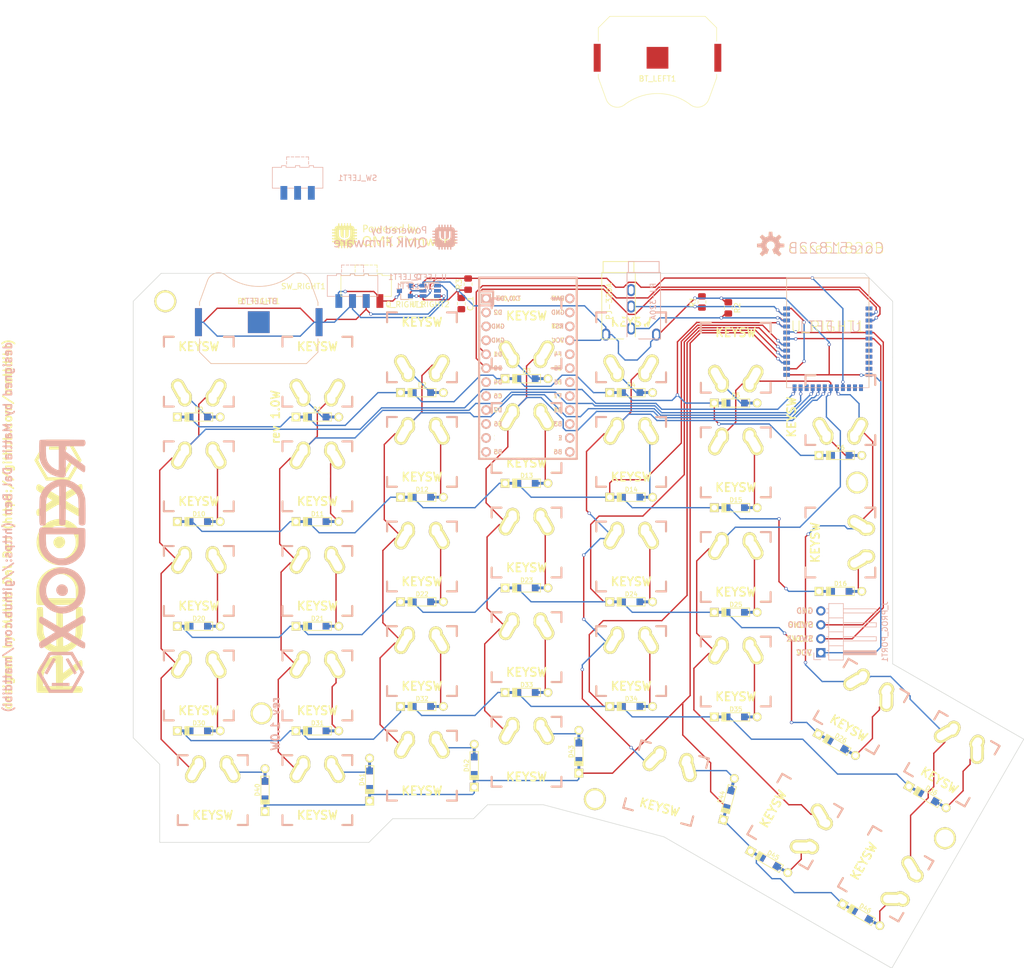
<source format=kicad_pcb>
(kicad_pcb (version 20171130) (host pcbnew 5.1.5-52549c5~84~ubuntu18.04.1)
  (title_block (title "Redox keyboard PCB") (date 2018-05-05) (rev 1.0) (comment 1 "designed by Mattia Dal Ben (aka u/TiaMaT102)") (comment 2 https://github.com/mattdibi/redox-keyboard))
  (layers (0 F.Cu signal) (31 B.Cu signal) (34 B.Paste user) (35 F.Paste user) (36 B.SilkS user) (37 F.SilkS user) (38 B.Mask user) (39 F.Mask user) (44 Edge.Cuts user))
  (net 0 "")
  (net 1 "Net-(D0-Pad2)")
  (net 2 row0)
  (net 3 "Net-(D1-Pad2)")
  (net 4 "Net-(D2-Pad2)")
  (net 5 "Net-(D3-Pad2)")
  (net 6 "Net-(D4-Pad2)")
  (net 7 "Net-(D5-Pad2)")
  (net 8 "Net-(D6-Pad2)")
  (net 9 "Net-(D10-Pad2)")
  (net 10 row1)
  (net 11 "Net-(D11-Pad2)")
  (net 12 "Net-(D12-Pad2)")
  (net 13 "Net-(D13-Pad2)")
  (net 14 "Net-(D14-Pad2)")
  (net 15 "Net-(D15-Pad2)")
  (net 16 "Net-(D16-Pad2)")
  (net 17 "Net-(D20-Pad2)")
  (net 18 row2)
  (net 19 "Net-(D21-Pad2)")
  (net 20 "Net-(D22-Pad2)")
  (net 21 "Net-(D23-Pad2)")
  (net 22 "Net-(D24-Pad2)")
  (net 23 "Net-(D25-Pad2)")
  (net 24 "Net-(D26-Pad2)")
  (net 25 "Net-(D30-Pad2)")
  (net 26 row3)
  (net 27 "Net-(D31-Pad2)")
  (net 28 "Net-(D32-Pad2)")
  (net 29 "Net-(D33-Pad2)")
  (net 30 "Net-(D34-Pad2)")
  (net 31 "Net-(D35-Pad2)")
  (net 32 "Net-(D36-Pad2)")
  (net 33 "Net-(D40-Pad2)")
  (net 34 row4)
  (net 35 "Net-(D41-Pad2)")
  (net 36 "Net-(D42-Pad2)")
  (net 37 "Net-(D43-Pad2)")
  (net 38 "Net-(D44-Pad2)")
  (net 39 "Net-(D45-Pad2)")
  (net 40 "Net-(D46-Pad2)")
  (net 41 col0)
  (net 42 col1)
  (net 43 col2)
  (net 44 col3)
  (net 45 col4)
  (net 46 col5)
  (net 47 col6)
  (net 48 VCC)
  (net 49 GND)
  (net 50 "Net-(BT_LEFT1-Pad1)")
  (net 51 "Net-(BT_RIGHT1-Pad1)")
  (net 52 "Net-(SW_LEFT1-Pad3)")
  (net 53 "Net-(SW_RIGHT1-Pad3)")
  (net 54 "Net-(U_LEFT1-Pad8)")
  (net 55 "Net-(U_LEFT1-Pad7)")
  (net 56 "Net-(U_LEFT1-Pad6)")
  (net 57 "Net-(U_LEFT1-Pad5)")
  (net 58 "Net-(U_LEFT1-Pad36)")
  (net 59 "Net-(U_LEFT1-Pad26)")
  (net 60 "Net-(U_LEFT1-Pad25)")
  (net 61 "Net-(U_LEFT1-Pad22)")
  (net 62 "Net-(U_LEFT1-Pad15)")
  (net 63 "Net-(U_RIGHT1-Pad6)")
  (net 64 "Net-(U_RIGHT1-Pad5)")
  (net 65 "Net-(U_RIGHT1-Pad36)")
  (net 66 "Net-(U_RIGHT1-Pad30)")
  (net 67 "Net-(U_RIGHT1-Pad29)")
  (net 68 "Net-(U_RIGHT1-Pad26)")
  (net 69 "Net-(U_RIGHT1-Pad25)")
  (net 70 "Net-(U_RIGHT1-Pad22)")
  (net 71 "Net-(U_RIGHT1-Pad15)")
  (net 72 "Net-(U_LEFT1-Pad13)")
  (net 73 "Net-(U_LEFT1-Pad10)")
  (net 74 "Net-(U_LEFT1-Pad9)")
  (net 75 "Net-(U_LEFT1-Pad4)")
  (net 76 "Net-(U_LEFT1-Pad14)")
  (net 77 "Net-(U_RIGHT1-Pad33)")
  (net 78 "Net-(U_RIGHT1-Pad28)")
  (net 79 "Net-(U_RIGHT1-Pad27)")
  (net 80 "Net-(U_RIGHT1-Pad24)")
  (net 81 "Net-(U_RIGHT1-Pad23)")
  (net 82 PROG_SWDIO)
  (net 83 PROG_SWCLK)
  (net 84 "Net-(Q_LEFT1-Pad3)")
  (net 85 "Net-(Q_LEFT1-Pad1)")
  (net 86 "Net-(Q_RIGHT1-Pad1)")
  (net 87 "Net-(Q_RIGHT1-Pad3)")
  (net 88 SDA1)
  (net 89 SCL1)
  (net 90 SCL2)
  (net 91 SDA2)
  (net 92 ON_BATT)
  (net 93 "Net-(U_LEFT3-Pad1)")
  (net 94 "Net-(U_LEFT3-Pad2)")
  (net 95 "Net-(U_LEFT3-Pad7)")
  (net 96 "Net-(U_LEFT3-Pad8)")
  (net 97 "Net-(U_LEFT3-Pad9)")
  (net 98 "Net-(U_LEFT3-Pad10)")
  (net 99 "Net-(U_LEFT3-Pad11)")
  (net 100 "Net-(U_LEFT3-Pad13)")
  (net 101 "Net-(U_LEFT3-Pad14)")
  (net 102 "Net-(U_LEFT3-Pad15)")
  (net 103 "Net-(U_LEFT3-Pad16)")
  (net 104 "Net-(U_LEFT3-Pad17)")
  (net 105 "Net-(U_LEFT3-Pad18)")
  (net 106 "Net-(U_LEFT3-Pad19)")
  (net 107 "Net-(U_LEFT3-Pad20)")
  (net 108 "Net-(U_LEFT3-Pad22)")
  (net 109 "Net-(U_LEFT3-Pad12)")
  (net 110 "Net-(U_LEFT3-Pad24)")
  (module canadian_footprints:Mx_Alps_100-dualside (layer F.Cu) (at 132.08 62.23 180)
    (fp_text reference K2 hide)
    (fp_text value KEYSW (at 0 4.572 180) (layer F.SilkS) (effects (font (size 1.524 1.524) (thickness 0.3048))))
    (pad 1 thru_hole oval (at -2.52 -4.79 183.9) (size 2.5 3.08) (drill oval 1.5 2.08) (layers *.Cu *.Mask F.SilkS) (net 43 col2))
    (pad 2 thru_hole oval (at 3.405 -3.27 209.05) (size 2.5 4.17) (drill oval 1.5 3.17) (layers *.Cu *.Mask F.SilkS) (net 4 "Net-(D2-Pad2)"))
    (pad HOLE np_thru_hole circle (at 0 0 180) (size 3.9878 3.9878) (drill 3.9878) (layers *.Cu))
    (pad HOLE np_thru_hole circle (at -5.08 0 180) (size 1.7018 1.7018) (drill 1.7018) (layers *.Cu))
    (pad HOLE np_thru_hole circle (at 5.08 0 180) (size 1.7018 1.7018) (drill 1.7018) (layers *.Cu))
    (pad 1 thru_hole oval (at -3.405 -3.27 150.95) (size 2.5 4.17) (drill oval 1.5 3.17) (layers *.Cu *.Mask F.SilkS) (net 43 col2))
    (pad 2 thru_hole oval (at 2.52 -4.79 176.1) (size 2.5 3.08) (drill oval 1.5 2.08) (layers *.Cu *.Mask F.SilkS) (net 4 "Net-(D2-Pad2)"))
  )
  (module Button_Switch_SMD:SW_SPDT_CK-JS102011SAQN (layer B.Cu) (at 109.4359 31.3563)
    (fp_text reference SW_LEFT1 (at 10.922 0.0508) (layer B.SilkS) (effects (justify mirror)))
    (fp_text value SW_SPDT)
    (pad 1 smd rect (at -2.5 2.75) (size 1.25 2.5) (layers B.Cu B.Paste B.Mask) (net 48 VCC))
    (pad 2 smd rect (at 0 2.75) (size 1.25 2.5) (layers B.Cu B.Paste B.Mask) (net 50 "Net-(BT_LEFT1-Pad1)"))
    (pad 3 smd rect (at 2.5 2.75) (size 1.25 2.5) (layers B.Cu B.Paste B.Mask) (net 52 "Net-(SW_LEFT1-Pad3)"))
    (pad "" np_thru_hole circle (at -3.4 0) (size 0.9 0.9) (drill 0.9) (layers *.Cu *.Mask))
    (pad "" np_thru_hole circle (at 3.4 0) (size 0.9 0.9) (drill 0.9) (layers *.Cu *.Mask))
  )
  (module YJ-14015:MY-YJ-14015-Module (layer B.Cu) (at 205.994 69.596 180)
    (fp_text reference U_LEFT1 (at -0.254 11.1252 180) (layer B.SilkS) (effects (font (size 1.9304 1.9304) (thickness 0.1524)) (justify mirror)))
    (fp_text value Core51822B (at -1.524 25.4 180) (layer B.SilkS) (effects (font (size 1.9304 1.9304) (thickness 0.1524)) (justify mirror)))
    (pad 12 smd rect (at -7.49808 2.3495 90) (size 0.6985 1.19888) (layers B.Cu B.Paste B.Mask) (net 48 VCC))
    (pad 31 smd rect (at 7.49808 8.94842 90) (size 0.6985 1.19888) (layers B.Cu B.Paste B.Mask) (net 82 PROG_SWDIO))
    (pad 32 smd rect (at 7.49808 10.04824 90) (size 0.6985 1.19888) (layers B.Cu B.Paste B.Mask) (net 83 PROG_SWCLK))
    (pad 13 smd rect (at -6.04774 0 90) (size 1.19888 0.6985) (layers B.Cu B.Paste B.Mask) (net 72 "Net-(U_LEFT1-Pad13)"))
    (pad 10 smd rect (at -7.49808 4.54914 90) (size 0.6985 1.19888) (layers B.Cu B.Paste B.Mask) (net 73 "Net-(U_LEFT1-Pad10)"))
    (pad 9 smd rect (at -7.49808 5.64896 90) (size 0.6985 1.19888) (layers B.Cu B.Paste B.Mask) (net 74 "Net-(U_LEFT1-Pad9)"))
    (pad 8 smd rect (at -7.49808 6.74878 90) (size 0.6985 1.19888) (layers B.Cu B.Paste B.Mask) (net 54 "Net-(U_LEFT1-Pad8)"))
    (pad 7 smd rect (at -7.49808 7.8486 90) (size 0.6985 1.19888) (layers B.Cu B.Paste B.Mask) (net 55 "Net-(U_LEFT1-Pad7)"))
    (pad 6 smd rect (at -7.49808 8.94842 90) (size 0.6985 1.19888) (layers B.Cu B.Paste B.Mask) (net 56 "Net-(U_LEFT1-Pad6)"))
    (pad 5 smd rect (at -7.49808 10.04824 90) (size 0.6985 1.19888) (layers B.Cu B.Paste B.Mask) (net 57 "Net-(U_LEFT1-Pad5)"))
    (pad 4 smd rect (at -7.49808 11.14806 90) (size 0.6985 1.19888) (layers B.Cu B.Paste B.Mask) (net 75 "Net-(U_LEFT1-Pad4)"))
    (pad 3 smd rect (at -7.49808 12.24788 90) (size 0.6985 1.19888) (layers B.Cu B.Paste B.Mask) (net 90 SCL2))
    (pad 2 smd rect (at -7.49808 13.3477 90) (size 0.6985 1.19888) (layers B.Cu B.Paste B.Mask) (net 91 SDA2))
    (pad 36 smd rect (at 7.49808 14.44752 90) (size 0.6985 1.19888) (layers B.Cu B.Paste B.Mask) (net 58 "Net-(U_LEFT1-Pad36)"))
    (pad 35 smd rect (at 7.49808 13.3477 90) (size 0.6985 1.19888) (layers B.Cu B.Paste B.Mask) (net 88 SDA1))
    (pad 34 smd rect (at 7.49808 12.24788 90) (size 0.6985 1.19888) (layers B.Cu B.Paste B.Mask) (net 89 SCL1))
    (pad 33 smd rect (at 7.49808 11.14806 90) (size 0.6985 1.19888) (layers B.Cu B.Paste B.Mask) (net 2 row0))
    (pad 30 smd rect (at 7.49808 7.8486 90) (size 0.6985 1.19888) (layers B.Cu B.Paste B.Mask) (net 10 row1))
    (pad 29 smd rect (at 7.49808 6.74878 90) (size 0.6985 1.19888) (layers B.Cu B.Paste B.Mask) (net 18 row2))
    (pad 28 smd rect (at 7.49808 5.64896 90) (size 0.6985 1.19888) (layers B.Cu B.Paste B.Mask) (net 26 row3))
    (pad 27 smd rect (at 7.49808 4.54914 90) (size 0.6985 1.19888) (layers B.Cu B.Paste B.Mask) (net 34 row4))
    (pad 26 smd rect (at 7.49808 3.44932 90) (size 0.6985 1.19888) (layers B.Cu B.Paste B.Mask) (net 59 "Net-(U_LEFT1-Pad26)"))
    (pad 25 smd rect (at 7.49808 2.3495 90) (size 0.6985 1.19888) (layers B.Cu B.Paste B.Mask) (net 60 "Net-(U_LEFT1-Pad25)"))
    (pad 24 smd rect (at 6.04774 0 90) (size 1.19888 0.6985) (layers B.Cu B.Paste B.Mask) (net 41 col0))
    (pad 23 smd rect (at 4.94792 0 90) (size 1.19888 0.6985) (layers B.Cu B.Paste B.Mask) (net 42 col1))
    (pad 22 smd rect (at 3.8481 0 90) (size 1.19888 0.6985) (layers B.Cu B.Paste B.Mask) (net 61 "Net-(U_LEFT1-Pad22)"))
    (pad 21 smd rect (at 2.74828 0 90) (size 1.19888 0.6985) (layers B.Cu B.Paste B.Mask) (net 43 col2))
    (pad 20 smd rect (at 1.64846 0 90) (size 1.19888 0.6985) (layers B.Cu B.Paste B.Mask) (net 44 col3))
    (pad 19 smd rect (at 0.54864 0 90) (size 1.19888 0.6985) (layers B.Cu B.Paste B.Mask) (net 45 col4))
    (pad 18 smd rect (at -0.54864 0 90) (size 1.19888 0.6985) (layers B.Cu B.Paste B.Mask) (net 46 col5))
    (pad 17 smd rect (at -1.64846 0 90) (size 1.19888 0.6985) (layers B.Cu B.Paste B.Mask) (net 47 col6))
    (pad 16 smd rect (at -2.74828 0 90) (size 1.19888 0.6985) (layers B.Cu B.Paste B.Mask) (net 92 ON_BATT))
    (pad 15 smd rect (at -3.8481 0 90) (size 1.19888 0.6985) (layers B.Cu B.Paste B.Mask) (net 62 "Net-(U_LEFT1-Pad15)"))
    (pad 14 smd rect (at -4.94792 0 90) (size 1.19888 0.6985) (layers B.Cu B.Paste B.Mask) (net 76 "Net-(U_LEFT1-Pad14)"))
    (pad 1 smd rect (at -7.49808 14.44752 90) (size 0.6985 1.19888) (layers B.Cu B.Paste B.Mask) (net 49 GND))
    (pad 11 smd rect (at -7.49808 3.44932 90) (size 0.6985 1.19888) (layers B.Cu B.Paste B.Mask) (net 49 GND))
  )
  (module YJ-14015:MY-YJ-14015-Module (layer F.Cu) (at 205.994 69.596)
    (fp_text reference U_RIGHT1 (at 0 -11.1252) (layer F.SilkS) (effects (font (size 1.9304 1.9304) (thickness 0.1524))))
    (fp_text value Core51822B (at 1.524 -25.4) (layer F.SilkS) (effects (font (size 1.9304 1.9304) (thickness 0.1524))))
    (pad 12 smd rect (at -7.49808 -2.3495 90) (size 0.6985 1.19888) (layers F.Cu F.Paste F.Mask) (net 48 VCC))
    (pad 31 smd rect (at 7.49808 -8.94842 90) (size 0.6985 1.19888) (layers F.Cu F.Paste F.Mask) (net 82 PROG_SWDIO))
    (pad 32 smd rect (at 7.49808 -10.04824 90) (size 0.6985 1.19888) (layers F.Cu F.Paste F.Mask) (net 83 PROG_SWCLK))
    (pad 13 smd rect (at -6.04774 0 90) (size 1.19888 0.6985) (layers F.Cu F.Paste F.Mask) (net 41 col0))
    (pad 10 smd rect (at -7.49808 -4.54914 90) (size 0.6985 1.19888) (layers F.Cu F.Paste F.Mask) (net 34 row4))
    (pad 9 smd rect (at -7.49808 -5.64896 90) (size 0.6985 1.19888) (layers F.Cu F.Paste F.Mask) (net 26 row3))
    (pad 8 smd rect (at -7.49808 -6.74878 90) (size 0.6985 1.19888) (layers F.Cu F.Paste F.Mask) (net 18 row2))
    (pad 7 smd rect (at -7.49808 -7.8486 90) (size 0.6985 1.19888) (layers F.Cu F.Paste F.Mask) (net 10 row1))
    (pad 6 smd rect (at -7.49808 -8.94842 90) (size 0.6985 1.19888) (layers F.Cu F.Paste F.Mask) (net 63 "Net-(U_RIGHT1-Pad6)"))
    (pad 5 smd rect (at -7.49808 -10.04824 90) (size 0.6985 1.19888) (layers F.Cu F.Paste F.Mask) (net 64 "Net-(U_RIGHT1-Pad5)"))
    (pad 4 smd rect (at -7.49808 -11.14806 90) (size 0.6985 1.19888) (layers F.Cu F.Paste F.Mask) (net 2 row0))
    (pad 3 smd rect (at -7.49808 -12.24788 90) (size 0.6985 1.19888) (layers F.Cu F.Paste F.Mask) (net 89 SCL1))
    (pad 2 smd rect (at -7.49808 -13.3477 90) (size 0.6985 1.19888) (layers F.Cu F.Paste F.Mask) (net 88 SDA1))
    (pad 36 smd rect (at 7.49808 -14.44752 90) (size 0.6985 1.19888) (layers F.Cu F.Paste F.Mask) (net 65 "Net-(U_RIGHT1-Pad36)"))
    (pad 35 smd rect (at 7.49808 -13.3477 90) (size 0.6985 1.19888) (layers F.Cu F.Paste F.Mask) (net 91 SDA2))
    (pad 34 smd rect (at 7.49808 -12.24788 90) (size 0.6985 1.19888) (layers F.Cu F.Paste F.Mask) (net 90 SCL2))
    (pad 33 smd rect (at 7.49808 -11.14806 90) (size 0.6985 1.19888) (layers F.Cu F.Paste F.Mask) (net 77 "Net-(U_RIGHT1-Pad33)"))
    (pad 30 smd rect (at 7.49808 -7.8486 90) (size 0.6985 1.19888) (layers F.Cu F.Paste F.Mask) (net 66 "Net-(U_RIGHT1-Pad30)"))
    (pad 29 smd rect (at 7.49808 -6.74878 90) (size 0.6985 1.19888) (layers F.Cu F.Paste F.Mask) (net 67 "Net-(U_RIGHT1-Pad29)"))
    (pad 28 smd rect (at 7.49808 -5.64896 90) (size 0.6985 1.19888) (layers F.Cu F.Paste F.Mask) (net 78 "Net-(U_RIGHT1-Pad28)"))
    (pad 27 smd rect (at 7.49808 -4.54914 90) (size 0.6985 1.19888) (layers F.Cu F.Paste F.Mask) (net 79 "Net-(U_RIGHT1-Pad27)"))
    (pad 26 smd rect (at 7.49808 -3.44932 90) (size 0.6985 1.19888) (layers F.Cu F.Paste F.Mask) (net 68 "Net-(U_RIGHT1-Pad26)"))
    (pad 25 smd rect (at 7.49808 -2.3495 90) (size 0.6985 1.19888) (layers F.Cu F.Paste F.Mask) (net 69 "Net-(U_RIGHT1-Pad25)"))
    (pad 24 smd rect (at 6.04774 0 90) (size 1.19888 0.6985) (layers F.Cu F.Paste F.Mask) (net 80 "Net-(U_RIGHT1-Pad24)"))
    (pad 23 smd rect (at 4.94792 0 90) (size 1.19888 0.6985) (layers F.Cu F.Paste F.Mask) (net 81 "Net-(U_RIGHT1-Pad23)"))
    (pad 22 smd rect (at 3.8481 0 90) (size 1.19888 0.6985) (layers F.Cu F.Paste F.Mask) (net 70 "Net-(U_RIGHT1-Pad22)"))
    (pad 21 smd rect (at 2.74828 0 90) (size 1.19888 0.6985) (layers F.Cu F.Paste F.Mask) (net 92 ON_BATT))
    (pad 20 smd rect (at 1.64846 0 90) (size 1.19888 0.6985) (layers F.Cu F.Paste F.Mask) (net 47 col6))
    (pad 19 smd rect (at 0.54864 0 90) (size 1.19888 0.6985) (layers F.Cu F.Paste F.Mask) (net 46 col5))
    (pad 18 smd rect (at -0.54864 0 90) (size 1.19888 0.6985) (layers F.Cu F.Paste F.Mask) (net 45 col4))
    (pad 17 smd rect (at -1.64846 0 90) (size 1.19888 0.6985) (layers F.Cu F.Paste F.Mask) (net 44 col3))
    (pad 16 smd rect (at -2.74828 0 90) (size 1.19888 0.6985) (layers F.Cu F.Paste F.Mask) (net 43 col2))
    (pad 15 smd rect (at -3.8481 0 90) (size 1.19888 0.6985) (layers F.Cu F.Paste F.Mask) (net 71 "Net-(U_RIGHT1-Pad15)"))
    (pad 14 smd rect (at -4.94792 0 90) (size 1.19888 0.6985) (layers F.Cu F.Paste F.Mask) (net 42 col1))
    (pad 1 smd rect (at -7.49808 -14.44752 90) (size 0.6985 1.19888) (layers F.Cu F.Paste F.Mask) (net 49 GND))
    (pad 11 smd rect (at -7.49808 -3.44932 90) (size 0.6985 1.19888) (layers F.Cu F.Paste F.Mask) (net 49 GND))
  )
  (module Sparkfun-Aesthetics:OSHW-LOGO-M (layer B.Cu) (at 195.58 43.688 180)
    (fp_text reference "" (at 0 0 180) (layer B.SilkS) (effects (font (size 1.524 1.524)) (justify mirror)))
    (fp_text value "" (at 0 0 180) (layer B.SilkS) (effects (font (size 1.524 1.524)) (justify mirror)))
  )
  (module myparts:qmk-badge (layer B.Cu) (at 127.254 42.164 180)
    (fp_text reference G*** hide)
    (fp_text value LOGO hide)
  )
  (module keyboard_parts:HOLE_M3 (layer F.Cu) (at 163.576 144.526)
    (fp_text reference HOLE_M3 hide)
    (fp_text value VAL** hide)
    (pad 1 thru_hole circle (at 0 0) (size 4 4) (drill 3.2) (layers *.Cu *.Mask F.SilkS))
  )
  (module keyboard_parts:HOLE_M3 (layer F.Cu) (at 227.33 151.638)
    (fp_text reference HOLE_M3 hide)
    (fp_text value VAL** hide)
    (pad 1 thru_hole circle (at 0 0) (size 4 4) (drill 3.2) (layers *.Cu *.Mask F.SilkS))
  )
  (module keyboard_parts:HOLE_M3 (layer F.Cu) (at 85.344 53.848)
    (fp_text reference HOLE_M3 hide)
    (fp_text value VAL** hide)
    (pad 1 thru_hole circle (at 0 0) (size 4 4) (drill 3.2) (layers *.Cu *.Mask F.SilkS))
  )
  (module keyboard_parts:HOLE_M3 (layer F.Cu) (at 211.328 86.868)
    (fp_text reference HOLE_M3 hide)
    (fp_text value VAL** hide)
    (pad 1 thru_hole circle (at 0 0) (size 4 4) (drill 3.2) (layers *.Cu *.Mask F.SilkS))
  )
  (module Connector_PinHeader_2.54mm:PinHeader_1x04_P2.54mm_Horizontal (layer B.Cu) (at 204.724 117.856)
    (fp_text reference J_PROG_PORT1 (at 11.684 -3.81 90) (layer B.SilkS) (effects (justify mirror)))
    (fp_text value Conn_01x04_Male)
    (pad 4 thru_hole oval (at 0 -7.62) (size 1.7 1.7) (drill 1) (layers *.Cu *.Mask) (net 49 GND))
    (pad 3 thru_hole oval (at 0 -5.08) (size 1.7 1.7) (drill 1) (layers *.Cu *.Mask) (net 82 PROG_SWDIO))
    (pad 2 thru_hole oval (at 0 -2.54) (size 1.7 1.7) (drill 1) (layers *.Cu *.Mask) (net 83 PROG_SWCLK))
    (pad 1 thru_hole rect (at 0 0) (size 1.7 1.7) (drill 1) (layers *.Cu *.Mask) (net 48 VCC))
  )
  (module Keebio-Parts:Diode-dual (layer F.Cu) (at 91.44 74.93 180)
    (fp_text reference D0 (at -0.0254 1.4 180) (layer F.SilkS) (effects (font (size 0.8 0.8))))
    (fp_text value D hide)
    (pad 2 smd rect (at -2.7 0 180) (size 2.5 0.5) (layers B.Cu) (net 1 "Net-(D0-Pad2)"))
    (pad 2 smd rect (at -1.575 0 180) (size 1.2 1.2) (layers B.Cu B.Paste B.Mask) (net 1 "Net-(D0-Pad2)"))
    (pad 1 smd rect (at 1.575 0 180) (size 1.2 1.2) (layers B.Cu B.Paste B.Mask) (net 2 row0))
    (pad 1 smd rect (at 2.7 0 180) (size 2.5 0.5) (layers B.Cu) (net 2 row0))
    (pad 1 smd rect (at 1.575 0 180) (size 1.2 1.2) (layers F.Cu F.Paste F.Mask) (net 2 row0))
    (pad 2 smd rect (at -1.575 0 180) (size 1.2 1.2) (layers F.Cu F.Paste F.Mask) (net 1 "Net-(D0-Pad2)"))
    (pad 2 thru_hole circle (at -3.9 0 180) (size 1.6 1.6) (drill 1) (layers *.Cu *.Mask F.SilkS) (net 1 "Net-(D0-Pad2)"))
    (pad 1 thru_hole rect (at 3.9 0 180) (size 1.6 1.6) (drill 1) (layers *.Cu *.Mask F.SilkS) (net 2 row0))
    (pad 2 smd rect (at -2.7 0 180) (size 2.5 0.5) (layers F.Cu) (net 1 "Net-(D0-Pad2)"))
    (pad 1 smd rect (at 2.7 0 180) (size 2.5 0.5) (layers F.Cu) (net 2 row0))
  )
  (module Keebio-Parts:Diode-dual (layer F.Cu) (at 113.03 74.93 180)
    (fp_text reference D1 (at -0.0254 1.4 180) (layer F.SilkS) (effects (font (size 0.8 0.8))))
    (fp_text value D hide)
    (pad 2 smd rect (at -2.7 0 180) (size 2.5 0.5) (layers B.Cu) (net 3 "Net-(D1-Pad2)"))
    (pad 2 smd rect (at -1.575 0 180) (size 1.2 1.2) (layers B.Cu B.Paste B.Mask) (net 3 "Net-(D1-Pad2)"))
    (pad 1 smd rect (at 1.575 0 180) (size 1.2 1.2) (layers B.Cu B.Paste B.Mask) (net 2 row0))
    (pad 1 smd rect (at 2.7 0 180) (size 2.5 0.5) (layers B.Cu) (net 2 row0))
    (pad 1 smd rect (at 1.575 0 180) (size 1.2 1.2) (layers F.Cu F.Paste F.Mask) (net 2 row0))
    (pad 2 smd rect (at -1.575 0 180) (size 1.2 1.2) (layers F.Cu F.Paste F.Mask) (net 3 "Net-(D1-Pad2)"))
    (pad 2 thru_hole circle (at -3.9 0 180) (size 1.6 1.6) (drill 1) (layers *.Cu *.Mask F.SilkS) (net 3 "Net-(D1-Pad2)"))
    (pad 1 thru_hole rect (at 3.9 0 180) (size 1.6 1.6) (drill 1) (layers *.Cu *.Mask F.SilkS) (net 2 row0))
    (pad 2 smd rect (at -2.7 0 180) (size 2.5 0.5) (layers F.Cu) (net 3 "Net-(D1-Pad2)"))
    (pad 1 smd rect (at 2.7 0 180) (size 2.5 0.5) (layers F.Cu) (net 2 row0))
  )
  (module Keebio-Parts:Diode-dual (layer F.Cu) (at 132.08 70.485 180)
    (fp_text reference D2 (at -0.0254 1.4 180) (layer F.SilkS) (effects (font (size 0.8 0.8))))
    (fp_text value D hide)
    (pad 2 smd rect (at -2.7 0 180) (size 2.5 0.5) (layers B.Cu) (net 4 "Net-(D2-Pad2)"))
    (pad 2 smd rect (at -1.575 0 180) (size 1.2 1.2) (layers B.Cu B.Paste B.Mask) (net 4 "Net-(D2-Pad2)"))
    (pad 1 smd rect (at 1.575 0 180) (size 1.2 1.2) (layers B.Cu B.Paste B.Mask) (net 2 row0))
    (pad 1 smd rect (at 2.7 0 180) (size 2.5 0.5) (layers B.Cu) (net 2 row0))
    (pad 1 smd rect (at 1.575 0 180) (size 1.2 1.2) (layers F.Cu F.Paste F.Mask) (net 2 row0))
    (pad 2 smd rect (at -1.575 0 180) (size 1.2 1.2) (layers F.Cu F.Paste F.Mask) (net 4 "Net-(D2-Pad2)"))
    (pad 2 thru_hole circle (at -3.9 0 180) (size 1.6 1.6) (drill 1) (layers *.Cu *.Mask F.SilkS) (net 4 "Net-(D2-Pad2)"))
    (pad 1 thru_hole rect (at 3.9 0 180) (size 1.6 1.6) (drill 1) (layers *.Cu *.Mask F.SilkS) (net 2 row0))
    (pad 2 smd rect (at -2.7 0 180) (size 2.5 0.5) (layers F.Cu) (net 4 "Net-(D2-Pad2)"))
    (pad 1 smd rect (at 2.7 0 180) (size 2.5 0.5) (layers F.Cu) (net 2 row0))
  )
  (module Keebio-Parts:Diode-dual (layer F.Cu) (at 151.13 67.945 180)
    (fp_text reference D3 (at -0.0254 1.4 180) (layer F.SilkS) (effects (font (size 0.8 0.8))))
    (fp_text value D hide)
    (pad 2 smd rect (at -2.7 0 180) (size 2.5 0.5) (layers B.Cu) (net 5 "Net-(D3-Pad2)"))
    (pad 2 smd rect (at -1.575 0 180) (size 1.2 1.2) (layers B.Cu B.Paste B.Mask) (net 5 "Net-(D3-Pad2)"))
    (pad 1 smd rect (at 1.575 0 180) (size 1.2 1.2) (layers B.Cu B.Paste B.Mask) (net 2 row0))
    (pad 1 smd rect (at 2.7 0 180) (size 2.5 0.5) (layers B.Cu) (net 2 row0))
    (pad 1 smd rect (at 1.575 0 180) (size 1.2 1.2) (layers F.Cu F.Paste F.Mask) (net 2 row0))
    (pad 2 smd rect (at -1.575 0 180) (size 1.2 1.2) (layers F.Cu F.Paste F.Mask) (net 5 "Net-(D3-Pad2)"))
    (pad 2 thru_hole circle (at -3.9 0 180) (size 1.6 1.6) (drill 1) (layers *.Cu *.Mask F.SilkS) (net 5 "Net-(D3-Pad2)"))
    (pad 1 thru_hole rect (at 3.9 0 180) (size 1.6 1.6) (drill 1) (layers *.Cu *.Mask F.SilkS) (net 2 row0))
    (pad 2 smd rect (at -2.7 0 180) (size 2.5 0.5) (layers F.Cu) (net 5 "Net-(D3-Pad2)"))
    (pad 1 smd rect (at 2.7 0 180) (size 2.5 0.5) (layers F.Cu) (net 2 row0))
  )
  (module Keebio-Parts:Diode-dual (layer F.Cu) (at 170.18 70.485 180)
    (fp_text reference D4 (at -0.0254 1.4 180) (layer F.SilkS) (effects (font (size 0.8 0.8))))
    (fp_text value D hide)
    (pad 2 smd rect (at -2.7 0 180) (size 2.5 0.5) (layers B.Cu) (net 6 "Net-(D4-Pad2)"))
    (pad 2 smd rect (at -1.575 0 180) (size 1.2 1.2) (layers B.Cu B.Paste B.Mask) (net 6 "Net-(D4-Pad2)"))
    (pad 1 smd rect (at 1.575 0 180) (size 1.2 1.2) (layers B.Cu B.Paste B.Mask) (net 2 row0))
    (pad 1 smd rect (at 2.7 0 180) (size 2.5 0.5) (layers B.Cu) (net 2 row0))
    (pad 1 smd rect (at 1.575 0 180) (size 1.2 1.2) (layers F.Cu F.Paste F.Mask) (net 2 row0))
    (pad 2 smd rect (at -1.575 0 180) (size 1.2 1.2) (layers F.Cu F.Paste F.Mask) (net 6 "Net-(D4-Pad2)"))
    (pad 2 thru_hole circle (at -3.9 0 180) (size 1.6 1.6) (drill 1) (layers *.Cu *.Mask F.SilkS) (net 6 "Net-(D4-Pad2)"))
    (pad 1 thru_hole rect (at 3.9 0 180) (size 1.6 1.6) (drill 1) (layers *.Cu *.Mask F.SilkS) (net 2 row0))
    (pad 2 smd rect (at -2.7 0 180) (size 2.5 0.5) (layers F.Cu) (net 6 "Net-(D4-Pad2)"))
    (pad 1 smd rect (at 2.7 0 180) (size 2.5 0.5) (layers F.Cu) (net 2 row0))
  )
  (module Keebio-Parts:Diode-dual (layer F.Cu) (at 189.23 72.39 180)
    (fp_text reference D5 (at -0.0254 1.4 180) (layer F.SilkS) (effects (font (size 0.8 0.8))))
    (fp_text value D hide)
    (pad 2 smd rect (at -2.7 0 180) (size 2.5 0.5) (layers B.Cu) (net 7 "Net-(D5-Pad2)"))
    (pad 2 smd rect (at -1.575 0 180) (size 1.2 1.2) (layers B.Cu B.Paste B.Mask) (net 7 "Net-(D5-Pad2)"))
    (pad 1 smd rect (at 1.575 0 180) (size 1.2 1.2) (layers B.Cu B.Paste B.Mask) (net 2 row0))
    (pad 1 smd rect (at 2.7 0 180) (size 2.5 0.5) (layers B.Cu) (net 2 row0))
    (pad 1 smd rect (at 1.575 0 180) (size 1.2 1.2) (layers F.Cu F.Paste F.Mask) (net 2 row0))
    (pad 2 smd rect (at -1.575 0 180) (size 1.2 1.2) (layers F.Cu F.Paste F.Mask) (net 7 "Net-(D5-Pad2)"))
    (pad 2 thru_hole circle (at -3.9 0 180) (size 1.6 1.6) (drill 1) (layers *.Cu *.Mask F.SilkS) (net 7 "Net-(D5-Pad2)"))
    (pad 1 thru_hole rect (at 3.9 0 180) (size 1.6 1.6) (drill 1) (layers *.Cu *.Mask F.SilkS) (net 2 row0))
    (pad 2 smd rect (at -2.7 0 180) (size 2.5 0.5) (layers F.Cu) (net 7 "Net-(D5-Pad2)"))
    (pad 1 smd rect (at 2.7 0 180) (size 2.5 0.5) (layers F.Cu) (net 2 row0))
  )
  (module Keebio-Parts:Diode-dual (layer F.Cu) (at 208.28 81.915 180)
    (fp_text reference D6 (at -0.0254 1.4 180) (layer F.SilkS) (effects (font (size 0.8 0.8))))
    (fp_text value D hide)
    (pad 2 smd rect (at -2.7 0 180) (size 2.5 0.5) (layers B.Cu) (net 8 "Net-(D6-Pad2)"))
    (pad 2 smd rect (at -1.575 0 180) (size 1.2 1.2) (layers B.Cu B.Paste B.Mask) (net 8 "Net-(D6-Pad2)"))
    (pad 1 smd rect (at 1.575 0 180) (size 1.2 1.2) (layers B.Cu B.Paste B.Mask) (net 2 row0))
    (pad 1 smd rect (at 2.7 0 180) (size 2.5 0.5) (layers B.Cu) (net 2 row0))
    (pad 1 smd rect (at 1.575 0 180) (size 1.2 1.2) (layers F.Cu F.Paste F.Mask) (net 2 row0))
    (pad 2 smd rect (at -1.575 0 180) (size 1.2 1.2) (layers F.Cu F.Paste F.Mask) (net 8 "Net-(D6-Pad2)"))
    (pad 2 thru_hole circle (at -3.9 0 180) (size 1.6 1.6) (drill 1) (layers *.Cu *.Mask F.SilkS) (net 8 "Net-(D6-Pad2)"))
    (pad 1 thru_hole rect (at 3.9 0 180) (size 1.6 1.6) (drill 1) (layers *.Cu *.Mask F.SilkS) (net 2 row0))
    (pad 2 smd rect (at -2.7 0 180) (size 2.5 0.5) (layers F.Cu) (net 8 "Net-(D6-Pad2)"))
    (pad 1 smd rect (at 2.7 0 180) (size 2.5 0.5) (layers F.Cu) (net 2 row0))
  )
  (module Keebio-Parts:Diode-dual (layer F.Cu) (at 91.44 93.98 180)
    (fp_text reference D10 (at -0.0254 1.4 180) (layer F.SilkS) (effects (font (size 0.8 0.8))))
    (fp_text value D hide)
    (pad 2 smd rect (at -2.7 0 180) (size 2.5 0.5) (layers B.Cu) (net 9 "Net-(D10-Pad2)"))
    (pad 2 smd rect (at -1.575 0 180) (size 1.2 1.2) (layers B.Cu B.Paste B.Mask) (net 9 "Net-(D10-Pad2)"))
    (pad 1 smd rect (at 1.575 0 180) (size 1.2 1.2) (layers B.Cu B.Paste B.Mask) (net 10 row1))
    (pad 1 smd rect (at 2.7 0 180) (size 2.5 0.5) (layers B.Cu) (net 10 row1))
    (pad 1 smd rect (at 1.575 0 180) (size 1.2 1.2) (layers F.Cu F.Paste F.Mask) (net 10 row1))
    (pad 2 smd rect (at -1.575 0 180) (size 1.2 1.2) (layers F.Cu F.Paste F.Mask) (net 9 "Net-(D10-Pad2)"))
    (pad 2 thru_hole circle (at -3.9 0 180) (size 1.6 1.6) (drill 1) (layers *.Cu *.Mask F.SilkS) (net 9 "Net-(D10-Pad2)"))
    (pad 1 thru_hole rect (at 3.9 0 180) (size 1.6 1.6) (drill 1) (layers *.Cu *.Mask F.SilkS) (net 10 row1))
    (pad 2 smd rect (at -2.7 0 180) (size 2.5 0.5) (layers F.Cu) (net 9 "Net-(D10-Pad2)"))
    (pad 1 smd rect (at 2.7 0 180) (size 2.5 0.5) (layers F.Cu) (net 10 row1))
  )
  (module Keebio-Parts:Diode-dual (layer F.Cu) (at 113.03 93.98 180)
    (fp_text reference D11 (at -0.0254 1.4 180) (layer F.SilkS) (effects (font (size 0.8 0.8))))
    (fp_text value D hide)
    (pad 2 smd rect (at -2.7 0 180) (size 2.5 0.5) (layers B.Cu) (net 11 "Net-(D11-Pad2)"))
    (pad 2 smd rect (at -1.575 0 180) (size 1.2 1.2) (layers B.Cu B.Paste B.Mask) (net 11 "Net-(D11-Pad2)"))
    (pad 1 smd rect (at 1.575 0 180) (size 1.2 1.2) (layers B.Cu B.Paste B.Mask) (net 10 row1))
    (pad 1 smd rect (at 2.7 0 180) (size 2.5 0.5) (layers B.Cu) (net 10 row1))
    (pad 1 smd rect (at 1.575 0 180) (size 1.2 1.2) (layers F.Cu F.Paste F.Mask) (net 10 row1))
    (pad 2 smd rect (at -1.575 0 180) (size 1.2 1.2) (layers F.Cu F.Paste F.Mask) (net 11 "Net-(D11-Pad2)"))
    (pad 2 thru_hole circle (at -3.9 0 180) (size 1.6 1.6) (drill 1) (layers *.Cu *.Mask F.SilkS) (net 11 "Net-(D11-Pad2)"))
    (pad 1 thru_hole rect (at 3.9 0 180) (size 1.6 1.6) (drill 1) (layers *.Cu *.Mask F.SilkS) (net 10 row1))
    (pad 2 smd rect (at -2.7 0 180) (size 2.5 0.5) (layers F.Cu) (net 11 "Net-(D11-Pad2)"))
    (pad 1 smd rect (at 2.7 0 180) (size 2.5 0.5) (layers F.Cu) (net 10 row1))
  )
  (module Keebio-Parts:Diode-dual (layer F.Cu) (at 132.08 89.535 180)
    (fp_text reference D12 (at -0.0254 1.4 180) (layer F.SilkS) (effects (font (size 0.8 0.8))))
    (fp_text value D hide)
    (pad 2 smd rect (at -2.7 0 180) (size 2.5 0.5) (layers B.Cu) (net 12 "Net-(D12-Pad2)"))
    (pad 2 smd rect (at -1.575 0 180) (size 1.2 1.2) (layers B.Cu B.Paste B.Mask) (net 12 "Net-(D12-Pad2)"))
    (pad 1 smd rect (at 1.575 0 180) (size 1.2 1.2) (layers B.Cu B.Paste B.Mask) (net 10 row1))
    (pad 1 smd rect (at 2.7 0 180) (size 2.5 0.5) (layers B.Cu) (net 10 row1))
    (pad 1 smd rect (at 1.575 0 180) (size 1.2 1.2) (layers F.Cu F.Paste F.Mask) (net 10 row1))
    (pad 2 smd rect (at -1.575 0 180) (size 1.2 1.2) (layers F.Cu F.Paste F.Mask) (net 12 "Net-(D12-Pad2)"))
    (pad 2 thru_hole circle (at -3.9 0 180) (size 1.6 1.6) (drill 1) (layers *.Cu *.Mask F.SilkS) (net 12 "Net-(D12-Pad2)"))
    (pad 1 thru_hole rect (at 3.9 0 180) (size 1.6 1.6) (drill 1) (layers *.Cu *.Mask F.SilkS) (net 10 row1))
    (pad 2 smd rect (at -2.7 0 180) (size 2.5 0.5) (layers F.Cu) (net 12 "Net-(D12-Pad2)"))
    (pad 1 smd rect (at 2.7 0 180) (size 2.5 0.5) (layers F.Cu) (net 10 row1))
  )
  (module Keebio-Parts:Diode-dual (layer F.Cu) (at 151.13 86.995 180)
    (fp_text reference D13 (at -0.0254 1.4 180) (layer F.SilkS) (effects (font (size 0.8 0.8))))
    (fp_text value D hide)
    (pad 2 smd rect (at -2.7 0 180) (size 2.5 0.5) (layers B.Cu) (net 13 "Net-(D13-Pad2)"))
    (pad 2 smd rect (at -1.575 0 180) (size 1.2 1.2) (layers B.Cu B.Paste B.Mask) (net 13 "Net-(D13-Pad2)"))
    (pad 1 smd rect (at 1.575 0 180) (size 1.2 1.2) (layers B.Cu B.Paste B.Mask) (net 10 row1))
    (pad 1 smd rect (at 2.7 0 180) (size 2.5 0.5) (layers B.Cu) (net 10 row1))
    (pad 1 smd rect (at 1.575 0 180) (size 1.2 1.2) (layers F.Cu F.Paste F.Mask) (net 10 row1))
    (pad 2 smd rect (at -1.575 0 180) (size 1.2 1.2) (layers F.Cu F.Paste F.Mask) (net 13 "Net-(D13-Pad2)"))
    (pad 2 thru_hole circle (at -3.9 0 180) (size 1.6 1.6) (drill 1) (layers *.Cu *.Mask F.SilkS) (net 13 "Net-(D13-Pad2)"))
    (pad 1 thru_hole rect (at 3.9 0 180) (size 1.6 1.6) (drill 1) (layers *.Cu *.Mask F.SilkS) (net 10 row1))
    (pad 2 smd rect (at -2.7 0 180) (size 2.5 0.5) (layers F.Cu) (net 13 "Net-(D13-Pad2)"))
    (pad 1 smd rect (at 2.7 0 180) (size 2.5 0.5) (layers F.Cu) (net 10 row1))
  )
  (module Keebio-Parts:Diode-dual (layer F.Cu) (at 170.18 89.535 180)
    (fp_text reference D14 (at -0.0254 1.4 180) (layer F.SilkS) (effects (font (size 0.8 0.8))))
    (fp_text value D hide)
    (pad 2 smd rect (at -2.7 0 180) (size 2.5 0.5) (layers B.Cu) (net 14 "Net-(D14-Pad2)"))
    (pad 2 smd rect (at -1.575 0 180) (size 1.2 1.2) (layers B.Cu B.Paste B.Mask) (net 14 "Net-(D14-Pad2)"))
    (pad 1 smd rect (at 1.575 0 180) (size 1.2 1.2) (layers B.Cu B.Paste B.Mask) (net 10 row1))
    (pad 1 smd rect (at 2.7 0 180) (size 2.5 0.5) (layers B.Cu) (net 10 row1))
    (pad 1 smd rect (at 1.575 0 180) (size 1.2 1.2) (layers F.Cu F.Paste F.Mask) (net 10 row1))
    (pad 2 smd rect (at -1.575 0 180) (size 1.2 1.2) (layers F.Cu F.Paste F.Mask) (net 14 "Net-(D14-Pad2)"))
    (pad 2 thru_hole circle (at -3.9 0 180) (size 1.6 1.6) (drill 1) (layers *.Cu *.Mask F.SilkS) (net 14 "Net-(D14-Pad2)"))
    (pad 1 thru_hole rect (at 3.9 0 180) (size 1.6 1.6) (drill 1) (layers *.Cu *.Mask F.SilkS) (net 10 row1))
    (pad 2 smd rect (at -2.7 0 180) (size 2.5 0.5) (layers F.Cu) (net 14 "Net-(D14-Pad2)"))
    (pad 1 smd rect (at 2.7 0 180) (size 2.5 0.5) (layers F.Cu) (net 10 row1))
  )
  (module Keebio-Parts:Diode-dual (layer F.Cu) (at 189.23 91.44 180)
    (fp_text reference D15 (at -0.0254 1.4 180) (layer F.SilkS) (effects (font (size 0.8 0.8))))
    (fp_text value D hide)
    (pad 2 smd rect (at -2.7 0 180) (size 2.5 0.5) (layers B.Cu) (net 15 "Net-(D15-Pad2)"))
    (pad 2 smd rect (at -1.575 0 180) (size 1.2 1.2) (layers B.Cu B.Paste B.Mask) (net 15 "Net-(D15-Pad2)"))
    (pad 1 smd rect (at 1.575 0 180) (size 1.2 1.2) (layers B.Cu B.Paste B.Mask) (net 10 row1))
    (pad 1 smd rect (at 2.7 0 180) (size 2.5 0.5) (layers B.Cu) (net 10 row1))
    (pad 1 smd rect (at 1.575 0 180) (size 1.2 1.2) (layers F.Cu F.Paste F.Mask) (net 10 row1))
    (pad 2 smd rect (at -1.575 0 180) (size 1.2 1.2) (layers F.Cu F.Paste F.Mask) (net 15 "Net-(D15-Pad2)"))
    (pad 2 thru_hole circle (at -3.9 0 180) (size 1.6 1.6) (drill 1) (layers *.Cu *.Mask F.SilkS) (net 15 "Net-(D15-Pad2)"))
    (pad 1 thru_hole rect (at 3.9 0 180) (size 1.6 1.6) (drill 1) (layers *.Cu *.Mask F.SilkS) (net 10 row1))
    (pad 2 smd rect (at -2.7 0 180) (size 2.5 0.5) (layers F.Cu) (net 15 "Net-(D15-Pad2)"))
    (pad 1 smd rect (at 2.7 0 180) (size 2.5 0.5) (layers F.Cu) (net 10 row1))
  )
  (module Keebio-Parts:Diode-dual (layer F.Cu) (at 208.28 106.68 180)
    (fp_text reference D16 (at -0.0254 1.4 180) (layer F.SilkS) (effects (font (size 0.8 0.8))))
    (fp_text value D hide)
    (pad 2 smd rect (at -2.7 0 180) (size 2.5 0.5) (layers B.Cu) (net 16 "Net-(D16-Pad2)"))
    (pad 2 smd rect (at -1.575 0 180) (size 1.2 1.2) (layers B.Cu B.Paste B.Mask) (net 16 "Net-(D16-Pad2)"))
    (pad 1 smd rect (at 1.575 0 180) (size 1.2 1.2) (layers B.Cu B.Paste B.Mask) (net 10 row1))
    (pad 1 smd rect (at 2.7 0 180) (size 2.5 0.5) (layers B.Cu) (net 10 row1))
    (pad 1 smd rect (at 1.575 0 180) (size 1.2 1.2) (layers F.Cu F.Paste F.Mask) (net 10 row1))
    (pad 2 smd rect (at -1.575 0 180) (size 1.2 1.2) (layers F.Cu F.Paste F.Mask) (net 16 "Net-(D16-Pad2)"))
    (pad 2 thru_hole circle (at -3.9 0 180) (size 1.6 1.6) (drill 1) (layers *.Cu *.Mask F.SilkS) (net 16 "Net-(D16-Pad2)"))
    (pad 1 thru_hole rect (at 3.9 0 180) (size 1.6 1.6) (drill 1) (layers *.Cu *.Mask F.SilkS) (net 10 row1))
    (pad 2 smd rect (at -2.7 0 180) (size 2.5 0.5) (layers F.Cu) (net 16 "Net-(D16-Pad2)"))
    (pad 1 smd rect (at 2.7 0 180) (size 2.5 0.5) (layers F.Cu) (net 10 row1))
  )
  (module Keebio-Parts:Diode-dual (layer F.Cu) (at 91.44 113.03 180)
    (fp_text reference D20 (at -0.0254 1.4 180) (layer F.SilkS) (effects (font (size 0.8 0.8))))
    (fp_text value D hide)
    (pad 2 smd rect (at -2.7 0 180) (size 2.5 0.5) (layers B.Cu) (net 17 "Net-(D20-Pad2)"))
    (pad 2 smd rect (at -1.575 0 180) (size 1.2 1.2) (layers B.Cu B.Paste B.Mask) (net 17 "Net-(D20-Pad2)"))
    (pad 1 smd rect (at 1.575 0 180) (size 1.2 1.2) (layers B.Cu B.Paste B.Mask) (net 18 row2))
    (pad 1 smd rect (at 2.7 0 180) (size 2.5 0.5) (layers B.Cu) (net 18 row2))
    (pad 1 smd rect (at 1.575 0 180) (size 1.2 1.2) (layers F.Cu F.Paste F.Mask) (net 18 row2))
    (pad 2 smd rect (at -1.575 0 180) (size 1.2 1.2) (layers F.Cu F.Paste F.Mask) (net 17 "Net-(D20-Pad2)"))
    (pad 2 thru_hole circle (at -3.9 0 180) (size 1.6 1.6) (drill 1) (layers *.Cu *.Mask F.SilkS) (net 17 "Net-(D20-Pad2)"))
    (pad 1 thru_hole rect (at 3.9 0 180) (size 1.6 1.6) (drill 1) (layers *.Cu *.Mask F.SilkS) (net 18 row2))
    (pad 2 smd rect (at -2.7 0 180) (size 2.5 0.5) (layers F.Cu) (net 17 "Net-(D20-Pad2)"))
    (pad 1 smd rect (at 2.7 0 180) (size 2.5 0.5) (layers F.Cu) (net 18 row2))
  )
  (module Keebio-Parts:Diode-dual (layer F.Cu) (at 113.03 113.03 180)
    (fp_text reference D21 (at -0.0254 1.4 180) (layer F.SilkS) (effects (font (size 0.8 0.8))))
    (fp_text value D hide)
    (pad 2 smd rect (at -2.7 0 180) (size 2.5 0.5) (layers B.Cu) (net 19 "Net-(D21-Pad2)"))
    (pad 2 smd rect (at -1.575 0 180) (size 1.2 1.2) (layers B.Cu B.Paste B.Mask) (net 19 "Net-(D21-Pad2)"))
    (pad 1 smd rect (at 1.575 0 180) (size 1.2 1.2) (layers B.Cu B.Paste B.Mask) (net 18 row2))
    (pad 1 smd rect (at 2.7 0 180) (size 2.5 0.5) (layers B.Cu) (net 18 row2))
    (pad 1 smd rect (at 1.575 0 180) (size 1.2 1.2) (layers F.Cu F.Paste F.Mask) (net 18 row2))
    (pad 2 smd rect (at -1.575 0 180) (size 1.2 1.2) (layers F.Cu F.Paste F.Mask) (net 19 "Net-(D21-Pad2)"))
    (pad 2 thru_hole circle (at -3.9 0 180) (size 1.6 1.6) (drill 1) (layers *.Cu *.Mask F.SilkS) (net 19 "Net-(D21-Pad2)"))
    (pad 1 thru_hole rect (at 3.9 0 180) (size 1.6 1.6) (drill 1) (layers *.Cu *.Mask F.SilkS) (net 18 row2))
    (pad 2 smd rect (at -2.7 0 180) (size 2.5 0.5) (layers F.Cu) (net 19 "Net-(D21-Pad2)"))
    (pad 1 smd rect (at 2.7 0 180) (size 2.5 0.5) (layers F.Cu) (net 18 row2))
  )
  (module Keebio-Parts:Diode-dual (layer F.Cu) (at 132.08 108.585 180)
    (fp_text reference D22 (at -0.0254 1.4 180) (layer F.SilkS) (effects (font (size 0.8 0.8))))
    (fp_text value D hide)
    (pad 2 smd rect (at -2.7 0 180) (size 2.5 0.5) (layers B.Cu) (net 20 "Net-(D22-Pad2)"))
    (pad 2 smd rect (at -1.575 0 180) (size 1.2 1.2) (layers B.Cu B.Paste B.Mask) (net 20 "Net-(D22-Pad2)"))
    (pad 1 smd rect (at 1.575 0 180) (size 1.2 1.2) (layers B.Cu B.Paste B.Mask) (net 18 row2))
    (pad 1 smd rect (at 2.7 0 180) (size 2.5 0.5) (layers B.Cu) (net 18 row2))
    (pad 1 smd rect (at 1.575 0 180) (size 1.2 1.2) (layers F.Cu F.Paste F.Mask) (net 18 row2))
    (pad 2 smd rect (at -1.575 0 180) (size 1.2 1.2) (layers F.Cu F.Paste F.Mask) (net 20 "Net-(D22-Pad2)"))
    (pad 2 thru_hole circle (at -3.9 0 180) (size 1.6 1.6) (drill 1) (layers *.Cu *.Mask F.SilkS) (net 20 "Net-(D22-Pad2)"))
    (pad 1 thru_hole rect (at 3.9 0 180) (size 1.6 1.6) (drill 1) (layers *.Cu *.Mask F.SilkS) (net 18 row2))
    (pad 2 smd rect (at -2.7 0 180) (size 2.5 0.5) (layers F.Cu) (net 20 "Net-(D22-Pad2)"))
    (pad 1 smd rect (at 2.7 0 180) (size 2.5 0.5) (layers F.Cu) (net 18 row2))
  )
  (module Keebio-Parts:Diode-dual (layer F.Cu) (at 151.13 106.045 180)
    (fp_text reference D23 (at -0.0254 1.4 180) (layer F.SilkS) (effects (font (size 0.8 0.8))))
    (fp_text value D hide)
    (pad 2 smd rect (at -2.7 0 180) (size 2.5 0.5) (layers B.Cu) (net 21 "Net-(D23-Pad2)"))
    (pad 2 smd rect (at -1.575 0 180) (size 1.2 1.2) (layers B.Cu B.Paste B.Mask) (net 21 "Net-(D23-Pad2)"))
    (pad 1 smd rect (at 1.575 0 180) (size 1.2 1.2) (layers B.Cu B.Paste B.Mask) (net 18 row2))
    (pad 1 smd rect (at 2.7 0 180) (size 2.5 0.5) (layers B.Cu) (net 18 row2))
    (pad 1 smd rect (at 1.575 0 180) (size 1.2 1.2) (layers F.Cu F.Paste F.Mask) (net 18 row2))
    (pad 2 smd rect (at -1.575 0 180) (size 1.2 1.2) (layers F.Cu F.Paste F.Mask) (net 21 "Net-(D23-Pad2)"))
    (pad 2 thru_hole circle (at -3.9 0 180) (size 1.6 1.6) (drill 1) (layers *.Cu *.Mask F.SilkS) (net 21 "Net-(D23-Pad2)"))
    (pad 1 thru_hole rect (at 3.9 0 180) (size 1.6 1.6) (drill 1) (layers *.Cu *.Mask F.SilkS) (net 18 row2))
    (pad 2 smd rect (at -2.7 0 180) (size 2.5 0.5) (layers F.Cu) (net 21 "Net-(D23-Pad2)"))
    (pad 1 smd rect (at 2.7 0 180) (size 2.5 0.5) (layers F.Cu) (net 18 row2))
  )
  (module Keebio-Parts:Diode-dual (layer F.Cu) (at 170.18 108.585 180)
    (fp_text reference D24 (at -0.0254 1.4 180) (layer F.SilkS) (effects (font (size 0.8 0.8))))
    (fp_text value D hide)
    (pad 2 smd rect (at -2.7 0 180) (size 2.5 0.5) (layers B.Cu) (net 22 "Net-(D24-Pad2)"))
    (pad 2 smd rect (at -1.575 0 180) (size 1.2 1.2) (layers B.Cu B.Paste B.Mask) (net 22 "Net-(D24-Pad2)"))
    (pad 1 smd rect (at 1.575 0 180) (size 1.2 1.2) (layers B.Cu B.Paste B.Mask) (net 18 row2))
    (pad 1 smd rect (at 2.7 0 180) (size 2.5 0.5) (layers B.Cu) (net 18 row2))
    (pad 1 smd rect (at 1.575 0 180) (size 1.2 1.2) (layers F.Cu F.Paste F.Mask) (net 18 row2))
    (pad 2 smd rect (at -1.575 0 180) (size 1.2 1.2) (layers F.Cu F.Paste F.Mask) (net 22 "Net-(D24-Pad2)"))
    (pad 2 thru_hole circle (at -3.9 0 180) (size 1.6 1.6) (drill 1) (layers *.Cu *.Mask F.SilkS) (net 22 "Net-(D24-Pad2)"))
    (pad 1 thru_hole rect (at 3.9 0 180) (size 1.6 1.6) (drill 1) (layers *.Cu *.Mask F.SilkS) (net 18 row2))
    (pad 2 smd rect (at -2.7 0 180) (size 2.5 0.5) (layers F.Cu) (net 22 "Net-(D24-Pad2)"))
    (pad 1 smd rect (at 2.7 0 180) (size 2.5 0.5) (layers F.Cu) (net 18 row2))
  )
  (module Keebio-Parts:Diode-dual (layer F.Cu) (at 189.23 110.49 180)
    (fp_text reference D25 (at -0.0254 1.4 180) (layer F.SilkS) (effects (font (size 0.8 0.8))))
    (fp_text value D hide)
    (pad 2 smd rect (at -2.7 0 180) (size 2.5 0.5) (layers B.Cu) (net 23 "Net-(D25-Pad2)"))
    (pad 2 smd rect (at -1.575 0 180) (size 1.2 1.2) (layers B.Cu B.Paste B.Mask) (net 23 "Net-(D25-Pad2)"))
    (pad 1 smd rect (at 1.575 0 180) (size 1.2 1.2) (layers B.Cu B.Paste B.Mask) (net 18 row2))
    (pad 1 smd rect (at 2.7 0 180) (size 2.5 0.5) (layers B.Cu) (net 18 row2))
    (pad 1 smd rect (at 1.575 0 180) (size 1.2 1.2) (layers F.Cu F.Paste F.Mask) (net 18 row2))
    (pad 2 smd rect (at -1.575 0 180) (size 1.2 1.2) (layers F.Cu F.Paste F.Mask) (net 23 "Net-(D25-Pad2)"))
    (pad 2 thru_hole circle (at -3.9 0 180) (size 1.6 1.6) (drill 1) (layers *.Cu *.Mask F.SilkS) (net 23 "Net-(D25-Pad2)"))
    (pad 1 thru_hole rect (at 3.9 0 180) (size 1.6 1.6) (drill 1) (layers *.Cu *.Mask F.SilkS) (net 18 row2))
    (pad 2 smd rect (at -2.7 0 180) (size 2.5 0.5) (layers F.Cu) (net 23 "Net-(D25-Pad2)"))
    (pad 1 smd rect (at 2.7 0 180) (size 2.5 0.5) (layers F.Cu) (net 18 row2))
  )
  (module Keebio-Parts:Diode-dual (layer F.Cu) (at 207.645 134.62 150)
    (fp_text reference D26 (at -0.0254 1.4 150) (layer F.SilkS) (effects (font (size 0.8 0.8))))
    (fp_text value D hide)
    (pad 2 smd rect (at -2.7 0 150) (size 2.5 0.5) (layers B.Cu) (net 24 "Net-(D26-Pad2)"))
    (pad 2 smd rect (at -1.575 0 150) (size 1.2 1.2) (layers B.Cu B.Paste B.Mask) (net 24 "Net-(D26-Pad2)"))
    (pad 1 smd rect (at 1.575 0 150) (size 1.2 1.2) (layers B.Cu B.Paste B.Mask) (net 18 row2))
    (pad 1 smd rect (at 2.7 0 150) (size 2.5 0.5) (layers B.Cu) (net 18 row2))
    (pad 1 smd rect (at 1.575 0 150) (size 1.2 1.2) (layers F.Cu F.Paste F.Mask) (net 18 row2))
    (pad 2 smd rect (at -1.575 0 150) (size 1.2 1.2) (layers F.Cu F.Paste F.Mask) (net 24 "Net-(D26-Pad2)"))
    (pad 2 thru_hole circle (at -3.9 0 150) (size 1.6 1.6) (drill 1) (layers *.Cu *.Mask F.SilkS) (net 24 "Net-(D26-Pad2)"))
    (pad 1 thru_hole rect (at 3.9 0 150) (size 1.6 1.6) (drill 1) (layers *.Cu *.Mask F.SilkS) (net 18 row2))
    (pad 2 smd rect (at -2.7 0 150) (size 2.5 0.5) (layers F.Cu) (net 24 "Net-(D26-Pad2)"))
    (pad 1 smd rect (at 2.7 0 150) (size 2.5 0.5) (layers F.Cu) (net 18 row2))
  )
  (module Keebio-Parts:Diode-dual (layer F.Cu) (at 91.44 132.08 180)
    (fp_text reference D30 (at -0.0254 1.4 180) (layer F.SilkS) (effects (font (size 0.8 0.8))))
    (fp_text value D hide)
    (pad 2 smd rect (at -2.7 0 180) (size 2.5 0.5) (layers B.Cu) (net 25 "Net-(D30-Pad2)"))
    (pad 2 smd rect (at -1.575 0 180) (size 1.2 1.2) (layers B.Cu B.Paste B.Mask) (net 25 "Net-(D30-Pad2)"))
    (pad 1 smd rect (at 1.575 0 180) (size 1.2 1.2) (layers B.Cu B.Paste B.Mask) (net 26 row3))
    (pad 1 smd rect (at 2.7 0 180) (size 2.5 0.5) (layers B.Cu) (net 26 row3))
    (pad 1 smd rect (at 1.575 0 180) (size 1.2 1.2) (layers F.Cu F.Paste F.Mask) (net 26 row3))
    (pad 2 smd rect (at -1.575 0 180) (size 1.2 1.2) (layers F.Cu F.Paste F.Mask) (net 25 "Net-(D30-Pad2)"))
    (pad 2 thru_hole circle (at -3.9 0 180) (size 1.6 1.6) (drill 1) (layers *.Cu *.Mask F.SilkS) (net 25 "Net-(D30-Pad2)"))
    (pad 1 thru_hole rect (at 3.9 0 180) (size 1.6 1.6) (drill 1) (layers *.Cu *.Mask F.SilkS) (net 26 row3))
    (pad 2 smd rect (at -2.7 0 180) (size 2.5 0.5) (layers F.Cu) (net 25 "Net-(D30-Pad2)"))
    (pad 1 smd rect (at 2.7 0 180) (size 2.5 0.5) (layers F.Cu) (net 26 row3))
  )
  (module Keebio-Parts:Diode-dual (layer F.Cu) (at 113.03 132.08 180)
    (fp_text reference D31 (at -0.0254 1.4 180) (layer F.SilkS) (effects (font (size 0.8 0.8))))
    (fp_text value D hide)
    (pad 2 smd rect (at -2.7 0 180) (size 2.5 0.5) (layers B.Cu) (net 27 "Net-(D31-Pad2)"))
    (pad 2 smd rect (at -1.575 0 180) (size 1.2 1.2) (layers B.Cu B.Paste B.Mask) (net 27 "Net-(D31-Pad2)"))
    (pad 1 smd rect (at 1.575 0 180) (size 1.2 1.2) (layers B.Cu B.Paste B.Mask) (net 26 row3))
    (pad 1 smd rect (at 2.7 0 180) (size 2.5 0.5) (layers B.Cu) (net 26 row3))
    (pad 1 smd rect (at 1.575 0 180) (size 1.2 1.2) (layers F.Cu F.Paste F.Mask) (net 26 row3))
    (pad 2 smd rect (at -1.575 0 180) (size 1.2 1.2) (layers F.Cu F.Paste F.Mask) (net 27 "Net-(D31-Pad2)"))
    (pad 2 thru_hole circle (at -3.9 0 180) (size 1.6 1.6) (drill 1) (layers *.Cu *.Mask F.SilkS) (net 27 "Net-(D31-Pad2)"))
    (pad 1 thru_hole rect (at 3.9 0 180) (size 1.6 1.6) (drill 1) (layers *.Cu *.Mask F.SilkS) (net 26 row3))
    (pad 2 smd rect (at -2.7 0 180) (size 2.5 0.5) (layers F.Cu) (net 27 "Net-(D31-Pad2)"))
    (pad 1 smd rect (at 2.7 0 180) (size 2.5 0.5) (layers F.Cu) (net 26 row3))
  )
  (module Keebio-Parts:Diode-dual (layer F.Cu) (at 132.08 127.635 180)
    (fp_text reference D32 (at -0.0254 1.4 180) (layer F.SilkS) (effects (font (size 0.8 0.8))))
    (fp_text value D hide)
    (pad 2 smd rect (at -2.7 0 180) (size 2.5 0.5) (layers B.Cu) (net 28 "Net-(D32-Pad2)"))
    (pad 2 smd rect (at -1.575 0 180) (size 1.2 1.2) (layers B.Cu B.Paste B.Mask) (net 28 "Net-(D32-Pad2)"))
    (pad 1 smd rect (at 1.575 0 180) (size 1.2 1.2) (layers B.Cu B.Paste B.Mask) (net 26 row3))
    (pad 1 smd rect (at 2.7 0 180) (size 2.5 0.5) (layers B.Cu) (net 26 row3))
    (pad 1 smd rect (at 1.575 0 180) (size 1.2 1.2) (layers F.Cu F.Paste F.Mask) (net 26 row3))
    (pad 2 smd rect (at -1.575 0 180) (size 1.2 1.2) (layers F.Cu F.Paste F.Mask) (net 28 "Net-(D32-Pad2)"))
    (pad 2 thru_hole circle (at -3.9 0 180) (size 1.6 1.6) (drill 1) (layers *.Cu *.Mask F.SilkS) (net 28 "Net-(D32-Pad2)"))
    (pad 1 thru_hole rect (at 3.9 0 180) (size 1.6 1.6) (drill 1) (layers *.Cu *.Mask F.SilkS) (net 26 row3))
    (pad 2 smd rect (at -2.7 0 180) (size 2.5 0.5) (layers F.Cu) (net 28 "Net-(D32-Pad2)"))
    (pad 1 smd rect (at 2.7 0 180) (size 2.5 0.5) (layers F.Cu) (net 26 row3))
  )
  (module Keebio-Parts:Diode-dual (layer F.Cu) (at 151.13 125.095 180)
    (fp_text reference D33 (at -0.0254 1.4 180) (layer F.SilkS) (effects (font (size 0.8 0.8))))
    (fp_text value D hide)
    (pad 2 smd rect (at -2.7 0 180) (size 2.5 0.5) (layers B.Cu) (net 29 "Net-(D33-Pad2)"))
    (pad 2 smd rect (at -1.575 0 180) (size 1.2 1.2) (layers B.Cu B.Paste B.Mask) (net 29 "Net-(D33-Pad2)"))
    (pad 1 smd rect (at 1.575 0 180) (size 1.2 1.2) (layers B.Cu B.Paste B.Mask) (net 26 row3))
    (pad 1 smd rect (at 2.7 0 180) (size 2.5 0.5) (layers B.Cu) (net 26 row3))
    (pad 1 smd rect (at 1.575 0 180) (size 1.2 1.2) (layers F.Cu F.Paste F.Mask) (net 26 row3))
    (pad 2 smd rect (at -1.575 0 180) (size 1.2 1.2) (layers F.Cu F.Paste F.Mask) (net 29 "Net-(D33-Pad2)"))
    (pad 2 thru_hole circle (at -3.9 0 180) (size 1.6 1.6) (drill 1) (layers *.Cu *.Mask F.SilkS) (net 29 "Net-(D33-Pad2)"))
    (pad 1 thru_hole rect (at 3.9 0 180) (size 1.6 1.6) (drill 1) (layers *.Cu *.Mask F.SilkS) (net 26 row3))
    (pad 2 smd rect (at -2.7 0 180) (size 2.5 0.5) (layers F.Cu) (net 29 "Net-(D33-Pad2)"))
    (pad 1 smd rect (at 2.7 0 180) (size 2.5 0.5) (layers F.Cu) (net 26 row3))
  )
  (module Keebio-Parts:Diode-dual (layer F.Cu) (at 170.18 127.635 180)
    (fp_text reference D34 (at -0.0254 1.4 180) (layer F.SilkS) (effects (font (size 0.8 0.8))))
    (fp_text value D hide)
    (pad 2 smd rect (at -2.7 0 180) (size 2.5 0.5) (layers B.Cu) (net 30 "Net-(D34-Pad2)"))
    (pad 2 smd rect (at -1.575 0 180) (size 1.2 1.2) (layers B.Cu B.Paste B.Mask) (net 30 "Net-(D34-Pad2)"))
    (pad 1 smd rect (at 1.575 0 180) (size 1.2 1.2) (layers B.Cu B.Paste B.Mask) (net 26 row3))
    (pad 1 smd rect (at 2.7 0 180) (size 2.5 0.5) (layers B.Cu) (net 26 row3))
    (pad 1 smd rect (at 1.575 0 180) (size 1.2 1.2) (layers F.Cu F.Paste F.Mask) (net 26 row3))
    (pad 2 smd rect (at -1.575 0 180) (size 1.2 1.2) (layers F.Cu F.Paste F.Mask) (net 30 "Net-(D34-Pad2)"))
    (pad 2 thru_hole circle (at -3.9 0 180) (size 1.6 1.6) (drill 1) (layers *.Cu *.Mask F.SilkS) (net 30 "Net-(D34-Pad2)"))
    (pad 1 thru_hole rect (at 3.9 0 180) (size 1.6 1.6) (drill 1) (layers *.Cu *.Mask F.SilkS) (net 26 row3))
    (pad 2 smd rect (at -2.7 0 180) (size 2.5 0.5) (layers F.Cu) (net 30 "Net-(D34-Pad2)"))
    (pad 1 smd rect (at 2.7 0 180) (size 2.5 0.5) (layers F.Cu) (net 26 row3))
  )
  (module Keebio-Parts:Diode-dual (layer F.Cu) (at 189.23 129.54 180)
    (fp_text reference D35 (at -0.0254 1.4 180) (layer F.SilkS) (effects (font (size 0.8 0.8))))
    (fp_text value D hide)
    (pad 2 smd rect (at -2.7 0 180) (size 2.5 0.5) (layers B.Cu) (net 31 "Net-(D35-Pad2)"))
    (pad 2 smd rect (at -1.575 0 180) (size 1.2 1.2) (layers B.Cu B.Paste B.Mask) (net 31 "Net-(D35-Pad2)"))
    (pad 1 smd rect (at 1.575 0 180) (size 1.2 1.2) (layers B.Cu B.Paste B.Mask) (net 26 row3))
    (pad 1 smd rect (at 2.7 0 180) (size 2.5 0.5) (layers B.Cu) (net 26 row3))
    (pad 1 smd rect (at 1.575 0 180) (size 1.2 1.2) (layers F.Cu F.Paste F.Mask) (net 26 row3))
    (pad 2 smd rect (at -1.575 0 180) (size 1.2 1.2) (layers F.Cu F.Paste F.Mask) (net 31 "Net-(D35-Pad2)"))
    (pad 2 thru_hole circle (at -3.9 0 180) (size 1.6 1.6) (drill 1) (layers *.Cu *.Mask F.SilkS) (net 31 "Net-(D35-Pad2)"))
    (pad 1 thru_hole rect (at 3.9 0 180) (size 1.6 1.6) (drill 1) (layers *.Cu *.Mask F.SilkS) (net 26 row3))
    (pad 2 smd rect (at -2.7 0 180) (size 2.5 0.5) (layers F.Cu) (net 31 "Net-(D35-Pad2)"))
    (pad 1 smd rect (at 2.7 0 180) (size 2.5 0.5) (layers F.Cu) (net 26 row3))
  )
  (module Keebio-Parts:Diode-dual (layer F.Cu) (at 224.155 144.145 150)
    (fp_text reference D36 (at -0.0254 1.4 150) (layer F.SilkS) (effects (font (size 0.8 0.8))))
    (fp_text value D hide)
    (pad 2 smd rect (at -2.7 0 150) (size 2.5 0.5) (layers B.Cu) (net 32 "Net-(D36-Pad2)"))
    (pad 2 smd rect (at -1.575 0 150) (size 1.2 1.2) (layers B.Cu B.Paste B.Mask) (net 32 "Net-(D36-Pad2)"))
    (pad 1 smd rect (at 1.575 0 150) (size 1.2 1.2) (layers B.Cu B.Paste B.Mask) (net 26 row3))
    (pad 1 smd rect (at 2.7 0 150) (size 2.5 0.5) (layers B.Cu) (net 26 row3))
    (pad 1 smd rect (at 1.575 0 150) (size 1.2 1.2) (layers F.Cu F.Paste F.Mask) (net 26 row3))
    (pad 2 smd rect (at -1.575 0 150) (size 1.2 1.2) (layers F.Cu F.Paste F.Mask) (net 32 "Net-(D36-Pad2)"))
    (pad 2 thru_hole circle (at -3.9 0 150) (size 1.6 1.6) (drill 1) (layers *.Cu *.Mask F.SilkS) (net 32 "Net-(D36-Pad2)"))
    (pad 1 thru_hole rect (at 3.9 0 150) (size 1.6 1.6) (drill 1) (layers *.Cu *.Mask F.SilkS) (net 26 row3))
    (pad 2 smd rect (at -2.7 0 150) (size 2.5 0.5) (layers F.Cu) (net 32 "Net-(D36-Pad2)"))
    (pad 1 smd rect (at 2.7 0 150) (size 2.5 0.5) (layers F.Cu) (net 26 row3))
  )
  (module Keebio-Parts:Diode-dual (layer F.Cu) (at 103.505 142.875 270)
    (fp_text reference D40 (at -0.0254 1.4 270) (layer F.SilkS) (effects (font (size 0.8 0.8))))
    (fp_text value D hide)
    (pad 2 smd rect (at -2.7 0 270) (size 2.5 0.5) (layers B.Cu) (net 33 "Net-(D40-Pad2)"))
    (pad 2 smd rect (at -1.575 0 270) (size 1.2 1.2) (layers B.Cu B.Paste B.Mask) (net 33 "Net-(D40-Pad2)"))
    (pad 1 smd rect (at 1.575 0 270) (size 1.2 1.2) (layers B.Cu B.Paste B.Mask) (net 34 row4))
    (pad 1 smd rect (at 2.7 0 270) (size 2.5 0.5) (layers B.Cu) (net 34 row4))
    (pad 1 smd rect (at 1.575 0 270) (size 1.2 1.2) (layers F.Cu F.Paste F.Mask) (net 34 row4))
    (pad 2 smd rect (at -1.575 0 270) (size 1.2 1.2) (layers F.Cu F.Paste F.Mask) (net 33 "Net-(D40-Pad2)"))
    (pad 2 thru_hole circle (at -3.9 0 270) (size 1.6 1.6) (drill 1) (layers *.Cu *.Mask F.SilkS) (net 33 "Net-(D40-Pad2)"))
    (pad 1 thru_hole rect (at 3.9 0 270) (size 1.6 1.6) (drill 1) (layers *.Cu *.Mask F.SilkS) (net 34 row4))
    (pad 2 smd rect (at -2.7 0 270) (size 2.5 0.5) (layers F.Cu) (net 33 "Net-(D40-Pad2)"))
    (pad 1 smd rect (at 2.7 0 270) (size 2.5 0.5) (layers F.Cu) (net 34 row4))
  )
  (module Keebio-Parts:Diode-dual (layer F.Cu) (at 122.555 140.97 270)
    (fp_text reference D41 (at -0.0254 1.4 270) (layer F.SilkS) (effects (font (size 0.8 0.8))))
    (fp_text value D hide)
    (pad 2 smd rect (at -2.7 0 270) (size 2.5 0.5) (layers B.Cu) (net 35 "Net-(D41-Pad2)"))
    (pad 2 smd rect (at -1.575 0 270) (size 1.2 1.2) (layers B.Cu B.Paste B.Mask) (net 35 "Net-(D41-Pad2)"))
    (pad 1 smd rect (at 1.575 0 270) (size 1.2 1.2) (layers B.Cu B.Paste B.Mask) (net 34 row4))
    (pad 1 smd rect (at 2.7 0 270) (size 2.5 0.5) (layers B.Cu) (net 34 row4))
    (pad 1 smd rect (at 1.575 0 270) (size 1.2 1.2) (layers F.Cu F.Paste F.Mask) (net 34 row4))
    (pad 2 smd rect (at -1.575 0 270) (size 1.2 1.2) (layers F.Cu F.Paste F.Mask) (net 35 "Net-(D41-Pad2)"))
    (pad 2 thru_hole circle (at -3.9 0 270) (size 1.6 1.6) (drill 1) (layers *.Cu *.Mask F.SilkS) (net 35 "Net-(D41-Pad2)"))
    (pad 1 thru_hole rect (at 3.9 0 270) (size 1.6 1.6) (drill 1) (layers *.Cu *.Mask F.SilkS) (net 34 row4))
    (pad 2 smd rect (at -2.7 0 270) (size 2.5 0.5) (layers F.Cu) (net 35 "Net-(D41-Pad2)"))
    (pad 1 smd rect (at 2.7 0 270) (size 2.5 0.5) (layers F.Cu) (net 34 row4))
  )
  (module Keebio-Parts:Diode-dual (layer F.Cu) (at 141.605 138.43 270)
    (fp_text reference D42 (at -0.0254 1.4 270) (layer F.SilkS) (effects (font (size 0.8 0.8))))
    (fp_text value D hide)
    (pad 2 smd rect (at -2.7 0 270) (size 2.5 0.5) (layers B.Cu) (net 36 "Net-(D42-Pad2)"))
    (pad 2 smd rect (at -1.575 0 270) (size 1.2 1.2) (layers B.Cu B.Paste B.Mask) (net 36 "Net-(D42-Pad2)"))
    (pad 1 smd rect (at 1.575 0 270) (size 1.2 1.2) (layers B.Cu B.Paste B.Mask) (net 34 row4))
    (pad 1 smd rect (at 2.7 0 270) (size 2.5 0.5) (layers B.Cu) (net 34 row4))
    (pad 1 smd rect (at 1.575 0 270) (size 1.2 1.2) (layers F.Cu F.Paste F.Mask) (net 34 row4))
    (pad 2 smd rect (at -1.575 0 270) (size 1.2 1.2) (layers F.Cu F.Paste F.Mask) (net 36 "Net-(D42-Pad2)"))
    (pad 2 thru_hole circle (at -3.9 0 270) (size 1.6 1.6) (drill 1) (layers *.Cu *.Mask F.SilkS) (net 36 "Net-(D42-Pad2)"))
    (pad 1 thru_hole rect (at 3.9 0 270) (size 1.6 1.6) (drill 1) (layers *.Cu *.Mask F.SilkS) (net 34 row4))
    (pad 2 smd rect (at -2.7 0 270) (size 2.5 0.5) (layers F.Cu) (net 36 "Net-(D42-Pad2)"))
    (pad 1 smd rect (at 2.7 0 270) (size 2.5 0.5) (layers F.Cu) (net 34 row4))
  )
  (module Keebio-Parts:Diode-dual (layer F.Cu) (at 160.655 135.89 270)
    (fp_text reference D43 (at -0.0254 1.4 270) (layer F.SilkS) (effects (font (size 0.8 0.8))))
    (fp_text value D hide)
    (pad 2 smd rect (at -2.7 0 270) (size 2.5 0.5) (layers B.Cu) (net 37 "Net-(D43-Pad2)"))
    (pad 2 smd rect (at -1.575 0 270) (size 1.2 1.2) (layers B.Cu B.Paste B.Mask) (net 37 "Net-(D43-Pad2)"))
    (pad 1 smd rect (at 1.575 0 270) (size 1.2 1.2) (layers B.Cu B.Paste B.Mask) (net 34 row4))
    (pad 1 smd rect (at 2.7 0 270) (size 2.5 0.5) (layers B.Cu) (net 34 row4))
    (pad 1 smd rect (at 1.575 0 270) (size 1.2 1.2) (layers F.Cu F.Paste F.Mask) (net 34 row4))
    (pad 2 smd rect (at -1.575 0 270) (size 1.2 1.2) (layers F.Cu F.Paste F.Mask) (net 37 "Net-(D43-Pad2)"))
    (pad 2 thru_hole circle (at -3.9 0 270) (size 1.6 1.6) (drill 1) (layers *.Cu *.Mask F.SilkS) (net 37 "Net-(D43-Pad2)"))
    (pad 1 thru_hole rect (at 3.9 0 270) (size 1.6 1.6) (drill 1) (layers *.Cu *.Mask F.SilkS) (net 34 row4))
    (pad 2 smd rect (at -2.7 0 270) (size 2.5 0.5) (layers F.Cu) (net 37 "Net-(D43-Pad2)"))
    (pad 1 smd rect (at 2.7 0 270) (size 2.5 0.5) (layers F.Cu) (net 34 row4))
  )
  (module Keebio-Parts:Diode-dual (layer F.Cu) (at 187.96 144.526 255)
    (fp_text reference D44 (at -0.0254 1.4 255) (layer F.SilkS) (effects (font (size 0.8 0.8))))
    (fp_text value D hide)
    (pad 2 smd rect (at -2.7 0 255) (size 2.5 0.5) (layers B.Cu) (net 38 "Net-(D44-Pad2)"))
    (pad 2 smd rect (at -1.575 0 255) (size 1.2 1.2) (layers B.Cu B.Paste B.Mask) (net 38 "Net-(D44-Pad2)"))
    (pad 1 smd rect (at 1.575 0 255) (size 1.2 1.2) (layers B.Cu B.Paste B.Mask) (net 34 row4))
    (pad 1 smd rect (at 2.7 0 255) (size 2.5 0.5) (layers B.Cu) (net 34 row4))
    (pad 1 smd rect (at 1.575 0 255) (size 1.2 1.2) (layers F.Cu F.Paste F.Mask) (net 34 row4))
    (pad 2 smd rect (at -1.575 0 255) (size 1.2 1.2) (layers F.Cu F.Paste F.Mask) (net 38 "Net-(D44-Pad2)"))
    (pad 2 thru_hole circle (at -3.9 0 255) (size 1.6 1.6) (drill 1) (layers *.Cu *.Mask F.SilkS) (net 38 "Net-(D44-Pad2)"))
    (pad 1 thru_hole rect (at 3.9 0 255) (size 1.6 1.6) (drill 1) (layers *.Cu *.Mask F.SilkS) (net 34 row4))
    (pad 2 smd rect (at -2.7 0 255) (size 2.5 0.5) (layers F.Cu) (net 38 "Net-(D44-Pad2)"))
    (pad 1 smd rect (at 2.7 0 255) (size 2.5 0.5) (layers F.Cu) (net 34 row4))
  )
  (module Keebio-Parts:Diode-dual (layer F.Cu) (at 195.326 155.956 150)
    (fp_text reference D45 (at -0.0254 1.4 150) (layer F.SilkS) (effects (font (size 0.8 0.8))))
    (fp_text value D hide)
    (pad 2 smd rect (at -2.7 0 150) (size 2.5 0.5) (layers B.Cu) (net 39 "Net-(D45-Pad2)"))
    (pad 2 smd rect (at -1.575 0 150) (size 1.2 1.2) (layers B.Cu B.Paste B.Mask) (net 39 "Net-(D45-Pad2)"))
    (pad 1 smd rect (at 1.575 0 150) (size 1.2 1.2) (layers B.Cu B.Paste B.Mask) (net 34 row4))
    (pad 1 smd rect (at 2.7 0 150) (size 2.5 0.5) (layers B.Cu) (net 34 row4))
    (pad 1 smd rect (at 1.575 0 150) (size 1.2 1.2) (layers F.Cu F.Paste F.Mask) (net 34 row4))
    (pad 2 smd rect (at -1.575 0 150) (size 1.2 1.2) (layers F.Cu F.Paste F.Mask) (net 39 "Net-(D45-Pad2)"))
    (pad 2 thru_hole circle (at -3.9 0 150) (size 1.6 1.6) (drill 1) (layers *.Cu *.Mask F.SilkS) (net 39 "Net-(D45-Pad2)"))
    (pad 1 thru_hole rect (at 3.9 0 150) (size 1.6 1.6) (drill 1) (layers *.Cu *.Mask F.SilkS) (net 34 row4))
    (pad 2 smd rect (at -2.7 0 150) (size 2.5 0.5) (layers F.Cu) (net 39 "Net-(D45-Pad2)"))
    (pad 1 smd rect (at 2.7 0 150) (size 2.5 0.5) (layers F.Cu) (net 34 row4))
  )
  (module Keebio-Parts:Diode-dual (layer F.Cu) (at 212.09 165.608 150)
    (fp_text reference D46 (at -0.0254 1.4 150) (layer F.SilkS) (effects (font (size 0.8 0.8))))
    (fp_text value D hide)
    (pad 2 smd rect (at -2.7 0 150) (size 2.5 0.5) (layers B.Cu) (net 40 "Net-(D46-Pad2)"))
    (pad 2 smd rect (at -1.575 0 150) (size 1.2 1.2) (layers B.Cu B.Paste B.Mask) (net 40 "Net-(D46-Pad2)"))
    (pad 1 smd rect (at 1.575 0 150) (size 1.2 1.2) (layers B.Cu B.Paste B.Mask) (net 34 row4))
    (pad 1 smd rect (at 2.7 0 150) (size 2.5 0.5) (layers B.Cu) (net 34 row4))
    (pad 1 smd rect (at 1.575 0 150) (size 1.2 1.2) (layers F.Cu F.Paste F.Mask) (net 34 row4))
    (pad 2 smd rect (at -1.575 0 150) (size 1.2 1.2) (layers F.Cu F.Paste F.Mask) (net 40 "Net-(D46-Pad2)"))
    (pad 2 thru_hole circle (at -3.9 0 150) (size 1.6 1.6) (drill 1) (layers *.Cu *.Mask F.SilkS) (net 40 "Net-(D46-Pad2)"))
    (pad 1 thru_hole rect (at 3.9 0 150) (size 1.6 1.6) (drill 1) (layers *.Cu *.Mask F.SilkS) (net 34 row4))
    (pad 2 smd rect (at -2.7 0 150) (size 2.5 0.5) (layers F.Cu) (net 40 "Net-(D46-Pad2)"))
    (pad 1 smd rect (at 2.7 0 150) (size 2.5 0.5) (layers F.Cu) (net 34 row4))
  )
  (module keyboard_parts:HOLE_M3 (layer F.Cu) (at 102.87 128.905)
    (fp_text reference HOLE_M3 hide)
    (fp_text value VAL** hide)
    (pad 1 thru_hole circle (at 0 0) (size 4 4) (drill 3.2) (layers *.Cu *.Mask F.SilkS))
  )
  (module myparts:redox-logo (layer F.Cu) (at 66.04 102.108 90)
    (fp_text reference G*** hide)
    (fp_text value LOGO hide)
  )
  (module myparts:redox-logo (layer B.Cu) (at 66.548 102.108 270)
    (fp_text reference G*** hide)
    (fp_text value LOGO hide)
  )
  (module myparts:Mx_Alps_125-dualside (layer F.Cu) (at 176.53 141.605 345)
    (fp_text reference K44 hide)
    (fp_text value KEYSW (at 0 4.572 345) (layer F.SilkS) (effects (font (size 1.524 1.524) (thickness 0.3048))))
    (pad 1 thru_hole oval (at -2.52 -4.79 348.9) (size 2.5 3.08) (drill oval 1.5 2.08) (layers *.Cu *.Mask F.SilkS) (net 45 col4))
    (pad 2 thru_hole oval (at 3.405 -3.27 14.05) (size 2.5 4.17) (drill oval 1.5 3.17) (layers *.Cu *.Mask F.SilkS) (net 38 "Net-(D44-Pad2)"))
    (pad HOLE np_thru_hole circle (at 0 0 345) (size 3.9878 3.9878) (drill 3.9878) (layers *.Cu))
    (pad HOLE np_thru_hole circle (at -5.08 0 345) (size 1.7018 1.7018) (drill 1.7018) (layers *.Cu))
    (pad HOLE np_thru_hole circle (at 5.08 0 345) (size 1.7018 1.7018) (drill 1.7018) (layers *.Cu))
    (pad 1 thru_hole oval (at -3.405 -3.27 315.95) (size 2.5 4.17) (drill oval 1.5 3.17) (layers *.Cu *.Mask F.SilkS) (net 45 col4))
    (pad 2 thru_hole oval (at 2.52 -4.79 341.1) (size 2.5 3.08) (drill oval 1.5 2.08) (layers *.Cu *.Mask F.SilkS) (net 38 "Net-(D44-Pad2)"))
  )
  (module myparts:Mx_Alps_125-dualside (layer F.Cu) (at 91.44 123.825)
    (fp_text reference K30 hide)
    (fp_text value KEYSW (at 0 4.572) (layer F.SilkS) (effects (font (size 1.524 1.524) (thickness 0.3048))))
    (pad 1 thru_hole oval (at -2.52 -4.79 3.9) (size 2.5 3.08) (drill oval 1.5 2.08) (layers *.Cu *.Mask F.SilkS) (net 41 col0))
    (pad 2 thru_hole oval (at 3.405 -3.27 29.05) (size 2.5 4.17) (drill oval 1.5 3.17) (layers *.Cu *.Mask F.SilkS) (net 25 "Net-(D30-Pad2)"))
    (pad HOLE np_thru_hole circle (at 0 0) (size 3.9878 3.9878) (drill 3.9878) (layers *.Cu))
    (pad HOLE np_thru_hole circle (at -5.08 0) (size 1.7018 1.7018) (drill 1.7018) (layers *.Cu))
    (pad HOLE np_thru_hole circle (at 5.08 0) (size 1.7018 1.7018) (drill 1.7018) (layers *.Cu))
    (pad 1 thru_hole oval (at -3.405 -3.27 330.95) (size 2.5 4.17) (drill oval 1.5 3.17) (layers *.Cu *.Mask F.SilkS) (net 41 col0))
    (pad 2 thru_hole oval (at 2.52 -4.79 356.1) (size 2.5 3.08) (drill oval 1.5 2.08) (layers *.Cu *.Mask F.SilkS) (net 25 "Net-(D30-Pad2)"))
  )
  (module myparts:Mx_Alps_125-dualside (layer F.Cu) (at 91.44 104.775)
    (fp_text reference K20 hide)
    (fp_text value KEYSW (at 0 4.572) (layer F.SilkS) (effects (font (size 1.524 1.524) (thickness 0.3048))))
    (pad 1 thru_hole oval (at -2.52 -4.79 3.9) (size 2.5 3.08) (drill oval 1.5 2.08) (layers *.Cu *.Mask F.SilkS) (net 41 col0))
    (pad 2 thru_hole oval (at 3.405 -3.27 29.05) (size 2.5 4.17) (drill oval 1.5 3.17) (layers *.Cu *.Mask F.SilkS) (net 17 "Net-(D20-Pad2)"))
    (pad HOLE np_thru_hole circle (at 0 0) (size 3.9878 3.9878) (drill 3.9878) (layers *.Cu))
    (pad HOLE np_thru_hole circle (at -5.08 0) (size 1.7018 1.7018) (drill 1.7018) (layers *.Cu))
    (pad HOLE np_thru_hole circle (at 5.08 0) (size 1.7018 1.7018) (drill 1.7018) (layers *.Cu))
    (pad 1 thru_hole oval (at -3.405 -3.27 330.95) (size 2.5 4.17) (drill oval 1.5 3.17) (layers *.Cu *.Mask F.SilkS) (net 41 col0))
    (pad 2 thru_hole oval (at 2.52 -4.79 356.1) (size 2.5 3.08) (drill oval 1.5 2.08) (layers *.Cu *.Mask F.SilkS) (net 17 "Net-(D20-Pad2)"))
  )
  (module myparts:Mx_Alps_125-dualside (layer F.Cu) (at 91.44 85.725)
    (fp_text reference K10 hide)
    (fp_text value KEYSW (at 0 4.572) (layer F.SilkS) (effects (font (size 1.524 1.524) (thickness 0.3048))))
    (pad 1 thru_hole oval (at -2.52 -4.79 3.9) (size 2.5 3.08) (drill oval 1.5 2.08) (layers *.Cu *.Mask F.SilkS) (net 41 col0))
    (pad 2 thru_hole oval (at 3.405 -3.27 29.05) (size 2.5 4.17) (drill oval 1.5 3.17) (layers *.Cu *.Mask F.SilkS) (net 9 "Net-(D10-Pad2)"))
    (pad HOLE np_thru_hole circle (at 0 0) (size 3.9878 3.9878) (drill 3.9878) (layers *.Cu))
    (pad HOLE np_thru_hole circle (at -5.08 0) (size 1.7018 1.7018) (drill 1.7018) (layers *.Cu))
    (pad HOLE np_thru_hole circle (at 5.08 0) (size 1.7018 1.7018) (drill 1.7018) (layers *.Cu))
    (pad 1 thru_hole oval (at -3.405 -3.27 330.95) (size 2.5 4.17) (drill oval 1.5 3.17) (layers *.Cu *.Mask F.SilkS) (net 41 col0))
    (pad 2 thru_hole oval (at 2.52 -4.79 356.1) (size 2.5 3.08) (drill oval 1.5 2.08) (layers *.Cu *.Mask F.SilkS) (net 9 "Net-(D10-Pad2)"))
  )
  (module myparts:Mx_Alps_125-dualside (layer F.Cu) (at 91.44 66.675 180)
    (fp_text reference K0 hide)
    (fp_text value KEYSW (at 0 4.572 180) (layer F.SilkS) (effects (font (size 1.524 1.524) (thickness 0.3048))))
    (pad 1 thru_hole oval (at -2.52 -4.79 183.9) (size 2.5 3.08) (drill oval 1.5 2.08) (layers *.Cu *.Mask F.SilkS) (net 41 col0))
    (pad 2 thru_hole oval (at 3.405 -3.27 209.05) (size 2.5 4.17) (drill oval 1.5 3.17) (layers *.Cu *.Mask F.SilkS) (net 1 "Net-(D0-Pad2)"))
    (pad HOLE np_thru_hole circle (at 0 0 180) (size 3.9878 3.9878) (drill 3.9878) (layers *.Cu))
    (pad HOLE np_thru_hole circle (at -5.08 0 180) (size 1.7018 1.7018) (drill 1.7018) (layers *.Cu))
    (pad HOLE np_thru_hole circle (at 5.08 0 180) (size 1.7018 1.7018) (drill 1.7018) (layers *.Cu))
    (pad 1 thru_hole oval (at -3.405 -3.27 150.95) (size 2.5 4.17) (drill oval 1.5 3.17) (layers *.Cu *.Mask F.SilkS) (net 41 col0))
    (pad 2 thru_hole oval (at 2.52 -4.79 176.1) (size 2.5 3.08) (drill oval 1.5 2.08) (layers *.Cu *.Mask F.SilkS) (net 1 "Net-(D0-Pad2)"))
  )
  (module canadian_footprints:Mx_Alps_100-dualside (layer F.Cu) (at 228.6 137.16 330)
    (fp_text reference K36 hide)
    (fp_text value KEYSW (at 0 4.572 330) (layer F.SilkS) (effects (font (size 1.524 1.524) (thickness 0.3048))))
    (pad 1 thru_hole oval (at -2.52 -4.79 333.9) (size 2.5 3.08) (drill oval 1.5 2.08) (layers *.Cu *.Mask F.SilkS) (net 47 col6))
    (pad 2 thru_hole oval (at 3.405 -3.27 359.05) (size 2.5 4.17) (drill oval 1.5 3.17) (layers *.Cu *.Mask F.SilkS) (net 32 "Net-(D36-Pad2)"))
    (pad HOLE np_thru_hole circle (at 0 0 330) (size 3.9878 3.9878) (drill 3.9878) (layers *.Cu))
    (pad HOLE np_thru_hole circle (at -5.08 0 330) (size 1.7018 1.7018) (drill 1.7018) (layers *.Cu))
    (pad HOLE np_thru_hole circle (at 5.08 0 330) (size 1.7018 1.7018) (drill 1.7018) (layers *.Cu))
    (pad 1 thru_hole oval (at -3.405 -3.27 300.95) (size 2.5 4.17) (drill oval 1.5 3.17) (layers *.Cu *.Mask F.SilkS) (net 47 col6))
    (pad 2 thru_hole oval (at 2.52 -4.79 326.1) (size 2.5 3.08) (drill oval 1.5 2.08) (layers *.Cu *.Mask F.SilkS) (net 32 "Net-(D36-Pad2)"))
  )
  (module canadian_footprints:Mx_Alps_100-dualside (layer F.Cu) (at 151.13 135.89)
    (fp_text reference K43 hide)
    (fp_text value KEYSW (at 0 4.572) (layer F.SilkS) (effects (font (size 1.524 1.524) (thickness 0.3048))))
    (pad 1 thru_hole oval (at -2.52 -4.79 3.9) (size 2.5 3.08) (drill oval 1.5 2.08) (layers *.Cu *.Mask F.SilkS) (net 44 col3))
    (pad 2 thru_hole oval (at 3.405 -3.27 29.05) (size 2.5 4.17) (drill oval 1.5 3.17) (layers *.Cu *.Mask F.SilkS) (net 37 "Net-(D43-Pad2)"))
    (pad HOLE np_thru_hole circle (at 0 0) (size 3.9878 3.9878) (drill 3.9878) (layers *.Cu))
    (pad HOLE np_thru_hole circle (at -5.08 0) (size 1.7018 1.7018) (drill 1.7018) (layers *.Cu))
    (pad HOLE np_thru_hole circle (at 5.08 0) (size 1.7018 1.7018) (drill 1.7018) (layers *.Cu))
    (pad 1 thru_hole oval (at -3.405 -3.27 330.95) (size 2.5 4.17) (drill oval 1.5 3.17) (layers *.Cu *.Mask F.SilkS) (net 44 col3))
    (pad 2 thru_hole oval (at 2.52 -4.79 356.1) (size 2.5 3.08) (drill oval 1.5 2.08) (layers *.Cu *.Mask F.SilkS) (net 37 "Net-(D43-Pad2)"))
  )
  (module canadian_footprints:Mx_Alps_100-dualside (layer F.Cu) (at 132.08 138.43)
    (fp_text reference K42 hide)
    (fp_text value KEYSW (at 0 4.572) (layer F.SilkS) (effects (font (size 1.524 1.524) (thickness 0.3048))))
    (pad 1 thru_hole oval (at -2.52 -4.79 3.9) (size 2.5 3.08) (drill oval 1.5 2.08) (layers *.Cu *.Mask F.SilkS) (net 43 col2))
    (pad 2 thru_hole oval (at 3.405 -3.27 29.05) (size 2.5 4.17) (drill oval 1.5 3.17) (layers *.Cu *.Mask F.SilkS) (net 36 "Net-(D42-Pad2)"))
    (pad HOLE np_thru_hole circle (at 0 0) (size 3.9878 3.9878) (drill 3.9878) (layers *.Cu))
    (pad HOLE np_thru_hole circle (at -5.08 0) (size 1.7018 1.7018) (drill 1.7018) (layers *.Cu))
    (pad HOLE np_thru_hole circle (at 5.08 0) (size 1.7018 1.7018) (drill 1.7018) (layers *.Cu))
    (pad 1 thru_hole oval (at -3.405 -3.27 330.95) (size 2.5 4.17) (drill oval 1.5 3.17) (layers *.Cu *.Mask F.SilkS) (net 43 col2))
    (pad 2 thru_hole oval (at 2.52 -4.79 356.1) (size 2.5 3.08) (drill oval 1.5 2.08) (layers *.Cu *.Mask F.SilkS) (net 36 "Net-(D42-Pad2)"))
  )
  (module canadian_footprints:Mx_Alps_100-dualside (layer F.Cu) (at 113.03 142.875)
    (fp_text reference K41 hide)
    (fp_text value KEYSW (at 0 4.572) (layer F.SilkS) (effects (font (size 1.524 1.524) (thickness 0.3048))))
    (pad 1 thru_hole oval (at -2.52 -4.79 3.9) (size 2.5 3.08) (drill oval 1.5 2.08) (layers *.Cu *.Mask F.SilkS) (net 42 col1))
    (pad 2 thru_hole oval (at 3.405 -3.27 29.05) (size 2.5 4.17) (drill oval 1.5 3.17) (layers *.Cu *.Mask F.SilkS) (net 35 "Net-(D41-Pad2)"))
    (pad HOLE np_thru_hole circle (at 0 0) (size 3.9878 3.9878) (drill 3.9878) (layers *.Cu))
    (pad HOLE np_thru_hole circle (at -5.08 0) (size 1.7018 1.7018) (drill 1.7018) (layers *.Cu))
    (pad HOLE np_thru_hole circle (at 5.08 0) (size 1.7018 1.7018) (drill 1.7018) (layers *.Cu))
    (pad 1 thru_hole oval (at -3.405 -3.27 330.95) (size 2.5 4.17) (drill oval 1.5 3.17) (layers *.Cu *.Mask F.SilkS) (net 42 col1))
    (pad 2 thru_hole oval (at 2.52 -4.79 356.1) (size 2.5 3.08) (drill oval 1.5 2.08) (layers *.Cu *.Mask F.SilkS) (net 35 "Net-(D41-Pad2)"))
  )
  (module canadian_footprints:Mx_Alps_100-dualside (layer F.Cu) (at 93.98 142.875)
    (fp_text reference K40 hide)
    (fp_text value KEYSW (at 0 4.572) (layer F.SilkS) (effects (font (size 1.524 1.524) (thickness 0.3048))))
    (pad 1 thru_hole oval (at -2.52 -4.79 3.9) (size 2.5 3.08) (drill oval 1.5 2.08) (layers *.Cu *.Mask F.SilkS) (net 41 col0))
    (pad 2 thru_hole oval (at 3.405 -3.27 29.05) (size 2.5 4.17) (drill oval 1.5 3.17) (layers *.Cu *.Mask F.SilkS) (net 33 "Net-(D40-Pad2)"))
    (pad HOLE np_thru_hole circle (at 0 0) (size 3.9878 3.9878) (drill 3.9878) (layers *.Cu))
    (pad HOLE np_thru_hole circle (at -5.08 0) (size 1.7018 1.7018) (drill 1.7018) (layers *.Cu))
    (pad HOLE np_thru_hole circle (at 5.08 0) (size 1.7018 1.7018) (drill 1.7018) (layers *.Cu))
    (pad 1 thru_hole oval (at -3.405 -3.27 330.95) (size 2.5 4.17) (drill oval 1.5 3.17) (layers *.Cu *.Mask F.SilkS) (net 41 col0))
    (pad 2 thru_hole oval (at 2.52 -4.79 356.1) (size 2.5 3.08) (drill oval 1.5 2.08) (layers *.Cu *.Mask F.SilkS) (net 33 "Net-(D40-Pad2)"))
  )
  (module canadian_footprints:Mx_Alps_100-dualside (layer F.Cu) (at 189.23 121.285)
    (fp_text reference K35 hide)
    (fp_text value KEYSW (at 0 4.572) (layer F.SilkS) (effects (font (size 1.524 1.524) (thickness 0.3048))))
    (pad 1 thru_hole oval (at -2.52 -4.79 3.9) (size 2.5 3.08) (drill oval 1.5 2.08) (layers *.Cu *.Mask F.SilkS) (net 46 col5))
    (pad 2 thru_hole oval (at 3.405 -3.27 29.05) (size 2.5 4.17) (drill oval 1.5 3.17) (layers *.Cu *.Mask F.SilkS) (net 31 "Net-(D35-Pad2)"))
    (pad HOLE np_thru_hole circle (at 0 0) (size 3.9878 3.9878) (drill 3.9878) (layers *.Cu))
    (pad HOLE np_thru_hole circle (at -5.08 0) (size 1.7018 1.7018) (drill 1.7018) (layers *.Cu))
    (pad HOLE np_thru_hole circle (at 5.08 0) (size 1.7018 1.7018) (drill 1.7018) (layers *.Cu))
    (pad 1 thru_hole oval (at -3.405 -3.27 330.95) (size 2.5 4.17) (drill oval 1.5 3.17) (layers *.Cu *.Mask F.SilkS) (net 46 col5))
    (pad 2 thru_hole oval (at 2.52 -4.79 356.1) (size 2.5 3.08) (drill oval 1.5 2.08) (layers *.Cu *.Mask F.SilkS) (net 31 "Net-(D35-Pad2)"))
  )
  (module canadian_footprints:Mx_Alps_100-dualside (layer F.Cu) (at 170.18 119.38)
    (fp_text reference K34 hide)
    (fp_text value KEYSW (at 0 4.572) (layer F.SilkS) (effects (font (size 1.524 1.524) (thickness 0.3048))))
    (pad 1 thru_hole oval (at -2.52 -4.79 3.9) (size 2.5 3.08) (drill oval 1.5 2.08) (layers *.Cu *.Mask F.SilkS) (net 45 col4))
    (pad 2 thru_hole oval (at 3.405 -3.27 29.05) (size 2.5 4.17) (drill oval 1.5 3.17) (layers *.Cu *.Mask F.SilkS) (net 30 "Net-(D34-Pad2)"))
    (pad HOLE np_thru_hole circle (at 0 0) (size 3.9878 3.9878) (drill 3.9878) (layers *.Cu))
    (pad HOLE np_thru_hole circle (at -5.08 0) (size 1.7018 1.7018) (drill 1.7018) (layers *.Cu))
    (pad HOLE np_thru_hole circle (at 5.08 0) (size 1.7018 1.7018) (drill 1.7018) (layers *.Cu))
    (pad 1 thru_hole oval (at -3.405 -3.27 330.95) (size 2.5 4.17) (drill oval 1.5 3.17) (layers *.Cu *.Mask F.SilkS) (net 45 col4))
    (pad 2 thru_hole oval (at 2.52 -4.79 356.1) (size 2.5 3.08) (drill oval 1.5 2.08) (layers *.Cu *.Mask F.SilkS) (net 30 "Net-(D34-Pad2)"))
  )
  (module canadian_footprints:Mx_Alps_100-dualside (layer F.Cu) (at 151.13 116.84)
    (fp_text reference K33 hide)
    (fp_text value KEYSW (at 0 4.572) (layer F.SilkS) (effects (font (size 1.524 1.524) (thickness 0.3048))))
    (pad 1 thru_hole oval (at -2.52 -4.79 3.9) (size 2.5 3.08) (drill oval 1.5 2.08) (layers *.Cu *.Mask F.SilkS) (net 44 col3))
    (pad 2 thru_hole oval (at 3.405 -3.27 29.05) (size 2.5 4.17) (drill oval 1.5 3.17) (layers *.Cu *.Mask F.SilkS) (net 29 "Net-(D33-Pad2)"))
    (pad HOLE np_thru_hole circle (at 0 0) (size 3.9878 3.9878) (drill 3.9878) (layers *.Cu))
    (pad HOLE np_thru_hole circle (at -5.08 0) (size 1.7018 1.7018) (drill 1.7018) (layers *.Cu))
    (pad HOLE np_thru_hole circle (at 5.08 0) (size 1.7018 1.7018) (drill 1.7018) (layers *.Cu))
    (pad 1 thru_hole oval (at -3.405 -3.27 330.95) (size 2.5 4.17) (drill oval 1.5 3.17) (layers *.Cu *.Mask F.SilkS) (net 44 col3))
    (pad 2 thru_hole oval (at 2.52 -4.79 356.1) (size 2.5 3.08) (drill oval 1.5 2.08) (layers *.Cu *.Mask F.SilkS) (net 29 "Net-(D33-Pad2)"))
  )
  (module canadian_footprints:Mx_Alps_100-dualside (layer F.Cu) (at 132.08 119.38)
    (fp_text reference K32 hide)
    (fp_text value KEYSW (at 0 4.572) (layer F.SilkS) (effects (font (size 1.524 1.524) (thickness 0.3048))))
    (pad 1 thru_hole oval (at -2.52 -4.79 3.9) (size 2.5 3.08) (drill oval 1.5 2.08) (layers *.Cu *.Mask F.SilkS) (net 43 col2))
    (pad 2 thru_hole oval (at 3.405 -3.27 29.05) (size 2.5 4.17) (drill oval 1.5 3.17) (layers *.Cu *.Mask F.SilkS) (net 28 "Net-(D32-Pad2)"))
    (pad HOLE np_thru_hole circle (at 0 0) (size 3.9878 3.9878) (drill 3.9878) (layers *.Cu))
    (pad HOLE np_thru_hole circle (at -5.08 0) (size 1.7018 1.7018) (drill 1.7018) (layers *.Cu))
    (pad HOLE np_thru_hole circle (at 5.08 0) (size 1.7018 1.7018) (drill 1.7018) (layers *.Cu))
    (pad 1 thru_hole oval (at -3.405 -3.27 330.95) (size 2.5 4.17) (drill oval 1.5 3.17) (layers *.Cu *.Mask F.SilkS) (net 43 col2))
    (pad 2 thru_hole oval (at 2.52 -4.79 356.1) (size 2.5 3.08) (drill oval 1.5 2.08) (layers *.Cu *.Mask F.SilkS) (net 28 "Net-(D32-Pad2)"))
  )
  (module canadian_footprints:Mx_Alps_100-dualside (layer F.Cu) (at 113.03 123.825)
    (fp_text reference K31 hide)
    (fp_text value KEYSW (at 0 4.572) (layer F.SilkS) (effects (font (size 1.524 1.524) (thickness 0.3048))))
    (pad 1 thru_hole oval (at -2.52 -4.79 3.9) (size 2.5 3.08) (drill oval 1.5 2.08) (layers *.Cu *.Mask F.SilkS) (net 42 col1))
    (pad 2 thru_hole oval (at 3.405 -3.27 29.05) (size 2.5 4.17) (drill oval 1.5 3.17) (layers *.Cu *.Mask F.SilkS) (net 27 "Net-(D31-Pad2)"))
    (pad HOLE np_thru_hole circle (at 0 0) (size 3.9878 3.9878) (drill 3.9878) (layers *.Cu))
    (pad HOLE np_thru_hole circle (at -5.08 0) (size 1.7018 1.7018) (drill 1.7018) (layers *.Cu))
    (pad HOLE np_thru_hole circle (at 5.08 0) (size 1.7018 1.7018) (drill 1.7018) (layers *.Cu))
    (pad 1 thru_hole oval (at -3.405 -3.27 330.95) (size 2.5 4.17) (drill oval 1.5 3.17) (layers *.Cu *.Mask F.SilkS) (net 42 col1))
    (pad 2 thru_hole oval (at 2.52 -4.79 356.1) (size 2.5 3.08) (drill oval 1.5 2.08) (layers *.Cu *.Mask F.SilkS) (net 27 "Net-(D31-Pad2)"))
  )
  (module canadian_footprints:Mx_Alps_100-dualside (layer F.Cu) (at 212.09 127.635 330)
    (fp_text reference K26 hide)
    (fp_text value KEYSW (at 0 4.572 330) (layer F.SilkS) (effects (font (size 1.524 1.524) (thickness 0.3048))))
    (pad 1 thru_hole oval (at -2.52 -4.79 333.9) (size 2.5 3.08) (drill oval 1.5 2.08) (layers *.Cu *.Mask F.SilkS) (net 47 col6))
    (pad 2 thru_hole oval (at 3.405 -3.27 359.05) (size 2.5 4.17) (drill oval 1.5 3.17) (layers *.Cu *.Mask F.SilkS) (net 24 "Net-(D26-Pad2)"))
    (pad HOLE np_thru_hole circle (at 0 0 330) (size 3.9878 3.9878) (drill 3.9878) (layers *.Cu))
    (pad HOLE np_thru_hole circle (at -5.08 0 330) (size 1.7018 1.7018) (drill 1.7018) (layers *.Cu))
    (pad HOLE np_thru_hole circle (at 5.08 0 330) (size 1.7018 1.7018) (drill 1.7018) (layers *.Cu))
    (pad 1 thru_hole oval (at -3.405 -3.27 300.95) (size 2.5 4.17) (drill oval 1.5 3.17) (layers *.Cu *.Mask F.SilkS) (net 47 col6))
    (pad 2 thru_hole oval (at 2.52 -4.79 326.1) (size 2.5 3.08) (drill oval 1.5 2.08) (layers *.Cu *.Mask F.SilkS) (net 24 "Net-(D26-Pad2)"))
  )
  (module canadian_footprints:Mx_Alps_100-dualside (layer F.Cu) (at 189.23 102.235)
    (fp_text reference K25 hide)
    (fp_text value KEYSW (at 0 4.572) (layer F.SilkS) (effects (font (size 1.524 1.524) (thickness 0.3048))))
    (pad 1 thru_hole oval (at -2.52 -4.79 3.9) (size 2.5 3.08) (drill oval 1.5 2.08) (layers *.Cu *.Mask F.SilkS) (net 46 col5))
    (pad 2 thru_hole oval (at 3.405 -3.27 29.05) (size 2.5 4.17) (drill oval 1.5 3.17) (layers *.Cu *.Mask F.SilkS) (net 23 "Net-(D25-Pad2)"))
    (pad HOLE np_thru_hole circle (at 0 0) (size 3.9878 3.9878) (drill 3.9878) (layers *.Cu))
    (pad HOLE np_thru_hole circle (at -5.08 0) (size 1.7018 1.7018) (drill 1.7018) (layers *.Cu))
    (pad HOLE np_thru_hole circle (at 5.08 0) (size 1.7018 1.7018) (drill 1.7018) (layers *.Cu))
    (pad 1 thru_hole oval (at -3.405 -3.27 330.95) (size 2.5 4.17) (drill oval 1.5 3.17) (layers *.Cu *.Mask F.SilkS) (net 46 col5))
    (pad 2 thru_hole oval (at 2.52 -4.79 356.1) (size 2.5 3.08) (drill oval 1.5 2.08) (layers *.Cu *.Mask F.SilkS) (net 23 "Net-(D25-Pad2)"))
  )
  (module canadian_footprints:Mx_Alps_100-dualside (layer F.Cu) (at 170.18 100.33)
    (fp_text reference K24 hide)
    (fp_text value KEYSW (at 0 4.572) (layer F.SilkS) (effects (font (size 1.524 1.524) (thickness 0.3048))))
    (pad 1 thru_hole oval (at -2.52 -4.79 3.9) (size 2.5 3.08) (drill oval 1.5 2.08) (layers *.Cu *.Mask F.SilkS) (net 45 col4))
    (pad 2 thru_hole oval (at 3.405 -3.27 29.05) (size 2.5 4.17) (drill oval 1.5 3.17) (layers *.Cu *.Mask F.SilkS) (net 22 "Net-(D24-Pad2)"))
    (pad HOLE np_thru_hole circle (at 0 0) (size 3.9878 3.9878) (drill 3.9878) (layers *.Cu))
    (pad HOLE np_thru_hole circle (at -5.08 0) (size 1.7018 1.7018) (drill 1.7018) (layers *.Cu))
    (pad HOLE np_thru_hole circle (at 5.08 0) (size 1.7018 1.7018) (drill 1.7018) (layers *.Cu))
    (pad 1 thru_hole oval (at -3.405 -3.27 330.95) (size 2.5 4.17) (drill oval 1.5 3.17) (layers *.Cu *.Mask F.SilkS) (net 45 col4))
    (pad 2 thru_hole oval (at 2.52 -4.79 356.1) (size 2.5 3.08) (drill oval 1.5 2.08) (layers *.Cu *.Mask F.SilkS) (net 22 "Net-(D24-Pad2)"))
  )
  (module canadian_footprints:Mx_Alps_100-dualside (layer F.Cu) (at 151.13 97.79)
    (fp_text reference K23 hide)
    (fp_text value KEYSW (at 0 4.572) (layer F.SilkS) (effects (font (size 1.524 1.524) (thickness 0.3048))))
    (pad 1 thru_hole oval (at -2.52 -4.79 3.9) (size 2.5 3.08) (drill oval 1.5 2.08) (layers *.Cu *.Mask F.SilkS) (net 44 col3))
    (pad 2 thru_hole oval (at 3.405 -3.27 29.05) (size 2.5 4.17) (drill oval 1.5 3.17) (layers *.Cu *.Mask F.SilkS) (net 21 "Net-(D23-Pad2)"))
    (pad HOLE np_thru_hole circle (at 0 0) (size 3.9878 3.9878) (drill 3.9878) (layers *.Cu))
    (pad HOLE np_thru_hole circle (at -5.08 0) (size 1.7018 1.7018) (drill 1.7018) (layers *.Cu))
    (pad HOLE np_thru_hole circle (at 5.08 0) (size 1.7018 1.7018) (drill 1.7018) (layers *.Cu))
    (pad 1 thru_hole oval (at -3.405 -3.27 330.95) (size 2.5 4.17) (drill oval 1.5 3.17) (layers *.Cu *.Mask F.SilkS) (net 44 col3))
    (pad 2 thru_hole oval (at 2.52 -4.79 356.1) (size 2.5 3.08) (drill oval 1.5 2.08) (layers *.Cu *.Mask F.SilkS) (net 21 "Net-(D23-Pad2)"))
  )
  (module canadian_footprints:Mx_Alps_100-dualside (layer F.Cu) (at 132.08 100.33)
    (fp_text reference K22 hide)
    (fp_text value KEYSW (at 0 4.572) (layer F.SilkS) (effects (font (size 1.524 1.524) (thickness 0.3048))))
    (pad 1 thru_hole oval (at -2.52 -4.79 3.9) (size 2.5 3.08) (drill oval 1.5 2.08) (layers *.Cu *.Mask F.SilkS) (net 43 col2))
    (pad 2 thru_hole oval (at 3.405 -3.27 29.05) (size 2.5 4.17) (drill oval 1.5 3.17) (layers *.Cu *.Mask F.SilkS) (net 20 "Net-(D22-Pad2)"))
    (pad HOLE np_thru_hole circle (at 0 0) (size 3.9878 3.9878) (drill 3.9878) (layers *.Cu))
    (pad HOLE np_thru_hole circle (at -5.08 0) (size 1.7018 1.7018) (drill 1.7018) (layers *.Cu))
    (pad HOLE np_thru_hole circle (at 5.08 0) (size 1.7018 1.7018) (drill 1.7018) (layers *.Cu))
    (pad 1 thru_hole oval (at -3.405 -3.27 330.95) (size 2.5 4.17) (drill oval 1.5 3.17) (layers *.Cu *.Mask F.SilkS) (net 43 col2))
    (pad 2 thru_hole oval (at 2.52 -4.79 356.1) (size 2.5 3.08) (drill oval 1.5 2.08) (layers *.Cu *.Mask F.SilkS) (net 20 "Net-(D22-Pad2)"))
  )
  (module canadian_footprints:Mx_Alps_100-dualside (layer F.Cu) (at 113.03 104.775)
    (fp_text reference K21 hide)
    (fp_text value KEYSW (at 0 4.572) (layer F.SilkS) (effects (font (size 1.524 1.524) (thickness 0.3048))))
    (pad 1 thru_hole oval (at -2.52 -4.79 3.9) (size 2.5 3.08) (drill oval 1.5 2.08) (layers *.Cu *.Mask F.SilkS) (net 42 col1))
    (pad 2 thru_hole oval (at 3.405 -3.27 29.05) (size 2.5 4.17) (drill oval 1.5 3.17) (layers *.Cu *.Mask F.SilkS) (net 19 "Net-(D21-Pad2)"))
    (pad HOLE np_thru_hole circle (at 0 0) (size 3.9878 3.9878) (drill 3.9878) (layers *.Cu))
    (pad HOLE np_thru_hole circle (at -5.08 0) (size 1.7018 1.7018) (drill 1.7018) (layers *.Cu))
    (pad HOLE np_thru_hole circle (at 5.08 0) (size 1.7018 1.7018) (drill 1.7018) (layers *.Cu))
    (pad 1 thru_hole oval (at -3.405 -3.27 330.95) (size 2.5 4.17) (drill oval 1.5 3.17) (layers *.Cu *.Mask F.SilkS) (net 42 col1))
    (pad 2 thru_hole oval (at 2.52 -4.79 356.1) (size 2.5 3.08) (drill oval 1.5 2.08) (layers *.Cu *.Mask F.SilkS) (net 19 "Net-(D21-Pad2)"))
  )
  (module canadian_footprints:Mx_Alps_100-dualside (layer F.Cu) (at 189.23 83.185)
    (fp_text reference K15 hide)
    (fp_text value KEYSW (at 0 4.572) (layer F.SilkS) (effects (font (size 1.524 1.524) (thickness 0.3048))))
    (pad 1 thru_hole oval (at -2.52 -4.79 3.9) (size 2.5 3.08) (drill oval 1.5 2.08) (layers *.Cu *.Mask F.SilkS) (net 46 col5))
    (pad 2 thru_hole oval (at 3.405 -3.27 29.05) (size 2.5 4.17) (drill oval 1.5 3.17) (layers *.Cu *.Mask F.SilkS) (net 15 "Net-(D15-Pad2)"))
    (pad HOLE np_thru_hole circle (at 0 0) (size 3.9878 3.9878) (drill 3.9878) (layers *.Cu))
    (pad HOLE np_thru_hole circle (at -5.08 0) (size 1.7018 1.7018) (drill 1.7018) (layers *.Cu))
    (pad HOLE np_thru_hole circle (at 5.08 0) (size 1.7018 1.7018) (drill 1.7018) (layers *.Cu))
    (pad 1 thru_hole oval (at -3.405 -3.27 330.95) (size 2.5 4.17) (drill oval 1.5 3.17) (layers *.Cu *.Mask F.SilkS) (net 46 col5))
    (pad 2 thru_hole oval (at 2.52 -4.79 356.1) (size 2.5 3.08) (drill oval 1.5 2.08) (layers *.Cu *.Mask F.SilkS) (net 15 "Net-(D15-Pad2)"))
  )
  (module canadian_footprints:Mx_Alps_100-dualside (layer F.Cu) (at 170.18 81.28)
    (fp_text reference K14 hide)
    (fp_text value KEYSW (at 0 4.572) (layer F.SilkS) (effects (font (size 1.524 1.524) (thickness 0.3048))))
    (pad 1 thru_hole oval (at -2.52 -4.79 3.9) (size 2.5 3.08) (drill oval 1.5 2.08) (layers *.Cu *.Mask F.SilkS) (net 45 col4))
    (pad 2 thru_hole oval (at 3.405 -3.27 29.05) (size 2.5 4.17) (drill oval 1.5 3.17) (layers *.Cu *.Mask F.SilkS) (net 14 "Net-(D14-Pad2)"))
    (pad HOLE np_thru_hole circle (at 0 0) (size 3.9878 3.9878) (drill 3.9878) (layers *.Cu))
    (pad HOLE np_thru_hole circle (at -5.08 0) (size 1.7018 1.7018) (drill 1.7018) (layers *.Cu))
    (pad HOLE np_thru_hole circle (at 5.08 0) (size 1.7018 1.7018) (drill 1.7018) (layers *.Cu))
    (pad 1 thru_hole oval (at -3.405 -3.27 330.95) (size 2.5 4.17) (drill oval 1.5 3.17) (layers *.Cu *.Mask F.SilkS) (net 45 col4))
    (pad 2 thru_hole oval (at 2.52 -4.79 356.1) (size 2.5 3.08) (drill oval 1.5 2.08) (layers *.Cu *.Mask F.SilkS) (net 14 "Net-(D14-Pad2)"))
  )
  (module canadian_footprints:Mx_Alps_100-dualside (layer F.Cu) (at 151.13 78.74)
    (fp_text reference K13 hide)
    (fp_text value KEYSW (at 0 4.572) (layer F.SilkS) (effects (font (size 1.524 1.524) (thickness 0.3048))))
    (pad 1 thru_hole oval (at -2.52 -4.79 3.9) (size 2.5 3.08) (drill oval 1.5 2.08) (layers *.Cu *.Mask F.SilkS) (net 44 col3))
    (pad 2 thru_hole oval (at 3.405 -3.27 29.05) (size 2.5 4.17) (drill oval 1.5 3.17) (layers *.Cu *.Mask F.SilkS) (net 13 "Net-(D13-Pad2)"))
    (pad HOLE np_thru_hole circle (at 0 0) (size 3.9878 3.9878) (drill 3.9878) (layers *.Cu))
    (pad HOLE np_thru_hole circle (at -5.08 0) (size 1.7018 1.7018) (drill 1.7018) (layers *.Cu))
    (pad HOLE np_thru_hole circle (at 5.08 0) (size 1.7018 1.7018) (drill 1.7018) (layers *.Cu))
    (pad 1 thru_hole oval (at -3.405 -3.27 330.95) (size 2.5 4.17) (drill oval 1.5 3.17) (layers *.Cu *.Mask F.SilkS) (net 44 col3))
    (pad 2 thru_hole oval (at 2.52 -4.79 356.1) (size 2.5 3.08) (drill oval 1.5 2.08) (layers *.Cu *.Mask F.SilkS) (net 13 "Net-(D13-Pad2)"))
  )
  (module canadian_footprints:Mx_Alps_100-dualside (layer F.Cu) (at 132.08 81.28)
    (fp_text reference K12 hide)
    (fp_text value KEYSW (at 0 4.572) (layer F.SilkS) (effects (font (size 1.524 1.524) (thickness 0.3048))))
    (pad 1 thru_hole oval (at -2.52 -4.79 3.9) (size 2.5 3.08) (drill oval 1.5 2.08) (layers *.Cu *.Mask F.SilkS) (net 43 col2))
    (pad 2 thru_hole oval (at 3.405 -3.27 29.05) (size 2.5 4.17) (drill oval 1.5 3.17) (layers *.Cu *.Mask F.SilkS) (net 12 "Net-(D12-Pad2)"))
    (pad HOLE np_thru_hole circle (at 0 0) (size 3.9878 3.9878) (drill 3.9878) (layers *.Cu))
    (pad HOLE np_thru_hole circle (at -5.08 0) (size 1.7018 1.7018) (drill 1.7018) (layers *.Cu))
    (pad HOLE np_thru_hole circle (at 5.08 0) (size 1.7018 1.7018) (drill 1.7018) (layers *.Cu))
    (pad 1 thru_hole oval (at -3.405 -3.27 330.95) (size 2.5 4.17) (drill oval 1.5 3.17) (layers *.Cu *.Mask F.SilkS) (net 43 col2))
    (pad 2 thru_hole oval (at 2.52 -4.79 356.1) (size 2.5 3.08) (drill oval 1.5 2.08) (layers *.Cu *.Mask F.SilkS) (net 12 "Net-(D12-Pad2)"))
  )
  (module canadian_footprints:Mx_Alps_100-dualside (layer F.Cu) (at 113.03 85.725)
    (fp_text reference K11 hide)
    (fp_text value KEYSW (at 0 4.572) (layer F.SilkS) (effects (font (size 1.524 1.524) (thickness 0.3048))))
    (pad 1 thru_hole oval (at -2.52 -4.79 3.9) (size 2.5 3.08) (drill oval 1.5 2.08) (layers *.Cu *.Mask F.SilkS) (net 42 col1))
    (pad 2 thru_hole oval (at 3.405 -3.27 29.05) (size 2.5 4.17) (drill oval 1.5 3.17) (layers *.Cu *.Mask F.SilkS) (net 11 "Net-(D11-Pad2)"))
    (pad HOLE np_thru_hole circle (at 0 0) (size 3.9878 3.9878) (drill 3.9878) (layers *.Cu))
    (pad HOLE np_thru_hole circle (at -5.08 0) (size 1.7018 1.7018) (drill 1.7018) (layers *.Cu))
    (pad HOLE np_thru_hole circle (at 5.08 0) (size 1.7018 1.7018) (drill 1.7018) (layers *.Cu))
    (pad 1 thru_hole oval (at -3.405 -3.27 330.95) (size 2.5 4.17) (drill oval 1.5 3.17) (layers *.Cu *.Mask F.SilkS) (net 42 col1))
    (pad 2 thru_hole oval (at 2.52 -4.79 356.1) (size 2.5 3.08) (drill oval 1.5 2.08) (layers *.Cu *.Mask F.SilkS) (net 11 "Net-(D11-Pad2)"))
  )
  (module canadian_footprints:Mx_Alps_100-dualside (layer F.Cu) (at 208.28 73.66 180)
    (fp_text reference K6 hide)
    (fp_text value KEYSW (at 8.89 -1.27 270) (layer F.SilkS) (effects (font (size 1.524 1.524) (thickness 0.3048))))
    (pad 1 thru_hole oval (at -2.52 -4.79 183.9) (size 2.5 3.08) (drill oval 1.5 2.08) (layers *.Cu *.Mask F.SilkS) (net 47 col6))
    (pad 2 thru_hole oval (at 3.405 -3.27 209.05) (size 2.5 4.17) (drill oval 1.5 3.17) (layers *.Cu *.Mask F.SilkS) (net 8 "Net-(D6-Pad2)"))
    (pad HOLE np_thru_hole circle (at 0 0 180) (size 3.9878 3.9878) (drill 3.9878) (layers *.Cu))
    (pad HOLE np_thru_hole circle (at -5.08 0 180) (size 1.7018 1.7018) (drill 1.7018) (layers *.Cu))
    (pad HOLE np_thru_hole circle (at 5.08 0 180) (size 1.7018 1.7018) (drill 1.7018) (layers *.Cu))
    (pad 1 thru_hole oval (at -3.405 -3.27 150.95) (size 2.5 4.17) (drill oval 1.5 3.17) (layers *.Cu *.Mask F.SilkS) (net 47 col6))
    (pad 2 thru_hole oval (at 2.52 -4.79 176.1) (size 2.5 3.08) (drill oval 1.5 2.08) (layers *.Cu *.Mask F.SilkS) (net 8 "Net-(D6-Pad2)"))
  )
  (module canadian_footprints:Mx_Alps_100-dualside (layer F.Cu) (at 189.23 64.135 180)
    (fp_text reference K5 hide)
    (fp_text value KEYSW (at 0 4.572 180) (layer F.SilkS) (effects (font (size 1.524 1.524) (thickness 0.3048))))
    (pad 1 thru_hole oval (at -2.52 -4.79 183.9) (size 2.5 3.08) (drill oval 1.5 2.08) (layers *.Cu *.Mask F.SilkS) (net 46 col5))
    (pad 2 thru_hole oval (at 3.405 -3.27 209.05) (size 2.5 4.17) (drill oval 1.5 3.17) (layers *.Cu *.Mask F.SilkS) (net 7 "Net-(D5-Pad2)"))
    (pad HOLE np_thru_hole circle (at 0 0 180) (size 3.9878 3.9878) (drill 3.9878) (layers *.Cu))
    (pad HOLE np_thru_hole circle (at -5.08 0 180) (size 1.7018 1.7018) (drill 1.7018) (layers *.Cu))
    (pad HOLE np_thru_hole circle (at 5.08 0 180) (size 1.7018 1.7018) (drill 1.7018) (layers *.Cu))
    (pad 1 thru_hole oval (at -3.405 -3.27 150.95) (size 2.5 4.17) (drill oval 1.5 3.17) (layers *.Cu *.Mask F.SilkS) (net 46 col5))
    (pad 2 thru_hole oval (at 2.52 -4.79 176.1) (size 2.5 3.08) (drill oval 1.5 2.08) (layers *.Cu *.Mask F.SilkS) (net 7 "Net-(D5-Pad2)"))
  )
  (module canadian_footprints:Mx_Alps_100-dualside (layer F.Cu) (at 170.18 62.23 180)
    (fp_text reference K4 hide)
    (fp_text value KEYSW (at 0 4.572 180) (layer F.SilkS) (effects (font (size 1.524 1.524) (thickness 0.3048))))
    (pad 1 thru_hole oval (at -2.52 -4.79 183.9) (size 2.5 3.08) (drill oval 1.5 2.08) (layers *.Cu *.Mask F.SilkS) (net 45 col4))
    (pad 2 thru_hole oval (at 3.405 -3.27 209.05) (size 2.5 4.17) (drill oval 1.5 3.17) (layers *.Cu *.Mask F.SilkS) (net 6 "Net-(D4-Pad2)"))
    (pad HOLE np_thru_hole circle (at 0 0 180) (size 3.9878 3.9878) (drill 3.9878) (layers *.Cu))
    (pad HOLE np_thru_hole circle (at -5.08 0 180) (size 1.7018 1.7018) (drill 1.7018) (layers *.Cu))
    (pad HOLE np_thru_hole circle (at 5.08 0 180) (size 1.7018 1.7018) (drill 1.7018) (layers *.Cu))
    (pad 1 thru_hole oval (at -3.405 -3.27 150.95) (size 2.5 4.17) (drill oval 1.5 3.17) (layers *.Cu *.Mask F.SilkS) (net 45 col4))
    (pad 2 thru_hole oval (at 2.52 -4.79 176.1) (size 2.5 3.08) (drill oval 1.5 2.08) (layers *.Cu *.Mask F.SilkS) (net 6 "Net-(D4-Pad2)"))
  )
  (module canadian_footprints:Mx_Alps_100-dualside (layer F.Cu) (at 151.13 59.69 180)
    (fp_text reference K3 hide)
    (fp_text value KEYSW (at 0 3.175 180) (layer F.SilkS) (effects (font (size 1.524 1.524) (thickness 0.3048))))
    (pad 1 thru_hole oval (at -2.52 -4.79 183.9) (size 2.5 3.08) (drill oval 1.5 2.08) (layers *.Cu *.Mask F.SilkS) (net 44 col3))
    (pad 2 thru_hole oval (at 3.405 -3.27 209.05) (size 2.5 4.17) (drill oval 1.5 3.17) (layers *.Cu *.Mask F.SilkS) (net 5 "Net-(D3-Pad2)"))
    (pad HOLE np_thru_hole circle (at 0 0 180) (size 3.9878 3.9878) (drill 3.9878) (layers *.Cu))
    (pad HOLE np_thru_hole circle (at -5.08 0 180) (size 1.7018 1.7018) (drill 1.7018) (layers *.Cu))
    (pad HOLE np_thru_hole circle (at 5.08 0 180) (size 1.7018 1.7018) (drill 1.7018) (layers *.Cu))
    (pad 1 thru_hole oval (at -3.405 -3.27 150.95) (size 2.5 4.17) (drill oval 1.5 3.17) (layers *.Cu *.Mask F.SilkS) (net 44 col3))
    (pad 2 thru_hole oval (at 2.52 -4.79 176.1) (size 2.5 3.08) (drill oval 1.5 2.08) (layers *.Cu *.Mask F.SilkS) (net 5 "Net-(D3-Pad2)"))
  )
  (module canadian_footprints:Mx_Alps_100-dualside (layer F.Cu) (at 113.03 66.675 180)
    (fp_text reference K1 hide)
    (fp_text value KEYSW (at 0 4.572 180) (layer F.SilkS) (effects (font (size 1.524 1.524) (thickness 0.3048))))
    (pad 1 thru_hole oval (at -2.52 -4.79 183.9) (size 2.5 3.08) (drill oval 1.5 2.08) (layers *.Cu *.Mask F.SilkS) (net 42 col1))
    (pad 2 thru_hole oval (at 3.405 -3.27 209.05) (size 2.5 4.17) (drill oval 1.5 3.17) (layers *.Cu *.Mask F.SilkS) (net 3 "Net-(D1-Pad2)"))
    (pad HOLE np_thru_hole circle (at 0 0 180) (size 3.9878 3.9878) (drill 3.9878) (layers *.Cu))
    (pad HOLE np_thru_hole circle (at -5.08 0 180) (size 1.7018 1.7018) (drill 1.7018) (layers *.Cu))
    (pad HOLE np_thru_hole circle (at 5.08 0 180) (size 1.7018 1.7018) (drill 1.7018) (layers *.Cu))
    (pad 1 thru_hole oval (at -3.405 -3.27 150.95) (size 2.5 4.17) (drill oval 1.5 3.17) (layers *.Cu *.Mask F.SilkS) (net 42 col1))
    (pad 2 thru_hole oval (at 2.52 -4.79 176.1) (size 2.5 3.08) (drill oval 1.5 2.08) (layers *.Cu *.Mask F.SilkS) (net 3 "Net-(D1-Pad2)"))
  )
  (module canadian_footprints:Mx_Alps_150-dualsided (layer F.Cu) (at 208.28 97.79 270)
    (fp_text reference K16 hide)
    (fp_text value KEYSW (at 0 4.572 270) (layer F.SilkS) (effects (font (size 1.524 1.524) (thickness 0.3048))))
    (pad 1 thru_hole oval (at -2.52 -4.79 273.9) (size 2.5 3.08) (drill oval 1.5 2.08) (layers *.Cu *.Mask F.SilkS) (net 47 col6))
    (pad 2 thru_hole oval (at 3.405 -3.27 299.05) (size 2.5 4.17) (drill oval 1.5 3.17) (layers *.Cu *.Mask F.SilkS) (net 16 "Net-(D16-Pad2)"))
    (pad HOLE np_thru_hole circle (at 0 0 270) (size 3.9878 3.9878) (drill 3.9878) (layers *.Cu))
    (pad HOLE np_thru_hole circle (at -5.08 0 270) (size 1.7018 1.7018) (drill 1.7018) (layers *.Cu))
    (pad HOLE np_thru_hole circle (at 5.08 0 270) (size 1.7018 1.7018) (drill 1.7018) (layers *.Cu))
    (pad 1 thru_hole oval (at -3.405 -3.27 240.95) (size 2.5 4.17) (drill oval 1.5 3.17) (layers *.Cu *.Mask F.SilkS) (net 47 col6))
    (pad 2 thru_hole oval (at 2.52 -4.79 266.1) (size 2.5 3.08) (drill oval 1.5 2.08) (layers *.Cu *.Mask F.SilkS) (net 16 "Net-(D16-Pad2)"))
  )
  (module canadian_footprints:Mx_Alps_150-dualsided (layer F.Cu) (at 216.535 158.115 240)
    (fp_text reference K46 hide)
    (fp_text value KEYSW (at 0 4.572 240) (layer F.SilkS) (effects (font (size 1.524 1.524) (thickness 0.3048))))
    (pad 1 thru_hole oval (at -2.52 -4.79 243.9) (size 2.5 3.08) (drill oval 1.5 2.08) (layers *.Cu *.Mask F.SilkS) (net 47 col6))
    (pad 2 thru_hole oval (at 3.405 -3.27 269.05) (size 2.5 4.17) (drill oval 1.5 3.17) (layers *.Cu *.Mask F.SilkS) (net 40 "Net-(D46-Pad2)"))
    (pad HOLE np_thru_hole circle (at 0 0 240) (size 3.9878 3.9878) (drill 3.9878) (layers *.Cu))
    (pad HOLE np_thru_hole circle (at -5.08 0 240) (size 1.7018 1.7018) (drill 1.7018) (layers *.Cu))
    (pad HOLE np_thru_hole circle (at 5.08 0 240) (size 1.7018 1.7018) (drill 1.7018) (layers *.Cu))
    (pad 1 thru_hole oval (at -3.405 -3.27 210.95) (size 2.5 4.17) (drill oval 1.5 3.17) (layers *.Cu *.Mask F.SilkS) (net 47 col6))
    (pad 2 thru_hole oval (at 2.52 -4.79 236.1) (size 2.5 3.08) (drill oval 1.5 2.08) (layers *.Cu *.Mask F.SilkS) (net 40 "Net-(D46-Pad2)"))
  )
  (module canadian_footprints:Mx_Alps_150-dualsided (layer F.Cu) (at 200.025 148.59 240)
    (fp_text reference K45 hide)
    (fp_text value KEYSW (at 0 4.572 240) (layer F.SilkS) (effects (font (size 1.524 1.524) (thickness 0.3048))))
    (pad 1 thru_hole oval (at -2.52 -4.79 243.9) (size 2.5 3.08) (drill oval 1.5 2.08) (layers *.Cu *.Mask F.SilkS) (net 46 col5))
    (pad 2 thru_hole oval (at 3.405 -3.27 269.05) (size 2.5 4.17) (drill oval 1.5 3.17) (layers *.Cu *.Mask F.SilkS) (net 39 "Net-(D45-Pad2)"))
    (pad HOLE np_thru_hole circle (at 0 0 240) (size 3.9878 3.9878) (drill 3.9878) (layers *.Cu))
    (pad HOLE np_thru_hole circle (at -5.08 0 240) (size 1.7018 1.7018) (drill 1.7018) (layers *.Cu))
    (pad HOLE np_thru_hole circle (at 5.08 0 240) (size 1.7018 1.7018) (drill 1.7018) (layers *.Cu))
    (pad 1 thru_hole oval (at -3.405 -3.27 210.95) (size 2.5 4.17) (drill oval 1.5 3.17) (layers *.Cu *.Mask F.SilkS) (net 46 col5))
    (pad 2 thru_hole oval (at 2.52 -4.79 236.1) (size 2.5 3.08) (drill oval 1.5 2.08) (layers *.Cu *.Mask F.SilkS) (net 39 "Net-(D45-Pad2)"))
  )
  (module Battery:BatteryHolder_Keystone_3034_1x20mm (layer B.Cu) (at 102.362 57.658)
    (fp_text reference BT_LEFT1 (at 0 -3.81) (layer B.SilkS) (effects (justify mirror)))
    (fp_text value Battery_Cell)
    (pad 2 smd rect (at 0 0) (size 3.96 3.96) (layers B.Cu B.Paste B.Mask) (net 49 GND))
    (pad 1 smd rect (at 10.985 0) (size 1.27 5.08) (layers B.Cu B.Paste B.Mask) (net 50 "Net-(BT_LEFT1-Pad1)"))
    (pad 1 smd rect (at -10.985 0) (size 1.27 5.08) (layers B.Cu B.Paste B.Mask) (net 50 "Net-(BT_LEFT1-Pad1)"))
  )
  (module Battery:BatteryHolder_Keystone_3034_1x20mm (layer F.Cu) (at 102.362 57.658 180)
    (fp_text reference BT_RIGHT1 (at 0 3.81 180) (layer F.SilkS))
    (fp_text value Battery_Cell)
    (pad 1 smd rect (at -10.985 0 180) (size 1.27 5.08) (layers F.Cu F.Paste F.Mask) (net 51 "Net-(BT_RIGHT1-Pad1)"))
    (pad 1 smd rect (at 10.985 0 180) (size 1.27 5.08) (layers F.Cu F.Paste F.Mask) (net 51 "Net-(BT_RIGHT1-Pad1)"))
    (pad 2 smd rect (at 0 0 180) (size 3.96 3.96) (layers F.Cu F.Paste F.Mask) (net 49 GND))
  )
  (module Button_Switch_SMD:SW_SPDT_CK-JS102011SAQN (layer F.Cu) (at 121.92 51.054 180)
    (fp_text reference SW_RIGHT1 (at 11.43 -0.0762 180) (layer F.SilkS))
    (fp_text value SW_SPDT)
    (pad "" np_thru_hole circle (at 3.4 0 180) (size 0.9 0.9) (drill 0.9) (layers *.Cu *.Mask))
    (pad "" np_thru_hole circle (at -3.4 0 180) (size 0.9 0.9) (drill 0.9) (layers *.Cu *.Mask))
    (pad 3 smd rect (at 2.5 -2.75 180) (size 1.25 2.5) (layers F.Cu F.Paste F.Mask) (net 53 "Net-(SW_RIGHT1-Pad3)"))
    (pad 2 smd rect (at 0 -2.75 180) (size 1.25 2.5) (layers F.Cu F.Paste F.Mask) (net 51 "Net-(BT_RIGHT1-Pad1)"))
    (pad 1 smd rect (at -2.5 -2.75 180) (size 1.25 2.5) (layers F.Cu F.Paste F.Mask) (net 87 "Net-(Q_RIGHT1-Pad3)"))
  )
  (module myparts:qmk-badge (layer F.Cu) (at 127 41.91)
    (fp_text reference G*** hide)
    (fp_text value LOGO hide)
  )
  (module Sparkfun-Aesthetics:OSHW-LOGO-M (layer F.Cu) (at 195.58 43.688)
    (fp_text reference "" (at 0 0) (layer F.SilkS) (effects (font (size 1.524 1.524))))
    (fp_text value "" (at 0 0) (layer F.SilkS) (effects (font (size 1.524 1.524))))
  )
  (module redox_w_footprints:BatteryHolder_Keystone_3034_1x20mm (layer F.Cu) (at 174.979001 9.507077)
    (fp_text reference BT_LEFT1 (at 0 3.81) (layer F.SilkS))
    (fp_text value Battery_Cell)
    (pad 2 smd rect (at 0 0) (size 3.96 3.96) (layers F.Cu F.Paste F.Mask) (net 49 GND))
    (pad 1 smd rect (at 10.985 0) (size 1.27 5.08) (layers F.Cu F.Paste F.Mask) (net 50 "Net-(BT_LEFT1-Pad1)"))
    (pad 1 smd rect (at -10.985 0) (size 1.27 5.08) (layers F.Cu F.Paste F.Mask) (net 50 "Net-(BT_LEFT1-Pad1)"))
  )
  (module Package_TO_SOT_SMD:SOT-23 (layer B.Cu) (at 128.9812 51.943 180)
    (fp_text reference Q_LEFT1 (at 0 2.5) (layer B.SilkS) (effects (justify mirror)))
    (fp_text value DMG2301L)
    (pad 3 smd rect (at 1 0 180) (size 0.9 0.8) (layers B.Cu B.Paste B.Mask) (net 84 "Net-(Q_LEFT1-Pad3)"))
    (pad 2 smd rect (at -1 -0.95 180) (size 0.9 0.8) (layers B.Cu B.Paste B.Mask) (net 48 VCC))
    (pad 1 smd rect (at -1 0.95 180) (size 0.9 0.8) (layers B.Cu B.Paste B.Mask) (net 85 "Net-(Q_LEFT1-Pad1)"))
  )
  (module Package_TO_SOT_SMD:SOT-23 (layer F.Cu) (at 128.9812 51.943 180)
    (fp_text reference Q_RIGHT1 (at 0 -2.5) (layer F.SilkS))
    (fp_text value DMG2301L)
    (pad 1 smd rect (at -1 -0.95 180) (size 0.9 0.8) (layers F.Cu F.Paste F.Mask) (net 86 "Net-(Q_RIGHT1-Pad1)"))
    (pad 2 smd rect (at -1 0.95 180) (size 0.9 0.8) (layers F.Cu F.Paste F.Mask) (net 48 VCC))
    (pad 3 smd rect (at 1 0 180) (size 0.9 0.8) (layers F.Cu F.Paste F.Mask) (net 87 "Net-(Q_RIGHT1-Pad3)"))
  )
  (module Resistor_SMD:R_0805_2012Metric_Pad1.15x1.40mm_HandSolder (layer F.Cu) (at 183.0705 53.975 90)
    (fp_text reference R1 (at 0 -1.65 90) (layer F.SilkS))
    (fp_text value 4.7k)
    (pad 2 smd roundrect (at 1.025 0 90) (size 1.15 1.4) (layers F.Cu F.Paste F.Mask) (roundrect_rratio 0.217391) (net 48 VCC))
    (pad 1 smd roundrect (at -1.025 0 90) (size 1.15 1.4) (layers F.Cu F.Paste F.Mask) (roundrect_rratio 0.217391) (net 88 SDA1))
  )
  (module Resistor_SMD:R_0805_2012Metric_Pad1.15x1.40mm_HandSolder (layer F.Cu) (at 187.8711 55.0545 270)
    (fp_text reference R2 (at 0 -1.65 90) (layer F.SilkS))
    (fp_text value 4.7k)
    (pad 1 smd roundrect (at -1.025 0 270) (size 1.15 1.4) (layers F.Cu F.Paste F.Mask) (roundrect_rratio 0.217391) (net 48 VCC))
    (pad 2 smd roundrect (at 1.025 0 270) (size 1.15 1.4) (layers F.Cu F.Paste F.Mask) (roundrect_rratio 0.217391) (net 89 SCL1))
  )
  (module redox_w_footprints:SW_SPDT_CK-JS102011SAQN (layer B.Cu) (at 119.4435 51.054)
    (fp_text reference SW_LEFT1 (at 11.43 0.0762) (layer B.SilkS) (effects (justify mirror)))
    (fp_text value SW_SPDT)
    (pad 1 smd rect (at -2.5 2.75) (size 1.25 2.5) (layers B.Cu B.Paste B.Mask) (net 84 "Net-(Q_LEFT1-Pad3)"))
    (pad 2 smd rect (at 0 2.75) (size 1.25 2.5) (layers B.Cu B.Paste B.Mask) (net 50 "Net-(BT_LEFT1-Pad1)"))
    (pad 3 smd rect (at 2.5 2.75) (size 1.25 2.5) (layers B.Cu B.Paste B.Mask) (net 52 "Net-(SW_LEFT1-Pad3)"))
    (pad "" np_thru_hole circle (at -3.4 0) (size 0.9 0.9) (drill 0.9) (layers *.Cu *.Mask))
    (pad "" np_thru_hole circle (at 3.4 0) (size 0.9 0.9) (drill 0.9) (layers *.Cu *.Mask))
  )
  (module redox_w_footprints:TRRS-PJ-320A-dual (layer F.Cu) (at 170.18 48.6156)
    (fp_text reference TRRS1)
    (fp_text value Audio-Jack-4)
    (fp_text user PJ-320A (at -4 5.25 90) (layer F.SilkS))
    (fp_text user PJ-320A (at 4 5.25 270) (layer B.SilkS) (effects (justify mirror)))
    (pad 3 thru_hole oval (at 0 6.2) (size 1.6 2.2) (drill oval 0.9 1.5) (layers *.Cu *.Mask) (net 88 SDA1))
    (pad "" np_thru_hole circle (at -2.3 1.6) (size 1.5 1.5) (drill 1.5) (layers *.Cu *.Mask))
    (pad "" np_thru_hole circle (at -2.3 8.6) (size 1.5 1.5) (drill 1.5) (layers *.Cu *.Mask))
    (pad 4 thru_hole oval (at 0 3.2) (size 1.6 2.2) (drill oval 0.9 1.5) (layers *.Cu *.Mask) (net 49 GND))
    (pad 2 thru_hole oval (at 0 10.2) (size 1.6 2.2) (drill oval 0.9 1.5) (layers *.Cu *.Mask) (net 89 SCL1))
    (pad 1 thru_hole oval (at -4.6 11.3) (size 1.6 2.2) (drill oval 0.9 1.5) (layers *.Cu *.Mask) (net 48 VCC))
    (pad 1 thru_hole oval (at 4.6 11.3) (size 1.6 2.2) (drill oval 0.9 1.5) (layers *.Cu *.Mask) (net 48 VCC))
    (pad "" np_thru_hole circle (at 2.3 1.6) (size 1.5 1.5) (drill 1.5) (layers *.Cu *.Mask))
    (pad "" np_thru_hole circle (at 2.3 8.6) (size 1.5 1.5) (drill 1.5) (layers *.Cu *.Mask))
  )
  (module Package_TO_SOT_SMD:TSOT-23-6 (layer B.Cu) (at 133.5786 51.943 180)
    (fp_text reference U_LEFT2 (at 0 2.45) (layer B.SilkS) (effects (justify mirror)))
    (fp_text value LTC4412xS6)
    (pad 6 smd rect (at 1.31 0.95 180) (size 1.22 0.65) (layers B.Cu B.Paste B.Mask) (net 48 VCC))
    (pad 5 smd rect (at 1.31 0 180) (size 1.22 0.65) (layers B.Cu B.Paste B.Mask) (net 85 "Net-(Q_LEFT1-Pad1)"))
    (pad 4 smd rect (at 1.31 -0.95 180) (size 1.22 0.65) (layers B.Cu B.Paste B.Mask) (net 92 ON_BATT))
    (pad 3 smd rect (at -1.31 -0.95 180) (size 1.22 0.65) (layers B.Cu B.Paste B.Mask) (net 49 GND))
    (pad 2 smd rect (at -1.31 0 180) (size 1.22 0.65) (layers B.Cu B.Paste B.Mask) (net 49 GND))
    (pad 1 smd rect (at -1.31 0.95 180) (size 1.22 0.65) (layers B.Cu B.Paste B.Mask) (net 50 "Net-(BT_LEFT1-Pad1)"))
  )
  (module redox_w_footprints:ArduinoProMicro (layer F.Cu) (at 151.384 67.31 270)
    (fp_text reference U_LEFT3 hide)
    (fp_text value ProMicro hide)
    (fp_text user D2 (at -11.43 5.461) (layer B.SilkS) (effects (font (size 0.8 0.8)) (justify mirror)))
    (fp_text user D0 (at -1.27 5.461) (layer B.SilkS) (effects (font (size 0.8 0.8)) (justify mirror)))
    (fp_text user D1 (at -3.81 5.461) (layer B.SilkS) (effects (font (size 0.8 0.8)) (justify mirror)))
    (fp_text user GND (at -6.35 5.461) (layer B.SilkS) (effects (font (size 0.8 0.8)) (justify mirror)))
    (fp_text user GND (at -8.89 5.461) (layer B.SilkS) (effects (font (size 0.8 0.8)) (justify mirror)))
    (fp_text user D4 (at 1.27 5.461) (layer B.SilkS) (effects (font (size 0.8 0.8)) (justify mirror)))
    (fp_text user C6 (at 3.81 5.461) (layer B.SilkS) (effects (font (size 0.8 0.8)) (justify mirror)))
    (fp_text user D7 (at 6.35 5.461) (layer B.SilkS) (effects (font (size 0.8 0.8)) (justify mirror)))
    (fp_text user E6 (at 8.89 5.461) (layer B.SilkS) (effects (font (size 0.8 0.8)) (justify mirror)))
    (fp_text user B4 (at 11.43 5.461) (layer B.SilkS) (effects (font (size 0.8 0.8)) (justify mirror)))
    (fp_text user B5 (at 13.97 5.461) (layer B.SilkS) (effects (font (size 0.8 0.8)) (justify mirror)))
    (fp_text user B6 (at 13.97 -5.461) (layer B.SilkS) (effects (font (size 0.8 0.8)) (justify mirror)))
    (fp_text user B2 (at 11.43 -5.461) (layer F.SilkS) (effects (font (size 0.8 0.8))))
    (fp_text user B3 (at 8.89 -5.461) (layer B.SilkS) (effects (font (size 0.8 0.8)) (justify mirror)))
    (fp_text user B1 (at 6.35 -5.461) (layer B.SilkS) (effects (font (size 0.8 0.8)) (justify mirror)))
    (fp_text user F7 (at 3.81 -5.461) (layer F.SilkS) (effects (font (size 0.8 0.8))))
    (fp_text user F6 (at 1.27 -5.461) (layer F.SilkS) (effects (font (size 0.8 0.8))))
    (fp_text user F5 (at -1.27 -5.461) (layer F.SilkS) (effects (font (size 0.8 0.8))))
    (fp_text user F4 (at -3.81 -5.461) (layer B.SilkS) (effects (font (size 0.8 0.8)) (justify mirror)))
    (fp_text user VCC (at -6.35 -5.461) (layer B.SilkS) (effects (font (size 0.8 0.8)) (justify mirror)))
    (fp_text user GND (at -11.43 -5.461) (layer B.SilkS) (effects (font (size 0.8 0.8)) (justify mirror)))
    (fp_text user RAW (at -13.97 -5.461) (layer B.SilkS) (effects (font (size 0.8 0.8)) (justify mirror)))
    (fp_text user RAW (at -13.97 -5.461) (layer F.SilkS) (effects (font (size 0.8 0.8))))
    (fp_text user GND (at -11.43 -5.461) (layer F.SilkS) (effects (font (size 0.8 0.8))))
    (fp_text user ST (at -8.92 -5.73312) (layer F.SilkS) (effects (font (size 0.8 0.8))))
    (fp_text user VCC (at -6.35 -5.461) (layer F.SilkS) (effects (font (size 0.8 0.8))))
    (fp_text user F4 (at -3.81 -5.461) (layer F.SilkS) (effects (font (size 0.8 0.8))))
    (fp_text user F5 (at -1.27 -5.461) (layer B.SilkS) (effects (font (size 0.8 0.8)) (justify mirror)))
    (fp_text user F6 (at 1.27 -5.461) (layer B.SilkS) (effects (font (size 0.8 0.8)) (justify mirror)))
    (fp_text user F7 (at 3.81 -5.461) (layer B.SilkS) (effects (font (size 0.8 0.8)) (justify mirror)))
    (fp_text user B1 (at 6.35 -5.461) (layer F.SilkS) (effects (font (size 0.8 0.8))))
    (fp_text user B3 (at 8.89 -5.461) (layer F.SilkS) (effects (font (size 0.8 0.8))))
    (fp_text user B2 (at 11.43 -5.461) (layer B.SilkS) (effects (font (size 0.8 0.8)) (justify mirror)))
    (fp_text user B6 (at 13.97 -5.461) (layer F.SilkS) (effects (font (size 0.8 0.8))))
    (fp_text user B5 (at 13.97 5.461) (layer F.SilkS) (effects (font (size 0.8 0.8))))
    (fp_text user B4 (at 11.43 5.461) (layer F.SilkS) (effects (font (size 0.8 0.8))))
    (fp_text user E6 (at 8.89 5.461) (layer F.SilkS) (effects (font (size 0.8 0.8))))
    (fp_text user D7 (at 6.35 5.461) (layer F.SilkS) (effects (font (size 0.8 0.8))))
    (fp_text user C6 (at 3.81 5.461) (layer F.SilkS) (effects (font (size 0.8 0.8))))
    (fp_text user D4 (at 1.27 5.461) (layer F.SilkS) (effects (font (size 0.8 0.8))))
    (fp_text user GND (at -8.89 5.461) (layer F.SilkS) (effects (font (size 0.8 0.8))))
    (fp_text user GND (at -6.35 5.461) (layer F.SilkS) (effects (font (size 0.8 0.8))))
    (fp_text user D1 (at -3.81 5.461) (layer F.SilkS) (effects (font (size 0.8 0.8))))
    (fp_text user D0 (at -1.27 5.461) (layer F.SilkS) (effects (font (size 0.8 0.8))))
    (fp_text user D2 (at -11.43 5.461) (layer F.SilkS) (effects (font (size 0.8 0.8))))
    (fp_text user TX0/D3 (at -13.97 3.571872) (layer B.SilkS) (effects (font (size 0.8 0.8)) (justify mirror)))
    (fp_text user TX0/D3 (at -13.97 3.571872) (layer F.SilkS) (effects (font (size 0.8 0.8))))
    (fp_text user ST (at -8.91 -5.04) (layer B.SilkS) (effects (font (size 0.8 0.8)) (justify mirror)))
    (pad 1 thru_hole rect (at -13.97 7.62 270) (size 1.7526 1.7526) (drill 1.0922) (layers *.Cu *.SilkS *.Mask) (net 93 "Net-(U_LEFT3-Pad1)"))
    (pad 2 thru_hole circle (at -11.43 7.62 270) (size 1.7526 1.7526) (drill 1.0922) (layers *.Cu *.SilkS *.Mask) (net 94 "Net-(U_LEFT3-Pad2)"))
    (pad 3 thru_hole circle (at -8.89 7.62 270) (size 1.7526 1.7526) (drill 1.0922) (layers *.Cu *.SilkS *.Mask) (net 49 GND))
    (pad 4 thru_hole circle (at -6.35 7.62 270) (size 1.7526 1.7526) (drill 1.0922) (layers *.Cu *.SilkS *.Mask) (net 49 GND))
    (pad 5 thru_hole circle (at -3.81 7.62 270) (size 1.7526 1.7526) (drill 1.0922) (layers *.Cu *.SilkS *.Mask) (net 91 SDA2))
    (pad 6 thru_hole circle (at -1.27 7.62 270) (size 1.7526 1.7526) (drill 1.0922) (layers *.Cu *.SilkS *.Mask) (net 90 SCL2))
    (pad 7 thru_hole circle (at 1.27 7.62 270) (size 1.7526 1.7526) (drill 1.0922) (layers *.Cu *.SilkS *.Mask) (net 95 "Net-(U_LEFT3-Pad7)"))
    (pad 8 thru_hole circle (at 3.81 7.62 270) (size 1.7526 1.7526) (drill 1.0922) (layers *.Cu *.SilkS *.Mask) (net 96 "Net-(U_LEFT3-Pad8)"))
    (pad 9 thru_hole circle (at 6.35 7.62 270) (size 1.7526 1.7526) (drill 1.0922) (layers *.Cu *.SilkS *.Mask) (net 97 "Net-(U_LEFT3-Pad9)"))
    (pad 10 thru_hole circle (at 8.89 7.62 270) (size 1.7526 1.7526) (drill 1.0922) (layers *.Cu *.SilkS *.Mask) (net 98 "Net-(U_LEFT3-Pad10)"))
    (pad 11 thru_hole circle (at 11.43 7.62 270) (size 1.7526 1.7526) (drill 1.0922) (layers *.Cu *.SilkS *.Mask) (net 99 "Net-(U_LEFT3-Pad11)"))
    (pad 13 thru_hole circle (at 13.97 -7.62 270) (size 1.7526 1.7526) (drill 1.0922) (layers *.Cu *.SilkS *.Mask) (net 100 "Net-(U_LEFT3-Pad13)"))
    (pad 14 thru_hole circle (at 11.43 -7.62 270) (size 1.7526 1.7526) (drill 1.0922) (layers *.Cu *.SilkS *.Mask) (net 101 "Net-(U_LEFT3-Pad14)"))
    (pad 15 thru_hole circle (at 8.89 -7.62 270) (size 1.7526 1.7526) (drill 1.0922) (layers *.Cu *.SilkS *.Mask) (net 102 "Net-(U_LEFT3-Pad15)"))
    (pad 16 thru_hole circle (at 6.35 -7.62 270) (size 1.7526 1.7526) (drill 1.0922) (layers *.Cu *.SilkS *.Mask) (net 103 "Net-(U_LEFT3-Pad16)"))
    (pad 17 thru_hole circle (at 3.81 -7.62 270) (size 1.7526 1.7526) (drill 1.0922) (layers *.Cu *.SilkS *.Mask) (net 104 "Net-(U_LEFT3-Pad17)"))
    (pad 18 thru_hole circle (at 1.27 -7.62 270) (size 1.7526 1.7526) (drill 1.0922) (layers *.Cu *.SilkS *.Mask) (net 105 "Net-(U_LEFT3-Pad18)"))
    (pad 19 thru_hole circle (at -1.27 -7.62 270) (size 1.7526 1.7526) (drill 1.0922) (layers *.Cu *.SilkS *.Mask) (net 106 "Net-(U_LEFT3-Pad19)"))
    (pad 20 thru_hole circle (at -3.81 -7.62 270) (size 1.7526 1.7526) (drill 1.0922) (layers *.Cu *.SilkS *.Mask) (net 107 "Net-(U_LEFT3-Pad20)"))
    (pad 21 thru_hole circle (at -6.35 -7.62 270) (size 1.7526 1.7526) (drill 1.0922) (layers *.Cu *.SilkS *.Mask) (net 48 VCC))
    (pad 22 thru_hole circle (at -8.89 -7.62 270) (size 1.7526 1.7526) (drill 1.0922) (layers *.Cu *.SilkS *.Mask) (net 108 "Net-(U_LEFT3-Pad22)"))
    (pad 23 thru_hole circle (at -11.43 -7.62 270) (size 1.7526 1.7526) (drill 1.0922) (layers *.Cu *.SilkS *.Mask) (net 49 GND))
    (pad 12 thru_hole circle (at 13.97 7.62 270) (size 1.7526 1.7526) (drill 1.0922) (layers *.Cu *.SilkS *.Mask) (net 109 "Net-(U_LEFT3-Pad12)"))
    (pad 24 thru_hole circle (at -13.97 -7.62 270) (size 1.7526 1.7526) (drill 1.0922) (layers *.Cu *.SilkS *.Mask) (net 110 "Net-(U_LEFT3-Pad24)"))
  )
  (module Package_TO_SOT_SMD:TSOT-23-6 (layer F.Cu) (at 133.5932 51.9532 180)
    (fp_text reference U_RIGHT2 (at 0 -2.45) (layer F.SilkS))
    (fp_text value LTC4412xS6)
    (pad 1 smd rect (at -1.31 -0.95 180) (size 1.22 0.65) (layers F.Cu F.Paste F.Mask) (net 51 "Net-(BT_RIGHT1-Pad1)"))
    (pad 2 smd rect (at -1.31 0 180) (size 1.22 0.65) (layers F.Cu F.Paste F.Mask) (net 49 GND))
    (pad 3 smd rect (at -1.31 0.95 180) (size 1.22 0.65) (layers F.Cu F.Paste F.Mask) (net 49 GND))
    (pad 4 smd rect (at 1.31 0.95 180) (size 1.22 0.65) (layers F.Cu F.Paste F.Mask) (net 92 ON_BATT))
    (pad 5 smd rect (at 1.31 0 180) (size 1.22 0.65) (layers F.Cu F.Paste F.Mask) (net 86 "Net-(Q_RIGHT1-Pad1)"))
    (pad 6 smd rect (at 1.31 -0.95 180) (size 1.22 0.65) (layers F.Cu F.Paste F.Mask) (net 48 VCC))
  )
  (module Capacitor_SMD:C_0805_2012Metric_Pad1.15x1.40mm_HandSolder (layer F.Cu) (at 139.2555 54.2671 270)
    (fp_text reference C_1 (at 0 -1.65 90) (layer F.SilkS))
    (fp_text value "1 μF")
    (pad 1 smd roundrect (at -1.025 0 270) (size 1.15 1.4) (layers F.Cu F.Paste F.Mask) (roundrect_rratio 0.217391) (net 48 VCC))
    (pad 2 smd roundrect (at 1.025 0 270) (size 1.15 1.4) (layers F.Cu F.Paste F.Mask) (roundrect_rratio 0.217391) (net 49 GND))
  )
  (module Resistor_SMD:R_0805_2012Metric_Pad1.15x1.40mm_HandSolder (layer F.Cu) (at 140.4874 50.7275 90)
    (fp_text reference R3 (at 0 -1.65 90) (layer F.SilkS))
    (fp_text value 4.7k)
    (pad 1 smd roundrect (at -1.025 0 90) (size 1.15 1.4) (layers F.Cu F.Paste F.Mask) (roundrect_rratio 0.217391) (net 48 VCC))
    (pad 2 smd roundrect (at 1.025 0 90) (size 1.15 1.4) (layers F.Cu F.Paste F.Mask) (roundrect_rratio 0.217391) (net 92 ON_BATT))
  )
  (gr_text "rev 1.0W" (at 105.41 130.81 90) (layer B.SilkS) (effects (font (size 1.5 1.5) (thickness 0.3)) (justify mirror)))
  (gr_text GND (at 203.454 110.236) (layer B.SilkS) (effects (font (size 1 1) (thickness 0.2)) (justify left mirror)))
  (gr_text SWDIO (at 203.454 112.776) (layer B.SilkS) (effects (font (size 1 1) (thickness 0.2)) (justify left mirror)))
  (gr_text SWCLK (at 203.454 115.316) (layer B.SilkS) (effects (font (size 1 1) (thickness 0.2)) (justify left mirror)))
  (gr_text VCC (at 203.2 117.856) (layer B.SilkS) (effects (font (size 1 1) (thickness 0.2)) (justify left mirror)))
  (gr_text VCC (at 200.152 117.856) (layer F.SilkS) (effects (font (size 1 1) (thickness 0.2)) (justify left)))
  (gr_text SWCLK (at 198.374 115.316) (layer F.SilkS) (effects (font (size 1 1) (thickness 0.2)) (justify left)))
  (gr_text SWDIO (at 198.628 112.776) (layer F.SilkS) (effects (font (size 1 1) (thickness 0.2)) (justify left)))
  (gr_text GND (at 200.152 110.236) (layer F.SilkS) (effects (font (size 1 1) (thickness 0.2)) (justify left)))
  (gr_text "rev 1.0W" (at 105.41 74.93 90) (layer F.SilkS) (effects (font (size 1.5 1.5) (thickness 0.3))))
  (gr_text "designed by Mattia Dal Ben (https://github.com/mattdibi)" (at 56.642 94.996 90) (layer B.SilkS) (effects (font (size 1.5 1.5) (thickness 0.3)) (justify mirror)))
  (gr_text "designed by Mattia Dal Ben (https://github.com/mattdibi)" (at 56.642 94.488 90) (layer F.SilkS) (effects (font (size 1.5 1.5) (thickness 0.3))))
  (gr_line (start 212.725 48.768) (end 84.582 48.768) (angle 90) (layer Edge.Cuts) (width 0.1))
  (gr_line (start 217.805 53.848) (end 217.805 64.008) (angle 90) (layer Edge.Cuts) (width 0.1))
  (gr_line (start 79.502 53.848) (end 79.502 57.15) (angle 90) (layer Edge.Cuts) (width 0.1))
  (gr_line (start 79.502 53.848) (end 84.582 48.768) (angle 90) (layer Edge.Cuts) (width 0.1))
  (gr_line (start 217.805 53.848) (end 212.725 48.768) (angle 90) (layer Edge.Cuts) (width 0.1))
  (gr_line (start 154.178 145.542) (end 144.018 145.542) (angle 90) (layer Edge.Cuts) (width 0.1))
  (gr_line (start 217.805 119.888) (end 241.681 133.604) (angle 90) (layer Edge.Cuts) (width 0.1))
  (gr_line (start 217.805 64.008) (end 217.805 119.888) (angle 90) (layer Edge.Cuts) (width 0.1))
  (gr_line (start 217.678 175.26) (end 241.681 133.604) (angle 90) (layer Edge.Cuts) (width 0.1))
  (gr_line (start 217.551 175.26) (end 217.678 175.26) (angle 90) (layer Edge.Cuts) (width 0.1))
  (gr_line (start 176.149 151.384) (end 154.178 145.542) (angle 90) (layer Edge.Cuts) (width 0.1))
  (gr_line (start 217.551 175.26) (end 176.149 151.384) (angle 90) (layer Edge.Cuts) (width 0.1))
  (gr_line (start 141.478 148.082) (end 144.018 145.542) (angle 90) (layer Edge.Cuts) (width 0.1))
  (gr_line (start 126.746 148.082) (end 141.478 148.082) (angle 90) (layer Edge.Cuts) (width 0.1))
  (gr_line (start 122.428 152.4) (end 126.746 148.082) (angle 90) (layer Edge.Cuts) (width 0.1))
  (gr_line (start 84.328 152.4) (end 122.428 152.4) (angle 90) (layer Edge.Cuts) (width 0.1))
  (gr_line (start 84.328 138.176) (end 84.328 152.4) (angle 90) (layer Edge.Cuts) (width 0.1))
  (gr_line (start 79.502 133.35) (end 84.328 138.176) (angle 90) (layer Edge.Cuts) (width 0.1))
  (gr_line (start 79.502 57.15) (end 79.502 133.35) (angle 90) (layer Edge.Cuts) (width 0.1))
  (segment (start 93.015 74.925) (end 93.015 74.93) (width 0.25) (layer B.Cu) (net 1))
  (segment (start 88.035 69.945) (end 93.015 74.925) (width 0.25) (layer B.Cu) (net 1))
  (segment (start 89.74 74.93) (end 91.518 76.708) (width 0.25) (layer B.Cu) (net 2))
  (segment (start 88.74 74.93) (end 89.74 74.93) (width 0.25) (layer B.Cu) (net 2))
  (segment (start 108.08 74.93) (end 109.13 74.93) (width 0.25) (layer B.Cu) (net 2))
  (segment (start 106.302 76.708) (end 108.08 74.93) (width 0.25) (layer B.Cu) (net 2))
  (segment (start 91.518 76.708) (end 106.302 76.708) (width 0.25) (layer B.Cu) (net 2))
  (segment (start 111.33 74.93) (end 112.854 76.454) (width 0.25) (layer B.Cu) (net 2))
  (segment (start 110.33 74.93) (end 111.33 74.93) (width 0.25) (layer B.Cu) (net 2))
  (segment (start 112.854 76.454) (end 118.11 76.454) (width 0.25) (layer B.Cu) (net 2))
  (segment (start 124.079 70.485) (end 128.18 70.485) (width 0.25) (layer B.Cu) (net 2))
  (segment (start 118.11 76.454) (end 124.079 70.485) (width 0.25) (layer B.Cu) (net 2))
  (segment (start 185.33 72.39) (end 185.33 75.348) (width 0.25) (layer F.Cu) (net 2))
  (via (at 186.182 76.2) (size 0.6) (drill 0.4) (layers F.Cu B.Cu) (net 2))
  (segment (start 185.33 75.348) (end 186.182 76.2) (width 0.25) (layer F.Cu) (net 2))
  (segment (start 186.182 76.2) (end 195.326 76.2) (width 0.25) (layer B.Cu) (net 2))
  (segment (start 201.041 81.915) (end 204.38 81.915) (width 0.25) (layer B.Cu) (net 2))
  (segment (start 195.326 76.2) (end 201.041 81.915) (width 0.25) (layer B.Cu) (net 2))
  (segment (start 145.034 67.31) (end 145.669 67.945) (width 0.25) (layer B.Cu) (net 2))
  (segment (start 145.669 67.945) (end 147.23 67.945) (width 0.25) (layer B.Cu) (net 2))
  (segment (start 130.38 70.485) (end 132.031 72.136) (width 0.25) (layer B.Cu) (net 2))
  (segment (start 142.748 67.31) (end 145.034 67.31) (width 0.25) (layer B.Cu) (net 2))
  (segment (start 129.38 70.485) (end 130.38 70.485) (width 0.25) (layer B.Cu) (net 2))
  (segment (start 132.031 72.136) (end 137.922 72.136) (width 0.25) (layer B.Cu) (net 2))
  (segment (start 137.922 72.136) (end 142.748 67.31) (width 0.25) (layer B.Cu) (net 2))
  (segment (start 165.23 70.485) (end 166.28 70.485) (width 0.25) (layer B.Cu) (net 2))
  (segment (start 163.322 70.485) (end 165.23 70.485) (width 0.25) (layer B.Cu) (net 2))
  (segment (start 157.607 67.31) (end 160.147 67.31) (width 0.25) (layer B.Cu) (net 2))
  (segment (start 149.43 67.945) (end 150.827 69.342) (width 0.25) (layer B.Cu) (net 2))
  (segment (start 150.827 69.342) (end 155.575 69.342) (width 0.25) (layer B.Cu) (net 2))
  (segment (start 160.147 67.31) (end 163.322 70.485) (width 0.25) (layer B.Cu) (net 2))
  (segment (start 148.43 67.945) (end 149.43 67.945) (width 0.25) (layer B.Cu) (net 2))
  (segment (start 155.575 69.342) (end 157.607 67.31) (width 0.25) (layer B.Cu) (net 2))
  (segment (start 198.49592 58.44794) (end 197.64648 58.44794) (width 0.25) (layer F.Cu) (net 2))
  (segment (start 197.64648 58.44794) (end 196.95814 57.7596) (width 0.25) (layer F.Cu) (net 2))
  (segment (start 196.95814 57.7596) (end 196.9262 57.7596) (width 0.25) (layer F.Cu) (net 2))
  (via (at 196.9262 57.7596) (size 0.6) (drill 0.4) (layers F.Cu B.Cu) (net 2))
  (segment (start 197.61454 58.44794) (end 198.49592 58.44794) (width 0.25) (layer B.Cu) (net 2))
  (segment (start 196.9262 57.7596) (end 197.61454 58.44794) (width 0.25) (layer B.Cu) (net 2))
  (via (at 178.6128 70.9168) (size 0.6) (drill 0.4) (layers F.Cu B.Cu) (net 2))
  (segment (start 182.0926 57.75819) (end 182.0926 57.7088) (width 0.25) (layer F.Cu) (net 2))
  (segment (start 178.6128 61.23799) (end 182.0926 57.75819) (width 0.25) (layer F.Cu) (net 2))
  (segment (start 196.9262 57.7596) (end 182.0926 57.7088) (width 0.25) (layer F.Cu) (net 2))
  (segment (start 178.6128 70.9168) (end 180.086 72.39) (width 0.25) (layer B.Cu) (net 2))
  (segment (start 180.086 72.39) (end 185.33 72.39) (width 0.25) (layer B.Cu) (net 2))
  (segment (start 178.6128 61.23799) (end 178.6128 70.9168) (width 0.25) (layer F.Cu) (net 2))
  (segment (start 167.48 70.485) (end 168.48 70.485) (width 0.25) (layer B.Cu) (net 2))
  (segment (start 178.312801 71.216799) (end 178.6128 70.9168) (width 0.25) (layer B.Cu) (net 2))
  (segment (start 177.6222 71.9074) (end 178.312801 71.216799) (width 0.25) (layer B.Cu) (net 2))
  (segment (start 167.48 70.485) (end 168.98 70.485) (width 0.25) (layer B.Cu) (net 2))
  (segment (start 170.4024 71.9074) (end 177.6222 71.9074) (width 0.25) (layer B.Cu) (net 2))
  (segment (start 168.98 70.485) (end 170.4024 71.9074) (width 0.25) (layer B.Cu) (net 2))
  (segment (start 113.975 74.93) (end 114.605 74.93) (width 0.25) (layer B.Cu) (net 3))
  (segment (start 110.51 71.465) (end 113.975 74.93) (width 0.25) (layer B.Cu) (net 3))
  (segment (start 133.655 70.48) (end 133.655 70.485) (width 0.25) (layer B.Cu) (net 4))
  (segment (start 128.675 65.5) (end 133.655 70.48) (width 0.25) (layer B.Cu) (net 4))
  (segment (start 152.075 67.945) (end 152.705 67.945) (width 0.25) (layer B.Cu) (net 5))
  (segment (start 148.61 64.48) (end 152.075 67.945) (width 0.25) (layer B.Cu) (net 5))
  (segment (start 171.125 70.485) (end 171.755 70.485) (width 0.25) (layer B.Cu) (net 6))
  (segment (start 167.66 67.02) (end 171.125 70.485) (width 0.25) (layer B.Cu) (net 6))
  (segment (start 190.175 72.39) (end 190.805 72.39) (width 0.25) (layer B.Cu) (net 7))
  (segment (start 186.71 68.925) (end 190.175 72.39) (width 0.25) (layer B.Cu) (net 7))
  (segment (start 209.225 81.915) (end 209.855 81.915) (width 0.25) (layer F.Cu) (net 8))
  (segment (start 205.76 78.45) (end 209.225 81.915) (width 0.25) (layer F.Cu) (net 8))
  (segment (start 94.845 93.485) (end 95.34 93.98) (width 0.25) (layer F.Cu) (net 9))
  (segment (start 94.845 82.455) (end 94.845 93.485) (width 0.25) (layer F.Cu) (net 9))
  (segment (start 90.24 93.98) (end 92.018 95.758) (width 0.25) (layer B.Cu) (net 10))
  (segment (start 88.74 93.98) (end 90.24 93.98) (width 0.25) (layer B.Cu) (net 10))
  (segment (start 108.08 93.98) (end 109.13 93.98) (width 0.25) (layer B.Cu) (net 10))
  (segment (start 106.302 95.758) (end 108.08 93.98) (width 0.25) (layer B.Cu) (net 10))
  (segment (start 92.018 95.758) (end 106.302 95.758) (width 0.25) (layer B.Cu) (net 10))
  (segment (start 111.33 93.98) (end 113.362 96.012) (width 0.25) (layer B.Cu) (net 10))
  (segment (start 110.33 93.98) (end 111.33 93.98) (width 0.25) (layer B.Cu) (net 10))
  (segment (start 113.362 96.012) (end 119.888 96.012) (width 0.25) (layer B.Cu) (net 10))
  (segment (start 126.365 89.535) (end 128.18 89.535) (width 0.25) (layer B.Cu) (net 10))
  (segment (start 119.888 96.012) (end 126.365 89.535) (width 0.25) (layer B.Cu) (net 10))
  (segment (start 130.38 89.535) (end 132.285 91.44) (width 0.25) (layer B.Cu) (net 10))
  (segment (start 129.38 89.535) (end 130.38 89.535) (width 0.25) (layer B.Cu) (net 10))
  (segment (start 146.18 86.995) (end 147.23 86.995) (width 0.25) (layer B.Cu) (net 10))
  (segment (start 141.735 91.44) (end 146.18 86.995) (width 0.25) (layer B.Cu) (net 10))
  (segment (start 132.285 91.44) (end 141.735 91.44) (width 0.25) (layer B.Cu) (net 10))
  (segment (start 165.23 89.535) (end 166.28 89.535) (width 0.25) (layer B.Cu) (net 10))
  (segment (start 151.97 89.535) (end 165.23 89.535) (width 0.25) (layer B.Cu) (net 10))
  (segment (start 149.43 86.995) (end 151.97 89.535) (width 0.25) (layer B.Cu) (net 10))
  (segment (start 148.43 86.995) (end 149.43 86.995) (width 0.25) (layer B.Cu) (net 10))
  (segment (start 184.28 91.44) (end 185.33 91.44) (width 0.25) (layer B.Cu) (net 10))
  (segment (start 170.385 91.44) (end 184.28 91.44) (width 0.25) (layer B.Cu) (net 10))
  (segment (start 168.48 89.535) (end 170.385 91.44) (width 0.25) (layer B.Cu) (net 10))
  (segment (start 167.48 89.535) (end 168.48 89.535) (width 0.25) (layer B.Cu) (net 10))
  (segment (start 191.051998 93.472) (end 197.104 93.472) (width 0.25) (layer B.Cu) (net 10))
  (via (at 197.104 93.472) (size 0.6) (drill 0.4) (layers F.Cu B.Cu) (net 10))
  (segment (start 190.062 93.472) (end 191.051998 93.472) (width 0.25) (layer B.Cu) (net 10))
  (segment (start 186.53 91.44) (end 188.03 91.44) (width 0.25) (layer B.Cu) (net 10))
  (segment (start 188.03 91.44) (end 190.062 93.472) (width 0.25) (layer B.Cu) (net 10))
  (via (at 198.374 106.172) (size 0.6) (drill 0.4) (layers F.Cu B.Cu) (net 10))
  (segment (start 197.104 93.472) (end 197.104 104.902) (width 0.25) (layer F.Cu) (net 10))
  (segment (start 197.104 104.902) (end 198.374 106.172) (width 0.25) (layer F.Cu) (net 10))
  (segment (start 198.882 106.68) (end 204.38 106.68) (width 0.25) (layer B.Cu) (net 10))
  (segment (start 198.374 106.172) (end 198.882 106.68) (width 0.25) (layer B.Cu) (net 10))
  (segment (start 166.28 86.958) (end 166.28 88.485) (width 0.25) (layer F.Cu) (net 10))
  (segment (start 166.878 86.36) (end 166.28 86.958) (width 0.25) (layer F.Cu) (net 10))
  (segment (start 172.63 86.36) (end 166.878 86.36) (width 0.25) (layer F.Cu) (net 10))
  (segment (start 179.324 79.666) (end 172.63 86.36) (width 0.25) (layer F.Cu) (net 10))
  (segment (start 179.324 61.1632) (end 179.324 79.666) (width 0.25) (layer F.Cu) (net 10))
  (segment (start 197.64648 61.7474) (end 196.91804 61.01896) (width 0.25) (layer F.Cu) (net 10))
  (segment (start 198.49592 61.7474) (end 197.64648 61.7474) (width 0.25) (layer F.Cu) (net 10))
  (segment (start 194.11588 58.2168) (end 182.2704 58.2168) (width 0.25) (layer F.Cu) (net 10))
  (segment (start 182.2704 58.2168) (end 179.324 61.1632) (width 0.25) (layer F.Cu) (net 10))
  (segment (start 166.28 88.485) (end 166.28 89.535) (width 0.25) (layer F.Cu) (net 10))
  (segment (start 196.91804 61.01896) (end 194.11588 58.2168) (width 0.25) (layer F.Cu) (net 10))
  (via (at 196.91804 61.01896) (size 0.6) (drill 0.4) (layers F.Cu B.Cu) (net 10))
  (segment (start 197.64648 61.7474) (end 198.49592 61.7474) (width 0.25) (layer B.Cu) (net 10))
  (segment (start 196.91804 61.01896) (end 197.64648 61.7474) (width 0.25) (layer B.Cu) (net 10))
  (segment (start 116.130001 93.180001) (end 116.93 93.98) (width 0.25) (layer F.Cu) (net 11))
  (segment (start 115.445017 83.444983) (end 115.445017 92.495017) (width 0.25) (layer F.Cu) (net 11))
  (segment (start 115.445017 92.495017) (end 116.130001 93.180001) (width 0.25) (layer F.Cu) (net 11))
  (segment (start 116.435 82.455) (end 115.445017 83.444983) (width 0.25) (layer F.Cu) (net 11))
  (segment (start 135.485 89.04) (end 135.98 89.535) (width 0.25) (layer F.Cu) (net 12))
  (segment (start 135.485 78.01) (end 135.485 89.04) (width 0.25) (layer F.Cu) (net 12))
  (segment (start 154.535 86.5) (end 155.03 86.995) (width 0.25) (layer F.Cu) (net 13))
  (segment (start 154.535 75.47) (end 154.535 86.5) (width 0.25) (layer F.Cu) (net 13))
  (segment (start 173.585 89.04) (end 174.08 89.535) (width 0.25) (layer B.Cu) (net 14))
  (segment (start 173.585 78.01) (end 173.585 89.04) (width 0.25) (layer B.Cu) (net 14))
  (segment (start 192.635 90.945) (end 193.13 91.44) (width 0.25) (layer F.Cu) (net 15))
  (segment (start 192.635 79.915) (end 192.635 90.945) (width 0.25) (layer F.Cu) (net 15))
  (segment (start 211.55 106.05) (end 212.18 106.68) (width 0.25) (layer F.Cu) (net 16))
  (segment (start 211.55 101.195) (end 211.55 106.05) (width 0.25) (layer F.Cu) (net 16))
  (segment (start 94.845 112.535) (end 95.34 113.03) (width 0.25) (layer F.Cu) (net 17))
  (segment (start 94.845 101.505) (end 94.845 112.535) (width 0.25) (layer F.Cu) (net 17))
  (segment (start 88.74 113.53) (end 90.272 115.062) (width 0.25) (layer B.Cu) (net 18))
  (segment (start 88.74 113.03) (end 88.74 113.53) (width 0.25) (layer B.Cu) (net 18))
  (segment (start 108.08 113.03) (end 109.13 113.03) (width 0.25) (layer B.Cu) (net 18))
  (segment (start 106.048 115.062) (end 108.08 113.03) (width 0.25) (layer B.Cu) (net 18))
  (segment (start 90.272 115.062) (end 106.048 115.062) (width 0.25) (layer B.Cu) (net 18))
  (segment (start 127.13 108.585) (end 128.18 108.585) (width 0.25) (layer B.Cu) (net 18))
  (segment (start 121.161 114.554) (end 127.13 108.585) (width 0.25) (layer B.Cu) (net 18))
  (segment (start 110.33 113.53) (end 111.354 114.554) (width 0.25) (layer B.Cu) (net 18))
  (segment (start 111.354 114.554) (end 121.161 114.554) (width 0.25) (layer B.Cu) (net 18))
  (segment (start 110.33 113.03) (end 110.33 113.53) (width 0.25) (layer B.Cu) (net 18))
  (segment (start 130.38 108.585) (end 132.285 110.49) (width 0.25) (layer B.Cu) (net 18))
  (segment (start 129.38 108.585) (end 130.38 108.585) (width 0.25) (layer B.Cu) (net 18))
  (segment (start 146.18 106.045) (end 147.23 106.045) (width 0.25) (layer B.Cu) (net 18))
  (segment (start 141.735 110.49) (end 146.18 106.045) (width 0.25) (layer B.Cu) (net 18))
  (segment (start 132.285 110.49) (end 141.735 110.49) (width 0.25) (layer B.Cu) (net 18))
  (segment (start 151.97 108.585) (end 166.28 108.585) (width 0.25) (layer B.Cu) (net 18))
  (segment (start 148.43 106.045) (end 149.43 106.045) (width 0.25) (layer B.Cu) (net 18))
  (segment (start 149.43 106.045) (end 151.97 108.585) (width 0.25) (layer B.Cu) (net 18))
  (segment (start 170.385 110.49) (end 185.33 110.49) (width 0.25) (layer B.Cu) (net 18))
  (segment (start 167.48 108.585) (end 168.48 108.585) (width 0.25) (layer B.Cu) (net 18))
  (segment (start 168.48 108.585) (end 170.385 110.49) (width 0.25) (layer B.Cu) (net 18))
  (segment (start 187.53 110.49) (end 190.324 113.284) (width 0.25) (layer B.Cu) (net 18))
  (segment (start 186.53 110.49) (end 187.53 110.49) (width 0.25) (layer B.Cu) (net 18))
  (via (at 198.12 114.3) (size 0.6) (drill 0.4) (layers F.Cu B.Cu) (net 18))
  (segment (start 190.324 113.284) (end 197.104 113.284) (width 0.25) (layer B.Cu) (net 18))
  (segment (start 197.104 113.284) (end 198.12 114.3) (width 0.25) (layer B.Cu) (net 18))
  (via (at 199.39 130.556) (size 0.6) (drill 0.4) (layers F.Cu B.Cu) (net 18))
  (segment (start 198.12 114.3) (end 199.39 115.57) (width 0.25) (layer F.Cu) (net 18))
  (segment (start 199.39 115.57) (end 199.39 130.556) (width 0.25) (layer F.Cu) (net 18))
  (segment (start 202.153501 130.556) (end 204.267501 132.67) (width 0.25) (layer B.Cu) (net 18))
  (segment (start 199.39 130.556) (end 202.153501 130.556) (width 0.25) (layer B.Cu) (net 18))
  (segment (start 162.814 106.169) (end 165.23 108.585) (width 0.25) (layer F.Cu) (net 18))
  (segment (start 179.8574 61.26621) (end 179.8574 85.422602) (width 0.25) (layer F.Cu) (net 18))
  (segment (start 165.23 108.585) (end 166.28 108.585) (width 0.25) (layer F.Cu) (net 18))
  (segment (start 172.316002 92.964) (end 164.338 92.964) (width 0.25) (layer F.Cu) (net 18))
  (segment (start 193.47326 58.674) (end 182.44961 58.674) (width 0.25) (layer F.Cu) (net 18))
  (segment (start 197.64648 62.84722) (end 196.88883 62.08957) (width 0.25) (layer F.Cu) (net 18))
  (segment (start 198.49592 62.84722) (end 197.64648 62.84722) (width 0.25) (layer F.Cu) (net 18))
  (segment (start 179.8574 85.422602) (end 172.316002 92.964) (width 0.25) (layer F.Cu) (net 18))
  (segment (start 182.44961 58.674) (end 179.8574 61.26621) (width 0.25) (layer F.Cu) (net 18))
  (segment (start 164.338 92.964) (end 162.814 94.488) (width 0.25) (layer F.Cu) (net 18))
  (segment (start 162.814 94.488) (end 162.814 106.169) (width 0.25) (layer F.Cu) (net 18))
  (segment (start 196.88883 62.08957) (end 193.47326 58.674) (width 0.25) (layer F.Cu) (net 18))
  (via (at 196.88883 62.08957) (size 0.6) (drill 0.4) (layers F.Cu B.Cu) (net 18))
  (segment (start 197.64648 62.84722) (end 198.49592 62.84722) (width 0.25) (layer B.Cu) (net 18))
  (segment (start 196.88883 62.08957) (end 197.64648 62.84722) (width 0.25) (layer B.Cu) (net 18))
  (segment (start 116.435 112.535) (end 116.93 113.03) (width 0.25) (layer F.Cu) (net 19))
  (segment (start 116.435 101.505) (end 116.435 112.535) (width 0.25) (layer F.Cu) (net 19))
  (segment (start 135.485 108.09) (end 135.98 108.585) (width 0.25) (layer F.Cu) (net 20))
  (segment (start 135.485 97.06) (end 135.485 108.09) (width 0.25) (layer F.Cu) (net 20))
  (segment (start 154.535 105.55) (end 155.03 106.045) (width 0.25) (layer F.Cu) (net 21))
  (segment (start 154.535 94.52) (end 154.535 105.55) (width 0.25) (layer F.Cu) (net 21))
  (segment (start 173.585 108.09) (end 174.08 108.585) (width 0.25) (layer F.Cu) (net 22))
  (segment (start 173.585 97.06) (end 173.585 108.09) (width 0.25) (layer F.Cu) (net 22))
  (segment (start 192.635 109.995) (end 193.13 110.49) (width 0.25) (layer F.Cu) (net 23))
  (segment (start 192.635 98.965) (end 192.635 109.995) (width 0.25) (layer F.Cu) (net 23))
  (segment (start 215.398214 127.781199) (end 215.398214 128.263786) (width 0.25) (layer F.Cu) (net 24))
  (segment (start 216.673816 126.505597) (end 215.398214 127.781199) (width 0.25) (layer F.Cu) (net 24))
  (segment (start 215.398214 128.263786) (end 214.122 129.54) (width 0.25) (layer F.Cu) (net 24))
  (segment (start 214.122 133.470499) (end 211.022499 136.57) (width 0.25) (layer F.Cu) (net 24))
  (segment (start 214.122 129.54) (end 214.122 133.470499) (width 0.25) (layer F.Cu) (net 24))
  (segment (start 94.845 131.585) (end 95.34 132.08) (width 0.25) (layer F.Cu) (net 25))
  (segment (start 94.845 120.555) (end 94.845 131.585) (width 0.25) (layer F.Cu) (net 25))
  (segment (start 88.74 132.58) (end 90.018 133.858) (width 0.25) (layer B.Cu) (net 26))
  (segment (start 88.74 132.08) (end 88.74 132.58) (width 0.25) (layer B.Cu) (net 26))
  (segment (start 108.08 132.08) (end 109.13 132.08) (width 0.25) (layer B.Cu) (net 26))
  (segment (start 106.302 133.858) (end 108.08 132.08) (width 0.25) (layer B.Cu) (net 26))
  (segment (start 90.018 133.858) (end 106.302 133.858) (width 0.25) (layer B.Cu) (net 26))
  (segment (start 128.18 128.685) (end 128.18 127.635) (width 0.25) (layer B.Cu) (net 26))
  (segment (start 111.354 133.604) (end 123.261 133.604) (width 0.25) (layer B.Cu) (net 26))
  (segment (start 110.33 132.58) (end 111.354 133.604) (width 0.25) (layer B.Cu) (net 26))
  (segment (start 123.261 133.604) (end 128.18 128.685) (width 0.25) (layer B.Cu) (net 26))
  (segment (start 110.33 132.08) (end 110.33 132.58) (width 0.25) (layer B.Cu) (net 26))
  (segment (start 130.38 127.635) (end 132.031 129.286) (width 0.25) (layer B.Cu) (net 26))
  (segment (start 129.38 127.635) (end 130.38 127.635) (width 0.25) (layer B.Cu) (net 26))
  (segment (start 132.031 129.286) (end 141.732 129.286) (width 0.25) (layer B.Cu) (net 26))
  (segment (start 145.923 125.095) (end 147.23 125.095) (width 0.25) (layer B.Cu) (net 26))
  (segment (start 141.732 129.286) (end 145.923 125.095) (width 0.25) (layer B.Cu) (net 26))
  (segment (start 151.97 127.635) (end 166.28 127.635) (width 0.25) (layer B.Cu) (net 26))
  (segment (start 148.43 125.095) (end 149.43 125.095) (width 0.25) (layer B.Cu) (net 26))
  (segment (start 149.43 125.095) (end 151.97 127.635) (width 0.25) (layer B.Cu) (net 26))
  (segment (start 168.48 127.635) (end 170.385 129.54) (width 0.25) (layer B.Cu) (net 26))
  (segment (start 167.48 127.635) (end 168.48 127.635) (width 0.25) (layer B.Cu) (net 26))
  (segment (start 170.385 129.54) (end 185.33 129.54) (width 0.25) (layer B.Cu) (net 26))
  (segment (start 188.03 129.54) (end 192.094 133.604) (width 0.25) (layer B.Cu) (net 26))
  (segment (start 186.53 129.54) (end 188.03 129.54) (width 0.25) (layer B.Cu) (net 26))
  (segment (start 192.094 133.604) (end 201.422 133.604) (width 0.25) (layer B.Cu) (net 26))
  (segment (start 201.422 133.604) (end 207.772 139.954) (width 0.25) (layer B.Cu) (net 26))
  (segment (start 218.536501 139.954) (end 220.777501 142.195) (width 0.25) (layer B.Cu) (net 26))
  (segment (start 207.772 139.954) (end 218.536501 139.954) (width 0.25) (layer B.Cu) (net 26))
  (segment (start 175.768 112.014) (end 165.1 112.014) (width 0.25) (layer F.Cu) (net 26))
  (segment (start 180.3654 61.39462) (end 180.3654 107.4166) (width 0.25) (layer F.Cu) (net 26))
  (segment (start 192.83064 59.1312) (end 182.62882 59.1312) (width 0.25) (layer F.Cu) (net 26))
  (segment (start 182.62882 59.1312) (end 180.3654 61.39462) (width 0.25) (layer F.Cu) (net 26))
  (segment (start 162.56 124.965) (end 165.23 127.635) (width 0.25) (layer F.Cu) (net 26))
  (segment (start 165.1 112.014) (end 162.56 114.554) (width 0.25) (layer F.Cu) (net 26))
  (segment (start 198.49592 63.94704) (end 197.64648 63.94704) (width 0.25) (layer F.Cu) (net 26))
  (segment (start 162.56 114.554) (end 162.56 124.965) (width 0.25) (layer F.Cu) (net 26))
  (segment (start 197.64648 63.94704) (end 196.88502 63.18558) (width 0.25) (layer F.Cu) (net 26))
  (segment (start 165.23 127.635) (end 166.28 127.635) (width 0.25) (layer F.Cu) (net 26))
  (segment (start 180.3654 107.4166) (end 175.768 112.014) (width 0.25) (layer F.Cu) (net 26))
  (segment (start 196.88502 63.18558) (end 192.83064 59.1312) (width 0.25) (layer F.Cu) (net 26))
  (via (at 196.88502 63.18558) (size 0.6) (drill 0.4) (layers F.Cu B.Cu) (net 26))
  (segment (start 197.64648 63.94704) (end 198.49592 63.94704) (width 0.25) (layer B.Cu) (net 26))
  (segment (start 196.88502 63.18558) (end 197.64648 63.94704) (width 0.25) (layer B.Cu) (net 26))
  (segment (start 116.435 120.555) (end 116.435 123.341) (width 0.25) (layer F.Cu) (net 27))
  (segment (start 115.73 130.88) (end 116.130001 131.280001) (width 0.25) (layer F.Cu) (net 27))
  (segment (start 116.130001 131.280001) (end 116.93 132.08) (width 0.25) (layer F.Cu) (net 27))
  (segment (start 115.73 124.046) (end 115.73 130.88) (width 0.25) (layer F.Cu) (net 27))
  (segment (start 116.435 123.341) (end 115.73 124.046) (width 0.25) (layer F.Cu) (net 27))
  (segment (start 135.485 127.14) (end 135.98 127.635) (width 0.25) (layer F.Cu) (net 28))
  (segment (start 135.485 116.11) (end 135.485 127.14) (width 0.25) (layer F.Cu) (net 28))
  (segment (start 154.535 124.6) (end 155.03 125.095) (width 0.25) (layer F.Cu) (net 29))
  (segment (start 154.535 113.57) (end 154.535 124.6) (width 0.25) (layer F.Cu) (net 29))
  (segment (start 173.585 127.14) (end 174.08 127.635) (width 0.25) (layer F.Cu) (net 30))
  (segment (start 173.585 116.11) (end 173.585 127.14) (width 0.25) (layer F.Cu) (net 30))
  (segment (start 192.635 129.045) (end 193.13 129.54) (width 0.25) (layer F.Cu) (net 31))
  (segment (start 192.635 118.015) (end 192.635 129.045) (width 0.25) (layer F.Cu) (net 31))
  (segment (start 231.908214 137.306199) (end 231.908214 138.169786) (width 0.25) (layer F.Cu) (net 32))
  (segment (start 233.183816 136.030597) (end 231.908214 137.306199) (width 0.25) (layer F.Cu) (net 32))
  (segment (start 231.908214 138.169786) (end 230.632 139.446) (width 0.25) (layer F.Cu) (net 32))
  (segment (start 230.632 142.995499) (end 227.532499 146.095) (width 0.25) (layer F.Cu) (net 32))
  (segment (start 230.632 139.446) (end 230.632 142.995499) (width 0.25) (layer F.Cu) (net 32))
  (segment (start 102.875 139.605) (end 103.505 138.975) (width 0.25) (layer B.Cu) (net 33))
  (segment (start 97.385 139.605) (end 102.875 139.605) (width 0.25) (layer B.Cu) (net 33))
  (segment (start 166.788 139.79) (end 160.655 139.79) (width 0.25) (layer F.Cu) (net 34))
  (segment (start 179.578 127) (end 166.788 139.79) (width 0.25) (layer F.Cu) (net 34))
  (segment (start 122.355 144.87) (end 122.555 144.87) (width 0.25) (layer B.Cu) (net 34))
  (segment (start 121.65 145.575) (end 122.355 144.87) (width 0.25) (layer B.Cu) (net 34))
  (segment (start 103.505 145.575) (end 121.65 145.575) (width 0.25) (layer B.Cu) (net 34))
  (segment (start 160.655 140.84) (end 160.655 139.79) (width 0.25) (layer B.Cu) (net 34))
  (segment (start 160.365 141.13) (end 160.655 140.84) (width 0.25) (layer B.Cu) (net 34))
  (segment (start 141.605 141.13) (end 160.365 141.13) (width 0.25) (layer B.Cu) (net 34))
  (segment (start 179.578 127) (end 179.578 132.842) (width 0.25) (layer F.Cu) (net 34))
  (segment (start 179.578 132.842) (end 184.658 137.922) (width 0.25) (layer F.Cu) (net 34))
  (segment (start 184.658 143.152973) (end 187.55236 146.047333) (width 0.25) (layer F.Cu) (net 34))
  (segment (start 184.658 137.922) (end 184.658 143.152973) (width 0.25) (layer F.Cu) (net 34))
  (segment (start 191.948501 153.291006) (end 191.948501 154.006) (width 0.25) (layer B.Cu) (net 34))
  (segment (start 186.950606 148.293111) (end 191.948501 153.291006) (width 0.25) (layer B.Cu) (net 34))
  (segment (start 192.987731 154.606) (end 192.987731 156.157731) (width 0.25) (layer B.Cu) (net 34))
  (segment (start 192.987731 156.157731) (end 195.834 159.004) (width 0.25) (layer B.Cu) (net 34))
  (segment (start 195.834 159.004) (end 197.358 159.004) (width 0.25) (layer B.Cu) (net 34))
  (segment (start 197.358 159.004) (end 199.898 161.544) (width 0.25) (layer B.Cu) (net 34))
  (segment (start 206.598501 161.544) (end 208.712501 163.658) (width 0.25) (layer B.Cu) (net 34))
  (segment (start 199.898 161.544) (end 206.598501 161.544) (width 0.25) (layer B.Cu) (net 34))
  (segment (start 141.605 143.38) (end 141.605 142.33) (width 0.25) (layer B.Cu) (net 34))
  (segment (start 141.315 143.67) (end 141.605 143.38) (width 0.25) (layer B.Cu) (net 34))
  (segment (start 122.555 143.67) (end 141.315 143.67) (width 0.25) (layer B.Cu) (net 34))
  (segment (start 197.64648 65.04686) (end 196.90661 64.30699) (width 0.25) (layer F.Cu) (net 34))
  (segment (start 198.49592 65.04686) (end 197.64648 65.04686) (width 0.25) (layer F.Cu) (net 34))
  (via (at 196.90661 64.30699) (size 0.6) (drill 0.4) (layers F.Cu B.Cu) (net 34))
  (segment (start 180.9242 125.6538) (end 179.578 127) (width 0.25) (layer F.Cu) (net 34))
  (segment (start 196.90661 64.30699) (end 192.18802 59.5884) (width 0.25) (layer F.Cu) (net 34))
  (segment (start 192.18802 59.5884) (end 182.80803 59.5884) (width 0.25) (layer F.Cu) (net 34))
  (segment (start 182.80803 59.5884) (end 180.9242 61.47223) (width 0.25) (layer F.Cu) (net 34))
  (segment (start 180.9242 61.47223) (end 180.9242 125.6538) (width 0.25) (layer F.Cu) (net 34))
  (segment (start 197.64648 65.04686) (end 198.49592 65.04686) (width 0.25) (layer B.Cu) (net 34))
  (segment (start 196.90661 64.30699) (end 197.64648 65.04686) (width 0.25) (layer B.Cu) (net 34))
  (segment (start 122.345 139.605) (end 122.555 139.395) (width 0.25) (layer B.Cu) (net 35))
  (segment (start 116.435 139.605) (end 122.345 139.605) (width 0.25) (layer B.Cu) (net 35))
  (segment (start 140.975 135.16) (end 141.605 134.53) (width 0.25) (layer B.Cu) (net 36))
  (segment (start 135.485 135.16) (end 140.975 135.16) (width 0.25) (layer B.Cu) (net 36))
  (segment (start 160.025 132.62) (end 160.655 131.99) (width 0.25) (layer B.Cu) (net 37))
  (segment (start 154.535 132.62) (end 160.025 132.62) (width 0.25) (layer B.Cu) (net 37))
  (segment (start 188.169395 139.95889) (end 188.969394 140.758889) (width 0.25) (layer B.Cu) (net 38))
  (segment (start 187.538206 139.327701) (end 188.169395 139.95889) (width 0.25) (layer B.Cu) (net 38))
  (segment (start 180.665316 139.327701) (end 187.538206 139.327701) (width 0.25) (layer B.Cu) (net 38))
  (segment (start 201.154403 155.455096) (end 198.703499 157.906) (width 0.25) (layer F.Cu) (net 39))
  (segment (start 201.154403 153.173816) (end 201.154403 155.455096) (width 0.25) (layer F.Cu) (net 39))
  (segment (start 215.467499 164.89572) (end 215.467499 167.558) (width 0.25) (layer F.Cu) (net 40))
  (segment (start 217.664403 162.698816) (end 215.467499 164.89572) (width 0.25) (layer F.Cu) (net 40))
  (segment (start 95.3129 71.465) (end 93.96 71.465) (width 0.25) (layer B.Cu) (net 41))
  (segment (start 86.505115 82.455) (end 84.328 84.632115) (width 0.25) (layer F.Cu) (net 41))
  (segment (start 88.035 82.455) (end 86.505115 82.455) (width 0.25) (layer F.Cu) (net 41))
  (segment (start 84.328 97.798) (end 88.035 101.505) (width 0.25) (layer F.Cu) (net 41))
  (segment (start 84.328 84.632115) (end 84.328 97.798) (width 0.25) (layer F.Cu) (net 41))
  (segment (start 86.505115 101.505) (end 84.582 103.428115) (width 0.25) (layer F.Cu) (net 41))
  (segment (start 88.035 101.505) (end 86.505115 101.505) (width 0.25) (layer F.Cu) (net 41))
  (segment (start 84.582 117.102) (end 88.035 120.555) (width 0.25) (layer F.Cu) (net 41))
  (segment (start 84.582 103.428115) (end 84.582 117.102) (width 0.25) (layer F.Cu) (net 41))
  (segment (start 86.505115 120.555) (end 84.582 122.478115) (width 0.25) (layer F.Cu) (net 41))
  (segment (start 88.035 120.555) (end 86.505115 120.555) (width 0.25) (layer F.Cu) (net 41))
  (segment (start 84.582 133.612) (end 90.575 139.605) (width 0.25) (layer F.Cu) (net 41))
  (segment (start 84.582 122.478115) (end 84.582 133.612) (width 0.25) (layer F.Cu) (net 41))
  (segment (start 92.6071 71.465) (end 91.44 72.6321) (width 0.25) (layer F.Cu) (net 41))
  (segment (start 93.96 71.465) (end 92.6071 71.465) (width 0.25) (layer F.Cu) (net 41))
  (segment (start 91.44 78.415) (end 88.92 80.935) (width 0.25) (layer F.Cu) (net 41))
  (segment (start 91.44 72.6321) (end 91.44 78.415) (width 0.25) (layer F.Cu) (net 41))
  (segment (start 88.92 80.935) (end 92.69699 77.15801) (width 0.25) (layer B.Cu) (net 41))
  (segment (start 199.94626 70.44544) (end 199.94626 69.596) (width 0.25) (layer B.Cu) (net 41))
  (segment (start 175.754231 73.515001) (end 196.876699 73.515001) (width 0.25) (layer B.Cu) (net 41))
  (segment (start 196.876699 73.515001) (end 199.68645 70.70525) (width 0.25) (layer B.Cu) (net 41))
  (segment (start 163.7624 72.44799) (end 174.687221 72.447991) (width 0.25) (layer B.Cu) (net 41))
  (segment (start 161.233109 69.918699) (end 163.7624 72.44799) (width 0.25) (layer B.Cu) (net 41))
  (segment (start 143.187375 69.918699) (end 161.233109 69.918699) (width 0.25) (layer B.Cu) (net 41))
  (segment (start 124.72361 73.26798) (end 139.838094 73.26798) (width 0.25) (layer B.Cu) (net 41))
  (segment (start 120.83358 77.15801) (end 124.72361 73.26798) (width 0.25) (layer B.Cu) (net 41))
  (segment (start 174.687221 72.447991) (end 175.754231 73.515001) (width 0.25) (layer B.Cu) (net 41))
  (segment (start 139.838094 73.26798) (end 143.187375 69.918699) (width 0.25) (layer B.Cu) (net 41))
  (segment (start 92.69699 77.15801) (end 120.83358 77.15801) (width 0.25) (layer B.Cu) (net 41))
  (segment (start 199.68645 70.70525) (end 199.94626 70.44544) (width 0.25) (layer B.Cu) (net 41))
  (via (at 199.68645 70.70525) (size 0.6) (drill 0.4) (layers F.Cu B.Cu) (net 41))
  (segment (start 199.94626 70.44544) (end 199.68645 70.70525) (width 0.25) (layer F.Cu) (net 41))
  (segment (start 199.94626 69.596) (end 199.94626 70.44544) (width 0.25) (layer F.Cu) (net 41))
  (segment (start 115.55 71.465) (end 113.03 73.985) (width 0.25) (layer F.Cu) (net 42))
  (segment (start 113.03 78.415) (end 110.51 80.935) (width 0.25) (layer F.Cu) (net 42))
  (segment (start 113.03 73.985) (end 113.03 78.415) (width 0.25) (layer F.Cu) (net 42))
  (segment (start 108.095115 82.455) (end 106.172 84.378115) (width 0.25) (layer F.Cu) (net 42))
  (segment (start 109.625 82.455) (end 108.095115 82.455) (width 0.25) (layer F.Cu) (net 42))
  (segment (start 106.172 98.052) (end 109.625 101.505) (width 0.25) (layer F.Cu) (net 42))
  (segment (start 106.172 84.378115) (end 106.172 98.052) (width 0.25) (layer F.Cu) (net 42))
  (segment (start 108.095115 101.505) (end 106.426 103.174115) (width 0.25) (layer F.Cu) (net 42))
  (segment (start 109.625 101.505) (end 108.095115 101.505) (width 0.25) (layer F.Cu) (net 42))
  (segment (start 106.426 117.356) (end 109.625 120.555) (width 0.25) (layer F.Cu) (net 42))
  (segment (start 106.426 103.174115) (end 106.426 117.356) (width 0.25) (layer F.Cu) (net 42))
  (segment (start 108.095115 120.555) (end 105.918 122.732115) (width 0.25) (layer F.Cu) (net 42))
  (segment (start 109.625 120.555) (end 108.095115 120.555) (width 0.25) (layer F.Cu) (net 42))
  (segment (start 105.918 135.898) (end 109.625 139.605) (width 0.25) (layer F.Cu) (net 42))
  (segment (start 105.918 122.732115) (end 105.918 135.898) (width 0.25) (layer F.Cu) (net 42))
  (segment (start 175.74542 74.1426) (end 198.90458 74.1426) (width 0.25) (layer B.Cu) (net 42))
  (segment (start 174.50082 72.898) (end 175.74542 74.1426) (width 0.25) (layer B.Cu) (net 42))
  (segment (start 201.04608 72.0011) (end 201.04608 70.70852) (width 0.25) (layer B.Cu) (net 42))
  (segment (start 163.576 72.898) (end 174.50082 72.898) (width 0.25) (layer B.Cu) (net 42))
  (segment (start 141.891901 72.458699) (end 146.336901 72.458699) (width 0.25) (layer B.Cu) (net 42))
  (segment (start 198.90458 74.1426) (end 201.04608 72.0011) (width 0.25) (layer B.Cu) (net 42))
  (segment (start 110.51 80.935) (end 112.705 78.74) (width 0.25) (layer B.Cu) (net 42))
  (segment (start 146.336901 72.458699) (end 148.379609 70.415991) (width 0.25) (layer B.Cu) (net 42))
  (segment (start 124.91001 73.71799) (end 140.63261 73.71799) (width 0.25) (layer B.Cu) (net 42))
  (segment (start 119.888 78.74) (end 124.91001 73.71799) (width 0.25) (layer B.Cu) (net 42))
  (segment (start 112.705 78.74) (end 119.888 78.74) (width 0.25) (layer B.Cu) (net 42))
  (segment (start 148.379609 70.415991) (end 156.384667 70.415991) (width 0.25) (layer B.Cu) (net 42))
  (segment (start 140.63261 73.71799) (end 141.891901 72.458699) (width 0.25) (layer B.Cu) (net 42))
  (segment (start 156.384667 70.415991) (end 158.427375 72.458699) (width 0.25) (layer B.Cu) (net 42))
  (segment (start 158.427375 72.458699) (end 163.136699 72.458699) (width 0.25) (layer B.Cu) (net 42))
  (segment (start 163.136699 72.458699) (end 163.576 72.898) (width 0.25) (layer B.Cu) (net 42))
  (segment (start 201.04608 70.70852) (end 201.04608 69.596) (width 0.25) (layer B.Cu) (net 42))
  (via (at 201.04608 70.70852) (size 0.6) (drill 0.4) (layers F.Cu B.Cu) (net 42))
  (segment (start 201.04608 69.596) (end 201.04608 70.70852) (width 0.25) (layer F.Cu) (net 42))
  (segment (start 203.24572 70.44544) (end 202.96178 70.72938) (width 0.25) (layer B.Cu) (net 43))
  (segment (start 203.24572 69.596) (end 203.24572 70.44544) (width 0.25) (layer B.Cu) (net 43))
  (segment (start 202.946 70.74516) (end 202.93843 70.74516) (width 0.25) (layer B.Cu) (net 43))
  (segment (start 202.93843 70.74516) (end 202.56359 71.12) (width 0.25) (layer B.Cu) (net 43))
  (segment (start 133.955115 65.5) (end 132.08 67.375115) (width 0.25) (layer F.Cu) (net 43))
  (segment (start 135.485 65.5) (end 133.955115 65.5) (width 0.25) (layer F.Cu) (net 43))
  (segment (start 132.08 73.97) (end 129.56 76.49) (width 0.25) (layer F.Cu) (net 43))
  (segment (start 132.08 67.375115) (end 132.08 73.97) (width 0.25) (layer F.Cu) (net 43))
  (segment (start 127.145115 78.01) (end 125.222 79.933115) (width 0.25) (layer F.Cu) (net 43))
  (segment (start 128.675 78.01) (end 127.145115 78.01) (width 0.25) (layer F.Cu) (net 43))
  (segment (start 125.222 93.607) (end 128.675 97.06) (width 0.25) (layer F.Cu) (net 43))
  (segment (start 125.222 79.933115) (end 125.222 93.607) (width 0.25) (layer F.Cu) (net 43))
  (segment (start 127.145115 97.06) (end 124.968 99.237115) (width 0.25) (layer F.Cu) (net 43))
  (segment (start 128.675 97.06) (end 127.145115 97.06) (width 0.25) (layer F.Cu) (net 43))
  (segment (start 124.968 112.403) (end 128.675 116.11) (width 0.25) (layer F.Cu) (net 43))
  (segment (start 124.968 99.237115) (end 124.968 112.403) (width 0.25) (layer F.Cu) (net 43))
  (segment (start 127.145115 116.11) (end 124.46 118.795115) (width 0.25) (layer F.Cu) (net 43))
  (segment (start 128.675 116.11) (end 127.145115 116.11) (width 0.25) (layer F.Cu) (net 43))
  (segment (start 124.46 130.945) (end 128.675 135.16) (width 0.25) (layer F.Cu) (net 43))
  (segment (start 124.46 118.795115) (end 124.46 130.945) (width 0.25) (layer F.Cu) (net 43))
  (segment (start 175.56621 74.5998) (end 199.08379 74.5998) (width 0.25) (layer B.Cu) (net 43))
  (segment (start 141.536301 74.861301) (end 144.594699 74.861301) (width 0.25) (layer B.Cu) (net 43))
  (segment (start 140.843 74.168) (end 141.536301 74.861301) (width 0.25) (layer B.Cu) (net 43))
  (segment (start 160.952299 74.861301) (end 162.4076 73.406) (width 0.25) (layer B.Cu) (net 43))
  (segment (start 148.59 70.866) (end 154.3812 70.866) (width 0.25) (layer B.Cu) (net 43))
  (segment (start 129.56 76.49) (end 131.882 74.168) (width 0.25) (layer B.Cu) (net 43))
  (segment (start 199.08379 74.5998) (end 202.56359 71.12) (width 0.25) (layer B.Cu) (net 43))
  (segment (start 131.882 74.168) (end 140.843 74.168) (width 0.25) (layer B.Cu) (net 43))
  (segment (start 154.3812 70.866) (end 158.376501 74.861301) (width 0.25) (layer B.Cu) (net 43))
  (segment (start 158.376501 74.861301) (end 160.952299 74.861301) (width 0.25) (layer B.Cu) (net 43))
  (segment (start 144.594699 74.861301) (end 148.59 70.866) (width 0.25) (layer B.Cu) (net 43))
  (segment (start 162.4076 73.406) (end 174.37241 73.406) (width 0.25) (layer B.Cu) (net 43))
  (segment (start 174.37241 73.406) (end 175.56621 74.5998) (width 0.25) (layer B.Cu) (net 43))
  (segment (start 202.96178 70.72938) (end 202.946 70.74516) (width 0.25) (layer B.Cu) (net 43))
  (via (at 202.96178 70.72938) (size 0.6) (drill 0.4) (layers F.Cu B.Cu) (net 43))
  (segment (start 203.24572 70.44544) (end 202.96178 70.72938) (width 0.25) (layer F.Cu) (net 43))
  (segment (start 203.24572 69.596) (end 203.24572 70.44544) (width 0.25) (layer F.Cu) (net 43))
  (segment (start 152.2971 64.48) (end 151.13 65.6471) (width 0.25) (layer F.Cu) (net 44))
  (segment (start 153.65 64.48) (end 152.2971 64.48) (width 0.25) (layer F.Cu) (net 44))
  (segment (start 151.13 71.43) (end 148.61 73.95) (width 0.25) (layer F.Cu) (net 44))
  (segment (start 151.13 65.6471) (end 151.13 71.43) (width 0.25) (layer F.Cu) (net 44))
  (segment (start 146.195115 94.52) (end 143.941115 96.774) (width 0.25) (layer F.Cu) (net 44))
  (segment (start 147.725 94.52) (end 146.195115 94.52) (width 0.25) (layer F.Cu) (net 44))
  (segment (start 146.735016 112.580016) (end 147.725 113.57) (width 0.25) (layer F.Cu) (net 44))
  (segment (start 143.941115 109.786115) (end 146.735016 112.580016) (width 0.25) (layer F.Cu) (net 44))
  (segment (start 143.941115 96.774) (end 143.941115 109.786115) (width 0.25) (layer F.Cu) (net 44))
  (segment (start 146.195115 113.57) (end 143.51 116.255115) (width 0.25) (layer F.Cu) (net 44))
  (segment (start 147.725 113.57) (end 146.195115 113.57) (width 0.25) (layer F.Cu) (net 44))
  (segment (start 143.51 128.405) (end 147.725 132.62) (width 0.25) (layer F.Cu) (net 44))
  (segment (start 143.51 116.255115) (end 143.51 128.405) (width 0.25) (layer F.Cu) (net 44))
  (segment (start 147.725 80.367) (end 147.725 75.47) (width 0.25) (layer F.Cu) (net 44))
  (segment (start 143.764 84.328) (end 147.725 80.367) (width 0.25) (layer F.Cu) (net 44))
  (segment (start 147.725 94.52) (end 143.764 90.559) (width 0.25) (layer F.Cu) (net 44))
  (segment (start 143.764 90.559) (end 143.764 84.328) (width 0.25) (layer F.Cu) (net 44))
  (segment (start 203.47221 71.43199) (end 204.1779 70.7263) (width 0.25) (layer B.Cu) (net 44))
  (segment (start 157.802699 76.914023) (end 158.289977 77.401301) (width 0.25) (layer B.Cu) (net 44))
  (segment (start 204.34554 70.55866) (end 204.34554 69.596) (width 0.25) (layer B.Cu) (net 44))
  (segment (start 157.802699 75.405099) (end 157.802699 76.914023) (width 0.25) (layer B.Cu) (net 44))
  (segment (start 203.051266 71.43199) (end 203.47221 71.43199) (width 0.25) (layer B.Cu) (net 44))
  (segment (start 175.387 75.057) (end 199.426256 75.057) (width 0.25) (layer B.Cu) (net 44))
  (segment (start 153.7716 71.374) (end 157.802699 75.405099) (width 0.25) (layer B.Cu) (net 44))
  (segment (start 148.61 73.95) (end 151.186 71.374) (width 0.25) (layer B.Cu) (net 44))
  (segment (start 174.244 73.914) (end 175.387 75.057) (width 0.25) (layer B.Cu) (net 44))
  (segment (start 151.186 71.374) (end 153.7716 71.374) (width 0.25) (layer B.Cu) (net 44))
  (segment (start 158.289977 77.401301) (end 160.393499 77.401301) (width 0.25) (layer B.Cu) (net 44))
  (segment (start 163.8808 73.914) (end 174.244 73.914) (width 0.25) (layer B.Cu) (net 44))
  (segment (start 160.393499 77.401301) (end 163.8808 73.914) (width 0.25) (layer B.Cu) (net 44))
  (segment (start 199.426256 75.057) (end 203.051266 71.43199) (width 0.25) (layer B.Cu) (net 44))
  (segment (start 204.1779 70.7263) (end 204.34554 70.55866) (width 0.25) (layer B.Cu) (net 44))
  (via (at 204.1779 70.7263) (size 0.6) (drill 0.4) (layers F.Cu B.Cu) (net 44))
  (segment (start 204.34554 70.55866) (end 204.1779 70.7263) (width 0.25) (layer F.Cu) (net 44))
  (segment (start 204.34554 69.596) (end 204.34554 70.55866) (width 0.25) (layer F.Cu) (net 44))
  (segment (start 171.3471 67.02) (end 170.18 68.1871) (width 0.25) (layer F.Cu) (net 45))
  (segment (start 172.7 67.02) (end 171.3471 67.02) (width 0.25) (layer F.Cu) (net 45))
  (segment (start 170.18 73.97) (end 167.66 76.49) (width 0.25) (layer F.Cu) (net 45))
  (segment (start 170.18 68.1871) (end 170.18 73.97) (width 0.25) (layer F.Cu) (net 45))
  (segment (start 165.245115 78.01) (end 162.052 81.203115) (width 0.25) (layer F.Cu) (net 45))
  (segment (start 166.775 78.01) (end 165.245115 78.01) (width 0.25) (layer F.Cu) (net 45))
  (via (at 162.56 92.456) (size 0.6) (drill 0.4) (layers F.Cu B.Cu) (net 45))
  (segment (start 162.052 81.203115) (end 162.052 91.948) (width 0.25) (layer F.Cu) (net 45))
  (segment (start 162.052 91.948) (end 162.56 92.456) (width 0.25) (layer F.Cu) (net 45))
  (segment (start 166.775 96.671) (end 166.775 97.06) (width 0.25) (layer B.Cu) (net 45))
  (segment (start 162.56 92.456) (end 166.775 96.671) (width 0.25) (layer B.Cu) (net 45))
  (via (at 161.544 100.076) (size 0.6) (drill 0.4) (layers F.Cu B.Cu) (net 45))
  (segment (start 166.775 97.06) (end 164.56 97.06) (width 0.25) (layer B.Cu) (net 45))
  (segment (start 164.56 97.06) (end 161.544 100.076) (width 0.25) (layer B.Cu) (net 45))
  (via (at 161.544 111.76) (size 0.6) (drill 0.4) (layers F.Cu B.Cu) (net 45))
  (segment (start 161.544 100.076) (end 161.544 111.76) (width 0.25) (layer F.Cu) (net 45))
  (segment (start 165.894 116.11) (end 166.775 116.11) (width 0.25) (layer B.Cu) (net 45))
  (segment (start 161.544 111.76) (end 165.894 116.11) (width 0.25) (layer B.Cu) (net 45))
  (segment (start 161.29 120.065115) (end 161.29 120.904) (width 0.25) (layer B.Cu) (net 45))
  (via (at 161.29 120.904) (size 0.6) (drill 0.4) (layers F.Cu B.Cu) (net 45))
  (segment (start 166.775 116.11) (end 165.245115 116.11) (width 0.25) (layer B.Cu) (net 45))
  (segment (start 165.245115 116.11) (end 161.29 120.065115) (width 0.25) (layer B.Cu) (net 45))
  (via (at 170.18 135.128) (size 0.6) (drill 0.4) (layers F.Cu B.Cu) (net 45))
  (segment (start 161.29 120.904) (end 161.29 126.238) (width 0.25) (layer F.Cu) (net 45))
  (segment (start 161.29 126.238) (end 170.18 135.128) (width 0.25) (layer F.Cu) (net 45))
  (segment (start 172.617144 137.565144) (end 174.087361 137.565144) (width 0.25) (layer B.Cu) (net 45))
  (segment (start 170.18 135.128) (end 172.617144 137.565144) (width 0.25) (layer B.Cu) (net 45))
  (segment (start 203.237666 71.882) (end 204.0088 71.882) (width 0.25) (layer B.Cu) (net 45))
  (segment (start 174.879 75.565) (end 199.554666 75.565) (width 0.25) (layer B.Cu) (net 45))
  (segment (start 173.736 74.422) (end 174.879 75.565) (width 0.25) (layer B.Cu) (net 45))
  (segment (start 169.728 74.422) (end 173.736 74.422) (width 0.25) (layer B.Cu) (net 45))
  (segment (start 204.0088 71.882) (end 205.1665 70.7243) (width 0.25) (layer B.Cu) (net 45))
  (segment (start 167.66 76.49) (end 169.728 74.422) (width 0.25) (layer B.Cu) (net 45))
  (segment (start 205.44536 70.44544) (end 205.44536 69.596) (width 0.25) (layer B.Cu) (net 45))
  (segment (start 199.554666 75.565) (end 203.237666 71.882) (width 0.25) (layer B.Cu) (net 45))
  (segment (start 205.1665 70.7243) (end 205.44536 70.44544) (width 0.25) (layer B.Cu) (net 45))
  (via (at 205.1665 70.7243) (size 0.6) (drill 0.4) (layers F.Cu B.Cu) (net 45))
  (segment (start 205.44536 70.44544) (end 205.1665 70.7243) (width 0.25) (layer F.Cu) (net 45))
  (segment (start 205.44536 69.596) (end 205.44536 70.44544) (width 0.25) (layer F.Cu) (net 45))
  (segment (start 200.914 94.996) (end 189.159 94.996) (width 0.25) (layer B.Cu) (net 46))
  (segment (start 189.159 94.996) (end 186.71 97.445) (width 0.25) (layer B.Cu) (net 46))
  (segment (start 206.54264 70.44544) (end 206.26124 70.72684) (width 0.25) (layer B.Cu) (net 46))
  (segment (start 206.54264 69.596) (end 206.54264 70.44544) (width 0.25) (layer B.Cu) (net 46))
  (segment (start 205.74 71.24808) (end 205.74 74.93) (width 0.25) (layer B.Cu) (net 46))
  (segment (start 208.28 87.63) (end 200.914 94.996) (width 0.25) (layer B.Cu) (net 46))
  (segment (start 205.74 74.93) (end 208.28 77.47) (width 0.25) (layer B.Cu) (net 46))
  (segment (start 208.28 77.47) (end 208.28 87.63) (width 0.25) (layer B.Cu) (net 46))
  (segment (start 190.3971 68.925) (end 189.23 70.0921) (width 0.25) (layer F.Cu) (net 46))
  (segment (start 191.75 68.925) (end 190.3971 68.925) (width 0.25) (layer F.Cu) (net 46))
  (segment (start 189.23 75.875) (end 186.71 78.395) (width 0.25) (layer F.Cu) (net 46))
  (segment (start 189.23 70.0921) (end 189.23 75.875) (width 0.25) (layer F.Cu) (net 46))
  (segment (start 206.54264 68.74656) (end 206.54264 69.596) (width 0.25) (layer F.Cu) (net 46))
  (segment (start 206.191064 68.394984) (end 206.54264 68.74656) (width 0.25) (layer F.Cu) (net 46))
  (segment (start 193.624984 68.394984) (end 206.191064 68.394984) (width 0.25) (layer F.Cu) (net 46))
  (segment (start 192.635 67.405) (end 193.624984 68.394984) (width 0.25) (layer F.Cu) (net 46))
  (segment (start 184.295115 98.965) (end 182.118 101.142115) (width 0.25) (layer F.Cu) (net 46))
  (segment (start 185.825 98.965) (end 184.295115 98.965) (width 0.25) (layer F.Cu) (net 46))
  (segment (start 182.118 114.308) (end 185.825 118.015) (width 0.25) (layer F.Cu) (net 46))
  (segment (start 182.118 101.142115) (end 182.118 114.308) (width 0.25) (layer F.Cu) (net 46))
  (segment (start 202.902184 147.276184) (end 204.559403 147.276184) (width 0.25) (layer F.Cu) (net 46))
  (segment (start 184.295115 118.015) (end 181.61 120.700115) (width 0.25) (layer F.Cu) (net 46))
  (segment (start 201.168 145.542) (end 202.902184 147.276184) (width 0.25) (layer F.Cu) (net 46))
  (segment (start 185.825 118.015) (end 184.295115 118.015) (width 0.25) (layer F.Cu) (net 46))
  (segment (start 181.61 128.27) (end 198.882 145.542) (width 0.25) (layer F.Cu) (net 46))
  (segment (start 181.61 120.700115) (end 181.61 128.27) (width 0.25) (layer F.Cu) (net 46))
  (segment (start 198.882 145.542) (end 201.168 145.542) (width 0.25) (layer F.Cu) (net 46))
  (segment (start 206.26124 70.72684) (end 205.74 71.24808) (width 0.25) (layer B.Cu) (net 46))
  (via (at 206.26124 70.72684) (size 0.6) (drill 0.4) (layers F.Cu B.Cu) (net 46))
  (segment (start 206.54264 70.44544) (end 206.26124 70.72684) (width 0.25) (layer F.Cu) (net 46))
  (segment (start 206.54264 69.596) (end 206.54264 70.44544) (width 0.25) (layer F.Cu) (net 46))
  (segment (start 207.64246 70.44544) (end 207.93021 70.73319) (width 0.25) (layer B.Cu) (net 47))
  (segment (start 207.64246 69.596) (end 207.64246 70.44544) (width 0.25) (layer B.Cu) (net 47))
  (segment (start 208.06302 70.866) (end 210.058 70.866) (width 0.25) (layer B.Cu) (net 47))
  (segment (start 211.685 72.493) (end 211.685 76.93) (width 0.25) (layer B.Cu) (net 47))
  (segment (start 210.058 70.866) (end 211.685 72.493) (width 0.25) (layer B.Cu) (net 47))
  (segment (start 212.539984 93.395016) (end 211.55 94.385) (width 0.25) (layer F.Cu) (net 47))
  (segment (start 214.16861 91.76639) (end 212.539984 93.395016) (width 0.25) (layer F.Cu) (net 47))
  (segment (start 214.16861 79.41361) (end 214.16861 91.76639) (width 0.25) (layer F.Cu) (net 47))
  (segment (start 211.685 76.93) (end 214.16861 79.41361) (width 0.25) (layer F.Cu) (net 47))
  (segment (start 227.286184 134.183125) (end 225.298 136.171309) (width 0.25) (layer F.Cu) (net 47))
  (segment (start 227.286184 132.625597) (end 227.286184 134.183125) (width 0.25) (layer F.Cu) (net 47))
  (segment (start 225.298 136.171309) (end 225.298 142.24) (width 0.25) (layer F.Cu) (net 47))
  (segment (start 225.298 142.24) (end 224.282 143.256) (width 0.25) (layer F.Cu) (net 47))
  (segment (start 224.282 143.256) (end 224.282 144.272) (width 0.25) (layer F.Cu) (net 47))
  (segment (start 221.069403 147.484597) (end 221.069403 156.801184) (width 0.25) (layer F.Cu) (net 47))
  (segment (start 224.282 144.272) (end 221.069403 147.484597) (width 0.25) (layer F.Cu) (net 47))
  (segment (start 213.07 95.27) (end 209.57 95.27) (width 0.25) (layer B.Cu) (net 47))
  (segment (start 209.57 95.27) (end 209.042 94.742) (width 0.25) (layer B.Cu) (net 47))
  (via (at 202.438 96.266) (size 0.6) (drill 0.4) (layers F.Cu B.Cu) (net 47))
  (segment (start 209.042 94.742) (end 203.962 94.742) (width 0.25) (layer B.Cu) (net 47))
  (segment (start 203.962 94.742) (end 202.438 96.266) (width 0.25) (layer B.Cu) (net 47))
  (via (at 201.93 119.634) (size 0.6) (drill 0.4) (layers F.Cu B.Cu) (net 47))
  (segment (start 202.438 96.266) (end 201.93 96.774) (width 0.25) (layer F.Cu) (net 47))
  (segment (start 201.93 96.774) (end 201.93 119.634) (width 0.25) (layer F.Cu) (net 47))
  (segment (start 208.7881 123.100597) (end 210.776184 123.100597) (width 0.25) (layer B.Cu) (net 47))
  (segment (start 204.972333 123.100597) (end 208.7881 123.100597) (width 0.25) (layer B.Cu) (net 47))
  (segment (start 201.93 120.058264) (end 204.972333 123.100597) (width 0.25) (layer B.Cu) (net 47))
  (segment (start 201.93 119.634) (end 201.93 120.058264) (width 0.25) (layer B.Cu) (net 47))
  (segment (start 213.748086 122.226738) (end 213.800824 122.174) (width 0.25) (layer B.Cu) (net 47))
  (segment (start 212.302616 122.226738) (end 213.748086 122.226738) (width 0.25) (layer B.Cu) (net 47))
  (segment (start 213.800824 122.174) (end 217.424 122.174) (width 0.25) (layer B.Cu) (net 47))
  (segment (start 217.424 122.174) (end 220.98 125.73) (width 0.25) (layer B.Cu) (net 47))
  (segment (start 226.304333 131.643746) (end 227.286184 132.625597) (width 0.25) (layer B.Cu) (net 47))
  (segment (start 220.98 126.319413) (end 226.304333 131.643746) (width 0.25) (layer B.Cu) (net 47))
  (segment (start 220.98 125.73) (end 220.98 126.319413) (width 0.25) (layer B.Cu) (net 47))
  (segment (start 207.93021 70.73319) (end 208.06302 70.866) (width 0.25) (layer B.Cu) (net 47))
  (via (at 207.93021 70.73319) (size 0.6) (drill 0.4) (layers F.Cu B.Cu) (net 47))
  (segment (start 207.64246 70.44544) (end 207.93021 70.73319) (width 0.25) (layer F.Cu) (net 47))
  (segment (start 207.64246 69.596) (end 207.64246 70.44544) (width 0.25) (layer F.Cu) (net 47))
  (via (at 212.09 67.31) (size 0.6) (drill 0.4) (layers F.Cu B.Cu) (net 48))
  (segment (start 212.0265 67.2465) (end 212.09 67.31) (width 0.25) (layer F.Cu) (net 48))
  (segment (start 213.42858 67.31) (end 213.49208 67.2465) (width 0.25) (layer B.Cu) (net 48))
  (segment (start 212.09 67.31) (end 213.42858 67.31) (width 0.25) (layer B.Cu) (net 48))
  (segment (start 206.248 67.2465) (end 212.0265 67.2465) (width 0.25) (layer F.Cu) (net 48))
  (segment (start 198.49592 67.2465) (end 206.248 67.2465) (width 0.25) (layer F.Cu) (net 48))
  (segment (start 214.34152 67.2465) (end 215.646 68.55098) (width 0.25) (layer B.Cu) (net 48))
  (segment (start 213.49208 67.2465) (end 214.34152 67.2465) (width 0.25) (layer B.Cu) (net 48))
  (segment (start 215.646 68.55098) (end 215.646 116.84) (width 0.25) (layer B.Cu) (net 48))
  (segment (start 214.63 117.856) (end 204.724 117.856) (width 0.25) (layer B.Cu) (net 48))
  (segment (start 215.646 116.84) (end 214.63 117.856) (width 0.25) (layer B.Cu) (net 48))
  (via (at 131.064 51.0032) (size 0.6) (drill 0.4) (layers F.Cu B.Cu) (net 48))
  (segment (start 131.4232 52.9032) (end 131.4182 52.9082) (width 0.25) (layer F.Cu) (net 48))
  (segment (start 132.2832 52.9032) (end 131.4232 52.9032) (width 0.25) (layer F.Cu) (net 48))
  (segment (start 131.4182 52.9082) (end 131.064 52.9082) (width 0.25) (layer F.Cu) (net 48))
  (segment (start 131.064 52.9082) (end 131.064 52.9082) (width 0.25) (layer F.Cu) (net 48))
  (via (at 131.064 52.9082) (size 0.6) (drill 0.4) (layers F.Cu B.Cu) (net 48))
  (segment (start 131.0488 52.893) (end 131.064 52.9082) (width 0.25) (layer B.Cu) (net 48))
  (segment (start 129.9812 52.893) (end 131.0488 52.893) (width 0.25) (layer B.Cu) (net 48))
  (segment (start 131.0742 50.993) (end 131.064 51.0032) (width 0.25) (layer B.Cu) (net 48))
  (segment (start 132.2686 50.993) (end 131.0742 50.993) (width 0.25) (layer B.Cu) (net 48))
  (segment (start 129.9914 51.0032) (end 129.9812 50.993) (width 0.25) (layer F.Cu) (net 48))
  (segment (start 131.064 51.0032) (end 129.9914 51.0032) (width 0.25) (layer F.Cu) (net 48))
  (segment (start 206.248 67.2465) (end 206.248 61.722) (width 0.25) (layer F.Cu) (net 48))
  (via (at 206.248 61.722) (size 0.6) (drill 0.4) (layers F.Cu B.Cu) (net 48))
  (segment (start 198.239464 53.2892) (end 206.248 61.297736) (width 0.25) (layer B.Cu) (net 48))
  (segment (start 206.248 61.297736) (end 206.248 61.722) (width 0.25) (layer B.Cu) (net 48))
  (segment (start 186.6011 53.2892) (end 198.239464 53.2892) (width 0.25) (layer B.Cu) (net 48))
  (via (at 186.6011 53.2892) (size 0.6) (drill 0.4) (layers F.Cu B.Cu) (net 48))
  (segment (start 187.3414 54.0295) (end 186.6011 53.2892) (width 0.25) (layer F.Cu) (net 48))
  (segment (start 187.8711 54.0295) (end 187.3414 54.0295) (width 0.25) (layer F.Cu) (net 48))
  (segment (start 181.8005 53.2892) (end 186.6011 53.2892) (width 0.25) (layer B.Cu) (net 48))
  (via (at 181.8005 53.2892) (size 0.6) (drill 0.4) (layers F.Cu B.Cu) (net 48))
  (segment (start 182.7313 53.2892) (end 183.0705 52.95) (width 0.25) (layer F.Cu) (net 48))
  (segment (start 181.8005 53.2892) (end 182.7313 53.2892) (width 0.25) (layer F.Cu) (net 48))
  (segment (start 138.6586 52.9246) (end 138.9761 53.2421) (width 0.25) (layer F.Cu) (net 48))
  (segment (start 164.5356 60.96) (end 165.58 59.9156) (width 0.25) (layer B.Cu) (net 48))
  (segment (start 159.004 60.96) (end 164.5356 60.96) (width 0.25) (layer B.Cu) (net 48))
  (segment (start 174.78 60.2156) (end 174.78 59.9156) (width 0.25) (layer B.Cu) (net 48))
  (segment (start 173.73 62.111974) (end 173.73 61.2656) (width 0.25) (layer B.Cu) (net 48))
  (segment (start 171.293073 64.548901) (end 173.73 62.111974) (width 0.25) (layer B.Cu) (net 48))
  (segment (start 169.066927 64.548901) (end 171.293073 64.548901) (width 0.25) (layer B.Cu) (net 48))
  (segment (start 167.861099 63.343073) (end 169.066927 64.548901) (width 0.25) (layer B.Cu) (net 48))
  (segment (start 167.861099 61.146699) (end 167.861099 63.343073) (width 0.25) (layer B.Cu) (net 48))
  (segment (start 173.73 61.2656) (end 174.78 60.2156) (width 0.25) (layer B.Cu) (net 48))
  (segment (start 166.63 59.9156) (end 167.861099 61.146699) (width 0.25) (layer B.Cu) (net 48))
  (segment (start 165.58 59.9156) (end 166.63 59.9156) (width 0.25) (layer B.Cu) (net 48))
  (segment (start 175.1741 59.9156) (end 174.78 59.9156) (width 0.25) (layer F.Cu) (net 48))
  (segment (start 181.8005 53.2892) (end 175.1741 59.9156) (width 0.25) (layer F.Cu) (net 48))
  (segment (start 138.6586 51.816) (end 138.6586 51.816) (width 0.25) (layer F.Cu) (net 48))
  (segment (start 136.921399 53.553201) (end 138.6586 51.816) (width 0.25) (layer F.Cu) (net 48))
  (segment (start 132.2832 53.4782) (end 132.358201 53.553201) (width 0.25) (layer F.Cu) (net 48))
  (segment (start 132.2832 52.9032) (end 132.2832 53.4782) (width 0.25) (layer F.Cu) (net 48))
  (segment (start 132.358201 53.553201) (end 136.921399 53.553201) (width 0.25) (layer F.Cu) (net 48))
  (segment (start 137.185599 50.342999) (end 138.6586 51.816) (width 0.25) (layer B.Cu) (net 48))
  (segment (start 132.2686 50.418) (end 132.343601 50.342999) (width 0.25) (layer B.Cu) (net 48))
  (segment (start 132.343601 50.342999) (end 137.185599 50.342999) (width 0.25) (layer B.Cu) (net 48))
  (segment (start 132.2686 50.993) (end 132.2686 50.418) (width 0.25) (layer B.Cu) (net 48))
  (via (at 138.6586 51.816) (size 0.6) (drill 0.4) (layers F.Cu B.Cu) (net 48))
  (segment (start 141.521299 54.678699) (end 161.693099 54.678699) (width 0.25) (layer B.Cu) (net 48))
  (segment (start 161.693099 54.678699) (end 165.58 58.5656) (width 0.25) (layer B.Cu) (net 48))
  (segment (start 138.6586 51.816) (end 141.521299 54.678699) (width 0.25) (layer B.Cu) (net 48))
  (segment (start 165.58 58.5656) (end 165.58 59.9156) (width 0.25) (layer B.Cu) (net 48))
  (segment (start 138.6586 52.6452) (end 139.2555 53.2421) (width 0.25) (layer F.Cu) (net 48))
  (segment (start 138.6586 51.816) (end 138.6586 52.6452) (width 0.25) (layer F.Cu) (net 48))
  (segment (start 138.7168 51.7578) (end 138.6586 51.816) (width 0.25) (layer F.Cu) (net 48))
  (segment (start 140.4239 51.816) (end 140.4874 51.7525) (width 0.25) (layer F.Cu) (net 48))
  (segment (start 138.6586 51.816) (end 140.4239 51.816) (width 0.25) (layer F.Cu) (net 48))
  (via (at 201.676 57.658) (size 0.6) (drill 0.4) (layers F.Cu B.Cu) (net 49))
  (segment (start 201.676 57.47912) (end 201.676 57.658) (width 0.25) (layer F.Cu) (net 49))
  (segment (start 198.49592 55.14848) (end 199.34536 55.14848) (width 0.25) (layer F.Cu) (net 49))
  (segment (start 199.34536 55.14848) (end 201.676 57.47912) (width 0.25) (layer F.Cu) (net 49))
  (via (at 201.676 64.77) (size 0.6) (drill 0.4) (layers F.Cu B.Cu) (net 49))
  (segment (start 201.676 57.658) (end 201.676 64.77) (width 0.25) (layer B.Cu) (net 49))
  (segment (start 200.29932 66.14668) (end 198.49592 66.14668) (width 0.25) (layer F.Cu) (net 49))
  (segment (start 201.676 64.77) (end 200.29932 66.14668) (width 0.25) (layer F.Cu) (net 49))
  (segment (start 92.262 57.658) (end 94.802 60.198) (width 0.25) (layer B.Cu) (net 50))
  (segment (start 91.377 57.658) (end 92.262 57.658) (width 0.25) (layer B.Cu) (net 50))
  (segment (start 112.462 57.658) (end 113.347 57.658) (width 0.25) (layer B.Cu) (net 50))
  (segment (start 109.922 60.198) (end 112.462 57.658) (width 0.25) (layer B.Cu) (net 50))
  (segment (start 94.802 60.198) (end 109.922 60.198) (width 0.25) (layer B.Cu) (net 50))
  (segment (start 119.38 54.429) (end 119.38 53.804) (width 0.25) (layer B.Cu) (net 50))
  (segment (start 116.151 57.658) (end 119.38 54.429) (width 0.25) (layer B.Cu) (net 50))
  (segment (start 113.347 57.658) (end 116.151 57.658) (width 0.25) (layer B.Cu) (net 50))
  (segment (start 119.4435 55.304) (end 119.4435 53.804) (width 0.25) (layer B.Cu) (net 50))
  (segment (start 120.949301 56.809801) (end 119.4435 55.304) (width 0.25) (layer B.Cu) (net 50))
  (segment (start 136.692801 51.937201) (end 136.692801 53.343873) (width 0.25) (layer B.Cu) (net 50))
  (segment (start 136.692801 53.343873) (end 133.226873 56.809801) (width 0.25) (layer B.Cu) (net 50))
  (segment (start 135.7486 50.993) (end 136.692801 51.937201) (width 0.25) (layer B.Cu) (net 50))
  (segment (start 133.226873 56.809801) (end 120.949301 56.809801) (width 0.25) (layer B.Cu) (net 50))
  (segment (start 134.8886 50.993) (end 135.7486 50.993) (width 0.25) (layer B.Cu) (net 50))
  (segment (start 92.262 57.658) (end 94.802 55.118) (width 0.25) (layer F.Cu) (net 51))
  (segment (start 91.377 57.658) (end 92.262 57.658) (width 0.25) (layer F.Cu) (net 51))
  (segment (start 112.462 57.658) (end 113.347 57.658) (width 0.25) (layer F.Cu) (net 51))
  (segment (start 109.922 55.118) (end 112.462 57.658) (width 0.25) (layer F.Cu) (net 51))
  (segment (start 94.802 55.118) (end 109.922 55.118) (width 0.25) (layer F.Cu) (net 51))
  (segment (start 122.7836 56.1848) (end 122.7836 56.1848) (width 0.25) (layer B.Cu) (net 51))
  (via (at 122.7836 56.1848) (size 0.6) (drill 0.4) (layers F.Cu B.Cu) (net 51))
  (segment (start 114.74 57.15) (end 120.074 57.15) (width 0.25) (layer F.Cu) (net 51))
  (segment (start 114.74 57.15) (end 114.232 57.658) (width 0.25) (layer F.Cu) (net 51))
  (segment (start 114.232 57.658) (end 113.347 57.658) (width 0.25) (layer F.Cu) (net 51))
  (segment (start 121.92 53.804) (end 121.92 55.304) (width 0.25) (layer F.Cu) (net 51))
  (segment (start 121.92 55.304) (end 120.074 57.15) (width 0.25) (layer F.Cu) (net 51))
  (segment (start 121.92 55.3212) (end 122.7836 56.1848) (width 0.25) (layer F.Cu) (net 51))
  (segment (start 121.92 55.304) (end 121.92 55.3212) (width 0.25) (layer F.Cu) (net 51))
  (segment (start 135.7632 52.9032) (end 135.7682 52.9082) (width 0.25) (layer F.Cu) (net 51))
  (segment (start 134.9032 52.9032) (end 135.7632 52.9032) (width 0.25) (layer F.Cu) (net 51))
  (segment (start 135.7682 52.9082) (end 136.0678 52.9082) (width 0.25) (layer F.Cu) (net 51))
  (via (at 136.0678 52.9082) (size 0.6) (drill 0.4) (layers F.Cu B.Cu) (net 51))
  (segment (start 123.207864 56.1848) (end 122.7836 56.1848) (width 0.25) (layer B.Cu) (net 51))
  (segment (start 133.215464 56.1848) (end 123.207864 56.1848) (width 0.25) (layer B.Cu) (net 51))
  (segment (start 136.0678 53.332464) (end 133.215464 56.1848) (width 0.25) (layer B.Cu) (net 51))
  (segment (start 136.0678 52.9082) (end 136.0678 53.332464) (width 0.25) (layer B.Cu) (net 51))
  (via (at 200.152 60.706) (size 0.6) (drill 0.4) (layers F.Cu B.Cu) (net 82))
  (segment (start 213.49208 60.64758) (end 200.21042 60.64758) (width 0.25) (layer F.Cu) (net 82))
  (segment (start 200.21042 60.64758) (end 200.152 60.706) (width 0.25) (layer F.Cu) (net 82))
  (segment (start 198.55434 60.706) (end 198.49592 60.64758) (width 0.25) (layer B.Cu) (net 82))
  (segment (start 200.152 60.706) (end 198.55434 60.706) (width 0.25) (layer B.Cu) (net 82))
  (segment (start 214.34152 60.64758) (end 215.646 61.95206) (width 0.25) (layer F.Cu) (net 82))
  (segment (start 213.49208 60.64758) (end 214.34152 60.64758) (width 0.25) (layer F.Cu) (net 82))
  (segment (start 215.646 61.95206) (end 215.646 109.474) (width 0.25) (layer F.Cu) (net 82))
  (segment (start 212.344 112.776) (end 204.724 112.776) (width 0.25) (layer F.Cu) (net 82))
  (segment (start 215.646 109.474) (end 212.344 112.776) (width 0.25) (layer F.Cu) (net 82))
  (via (at 200.152 59.436) (size 0.6) (drill 0.4) (layers F.Cu B.Cu) (net 83))
  (segment (start 213.49208 59.54776) (end 200.26376 59.54776) (width 0.25) (layer F.Cu) (net 83))
  (segment (start 200.26376 59.54776) (end 200.152 59.436) (width 0.25) (layer F.Cu) (net 83))
  (segment (start 198.60768 59.436) (end 198.49592 59.54776) (width 0.25) (layer B.Cu) (net 83))
  (segment (start 200.152 59.436) (end 198.60768 59.436) (width 0.25) (layer B.Cu) (net 83))
  (segment (start 210.44041 115.316) (end 205.926081 115.316) (width 0.25) (layer F.Cu) (net 83))
  (segment (start 216.09601 61.30225) (end 216.096009 109.660401) (width 0.25) (layer F.Cu) (net 83))
  (segment (start 205.926081 115.316) (end 204.724 115.316) (width 0.25) (layer F.Cu) (net 83))
  (segment (start 214.34152 59.54776) (end 216.09601 61.30225) (width 0.25) (layer F.Cu) (net 83))
  (segment (start 216.096009 109.660401) (end 210.44041 115.316) (width 0.25) (layer F.Cu) (net 83))
  (segment (start 213.49208 59.54776) (end 214.34152 59.54776) (width 0.25) (layer F.Cu) (net 83))
  (segment (start 127.9812 52.593) (end 127.4572 53.117) (width 0.25) (layer B.Cu) (net 84))
  (segment (start 127.9812 51.943) (end 127.9812 52.593) (width 0.25) (layer B.Cu) (net 84))
  (segment (start 131.4086 51.943) (end 132.2686 51.943) (width 0.25) (layer B.Cu) (net 85))
  (segment (start 130.2812 51.943) (end 131.4086 51.943) (width 0.25) (layer B.Cu) (net 85))
  (segment (start 129.9812 51.643) (end 130.2812 51.943) (width 0.25) (layer B.Cu) (net 85))
  (segment (start 129.9812 50.993) (end 129.9812 51.643) (width 0.25) (layer B.Cu) (net 85))
  (segment (start 130.271 51.9532) (end 131.4232 51.9532) (width 0.25) (layer F.Cu) (net 86))
  (segment (start 131.4232 51.9532) (end 132.2832 51.9532) (width 0.25) (layer F.Cu) (net 86))
  (segment (start 129.9812 52.243) (end 130.271 51.9532) (width 0.25) (layer F.Cu) (net 86))
  (segment (start 129.9812 52.893) (end 129.9812 52.243) (width 0.25) (layer F.Cu) (net 86))
  (via (at 118.11 52.07) (size 0.6) (drill 0.4) (layers F.Cu B.Cu) (net 87))
  (segment (start 122.646002 52.07) (end 118.11 52.07) (width 0.25) (layer F.Cu) (net 87))
  (segment (start 123.311 52.07) (end 122.646002 52.07) (width 0.25) (layer F.Cu) (net 87))
  (segment (start 124.42 53.804) (end 124.42 53.179) (width 0.25) (layer F.Cu) (net 87))
  (segment (start 124.42 53.179) (end 123.311 52.07) (width 0.25) (layer F.Cu) (net 87))
  (segment (start 116.88 52.304) (end 116.88 53.804) (width 0.25) (layer B.Cu) (net 87))
  (segment (start 117.114 52.07) (end 116.88 52.304) (width 0.25) (layer B.Cu) (net 87))
  (segment (start 118.11 52.07) (end 117.114 52.07) (width 0.25) (layer B.Cu) (net 87))
  (segment (start 126.7702 53.804) (end 127.5489 53.0253) (width 0.25) (layer F.Cu) (net 87))
  (segment (start 127.9812 52.593) (end 127.9812 51.943) (width 0.25) (layer F.Cu) (net 87))
  (segment (start 124.42 53.804) (end 126.7702 53.804) (width 0.25) (layer F.Cu) (net 87))
  (segment (start 127.5489 53.0253) (end 127.9812 52.593) (width 0.25) (layer F.Cu) (net 87))
  (via (at 127.4318 53.1114) (size 0.6) (drill 0.4) (layers F.Cu B.Cu) (net 87))
  (segment (start 197.64648 56.2483) (end 198.49592 56.2483) (width 0.25) (layer B.Cu) (net 88))
  (segment (start 196.21378 54.8156) (end 196.84819 55.45001) (width 0.25) (layer B.Cu) (net 88))
  (segment (start 170.18 54.8156) (end 181.5822 54.8156) (width 0.25) (layer B.Cu) (net 88))
  (segment (start 196.84819 55.45001) (end 197.64648 56.2483) (width 0.25) (layer B.Cu) (net 88))
  (via (at 196.84819 55.45001) (size 0.6) (drill 0.4) (layers F.Cu B.Cu) (net 88))
  (segment (start 197.64648 56.2483) (end 198.49592 56.2483) (width 0.25) (layer F.Cu) (net 88))
  (segment (start 196.84819 55.45001) (end 197.64648 56.2483) (width 0.25) (layer F.Cu) (net 88))
  (segment (start 181.5822 54.8156) (end 181.7981 54.8156) (width 0.25) (layer B.Cu) (net 88))
  (segment (start 181.7981 54.8156) (end 196.21378 54.8156) (width 0.25) (layer B.Cu) (net 88))
  (via (at 181.7981 54.8156) (size 0.6) (drill 0.4) (layers F.Cu B.Cu) (net 88))
  (segment (start 182.8861 54.8156) (end 183.0705 55) (width 0.25) (layer F.Cu) (net 88))
  (segment (start 181.7981 54.8156) (end 182.8861 54.8156) (width 0.25) (layer F.Cu) (net 88))
  (segment (start 175.387 56.8706) (end 186.5884 56.8706) (width 0.25) (layer B.Cu) (net 89))
  (segment (start 197.64648 57.34812) (end 198.49592 57.34812) (width 0.25) (layer B.Cu) (net 89))
  (segment (start 170.18 58.8156) (end 173.442 58.8156) (width 0.25) (layer B.Cu) (net 89))
  (segment (start 197.16896 56.8706) (end 197.64648 57.34812) (width 0.25) (layer B.Cu) (net 89))
  (segment (start 173.442 58.8156) (end 175.387 56.8706) (width 0.25) (layer B.Cu) (net 89))
  (segment (start 196.85 56.8706) (end 197.16896 56.8706) (width 0.25) (layer B.Cu) (net 89))
  (via (at 196.85 56.8706) (size 0.6) (drill 0.4) (layers F.Cu B.Cu) (net 89))
  (segment (start 197.751784 57.34812) (end 198.49592 57.34812) (width 0.25) (layer F.Cu) (net 89))
  (segment (start 197.274264 56.8706) (end 197.751784 57.34812) (width 0.25) (layer F.Cu) (net 89))
  (segment (start 196.85 56.8706) (end 197.274264 56.8706) (width 0.25) (layer F.Cu) (net 89))
  (segment (start 186.5884 56.8706) (end 196.85 56.8706) (width 0.25) (layer B.Cu) (net 89))
  (via (at 186.5884 56.8706) (size 0.6) (drill 0.4) (layers F.Cu B.Cu) (net 89))
  (segment (start 187.3795 56.0795) (end 186.5884 56.8706) (width 0.25) (layer F.Cu) (net 89))
  (segment (start 187.8711 56.0795) (end 187.3795 56.0795) (width 0.25) (layer F.Cu) (net 89))
  (segment (start 213.49208 57.34812) (end 214.34152 57.34812) (width 0.25) (layer F.Cu) (net 90))
  (segment (start 214.34152 57.34812) (end 214.83882 56.85082) (width 0.25) (layer F.Cu) (net 90))
  (via (at 214.83882 56.85082) (size 0.6) (drill 0.4) (layers F.Cu B.Cu) (net 90))
  (segment (start 214.34152 57.34812) (end 214.83882 56.85082) (width 0.25) (layer B.Cu) (net 90))
  (segment (start 213.49208 57.34812) (end 214.34152 57.34812) (width 0.25) (layer B.Cu) (net 90))
  (segment (start 215.4936 56.19604) (end 214.83882 56.85082) (width 0.25) (layer F.Cu) (net 90))
  (segment (start 215.4936 54.979897) (end 215.4936 56.19604) (width 0.25) (layer F.Cu) (net 90))
  (segment (start 175.215398 51.289789) (end 211.803492 51.289789) (width 0.25) (layer F.Cu) (net 90))
  (segment (start 173.264577 53.24061) (end 175.215398 51.289789) (width 0.25) (layer F.Cu) (net 90))
  (segment (start 167.48981 53.24061) (end 173.264577 53.24061) (width 0.25) (layer F.Cu) (net 90))
  (segment (start 141.9733 64.2493) (end 141.9733 52.156688) (width 0.25) (layer F.Cu) (net 90))
  (segment (start 211.803492 51.289789) (end 215.4936 54.979897) (width 0.25) (layer F.Cu) (net 90))
  (segment (start 143.764 66.04) (end 141.9733 64.2493) (width 0.25) (layer F.Cu) (net 90))
  (segment (start 141.9733 52.156688) (end 143.119598 51.010389) (width 0.25) (layer F.Cu) (net 90))
  (segment (start 143.119598 51.010389) (end 165.259589 51.010389) (width 0.25) (layer F.Cu) (net 90))
  (segment (start 165.259589 51.010389) (end 167.48981 53.24061) (width 0.25) (layer F.Cu) (net 90))
  (segment (start 214.8078 55.78202) (end 214.34152 56.2483) (width 0.25) (layer F.Cu) (net 91))
  (segment (start 214.34152 56.2483) (end 213.49208 56.2483) (width 0.25) (layer F.Cu) (net 91))
  (segment (start 214.8078 55.7657) (end 214.8078 55.78202) (width 0.25) (layer F.Cu) (net 91))
  (via (at 214.8078 55.7657) (size 0.6) (drill 0.4) (layers F.Cu B.Cu) (net 91))
  (segment (start 214.3252 56.2483) (end 214.8078 55.7657) (width 0.25) (layer B.Cu) (net 91))
  (segment (start 213.49208 56.2483) (end 214.3252 56.2483) (width 0.25) (layer B.Cu) (net 91))
  (segment (start 170.900988 56.24061) (end 175.401798 51.7398) (width 0.25) (layer F.Cu) (net 91))
  (segment (start 142.562699 52.203699) (end 143.102798 51.6636) (width 0.25) (layer F.Cu) (net 91))
  (segment (start 214.8078 54.930508) (end 214.8078 55.7657) (width 0.25) (layer F.Cu) (net 91))
  (segment (start 166.897388 53.423992) (end 169.714006 56.24061) (width 0.25) (layer F.Cu) (net 91))
  (segment (start 169.714006 56.24061) (end 170.900988 56.24061) (width 0.25) (layer F.Cu) (net 91))
  (segment (start 211.617092 51.7398) (end 214.8078 54.930508) (width 0.25) (layer F.Cu) (net 91))
  (segment (start 175.401798 51.7398) (end 211.617092 51.7398) (width 0.25) (layer F.Cu) (net 91))
  (segment (start 142.562699 62.298699) (end 142.562699 52.203699) (width 0.25) (layer F.Cu) (net 91))
  (segment (start 143.764 63.5) (end 142.562699 62.298699) (width 0.25) (layer F.Cu) (net 91))
  (segment (start 166.897388 53.410188) (end 165.1508 51.6636) (width 0.25) (layer F.Cu) (net 91))
  (segment (start 166.897388 53.423992) (end 166.897388 53.410188) (width 0.25) (layer F.Cu) (net 91))
  (segment (start 143.102798 51.6636) (end 165.1508 51.6636) (width 0.25) (layer F.Cu) (net 91))
  (segment (start 132.2832 50.4282) (end 133.0417 49.6697) (width 0.25) (layer F.Cu) (net 92))
  (segment (start 132.2832 51.0032) (end 132.2832 50.4282) (width 0.25) (layer F.Cu) (net 92))
  (segment (start 139.5984 49.6697) (end 141.0843 49.6697) (width 0.25) (layer F.Cu) (net 92))
  (segment (start 174.578176 51.290601) (end 176.249877 49.6189) (width 0.25) (layer F.Cu) (net 92))
  (segment (start 171.963999 51.290601) (end 174.578176 51.290601) (width 0.25) (layer F.Cu) (net 92))
  (segment (start 171.063988 50.39059) (end 171.963999 51.290601) (width 0.25) (layer F.Cu) (net 92))
  (segment (start 169.714006 50.39059) (end 171.063988 50.39059) (width 0.25) (layer F.Cu) (net 92))
  (segment (start 165.743098 49.6697) (end 167.363999 51.290601) (width 0.25) (layer F.Cu) (net 92))
  (segment (start 141.0843 49.6697) (end 165.743098 49.6697) (width 0.25) (layer F.Cu) (net 92))
  (segment (start 168.813995 51.290601) (end 169.714006 50.39059) (width 0.25) (layer F.Cu) (net 92))
  (segment (start 167.363999 51.290601) (end 168.813995 51.290601) (width 0.25) (layer F.Cu) (net 92))
  (segment (start 176.249877 49.6189) (end 203.1746 49.6189) (width 0.25) (layer F.Cu) (net 92))
  (segment (start 203.1746 49.6189) (end 203.1746 49.6189) (width 0.25) (layer F.Cu) (net 92))
  (via (at 203.1746 49.6189) (size 0.6) (drill 0.4) (layers F.Cu B.Cu) (net 92))
  (segment (start 208.74228 55.18658) (end 208.74228 68.54952) (width 0.25) (layer B.Cu) (net 92))
  (segment (start 203.1746 49.6189) (end 208.74228 55.18658) (width 0.25) (layer B.Cu) (net 92))
  (segment (start 208.74228 68.54952) (end 208.74228 69.596) (width 0.25) (layer B.Cu) (net 92))
  (via (at 208.74228 68.54952) (size 0.6) (drill 0.4) (layers F.Cu B.Cu) (net 92))
  (segment (start 208.74228 69.596) (end 208.74228 68.54952) (width 0.25) (layer F.Cu) (net 92))
  (via (at 133.5786 51.9176) (size 0.6) (drill 0.4) (layers F.Cu B.Cu) (net 92))
  (segment (start 133.5786 52.341864) (end 133.5786 51.9176) (width 0.25) (layer B.Cu) (net 92))
  (segment (start 133.027464 52.893) (end 133.5786 52.341864) (width 0.25) (layer B.Cu) (net 92))
  (segment (start 132.2686 52.893) (end 133.027464 52.893) (width 0.25) (layer B.Cu) (net 92))
  (segment (start 133.5786 51.9176) (end 133.5786 50.8381) (width 0.25) (layer F.Cu) (net 92))
  (segment (start 133.5786 50.8381) (end 134.7597 49.657) (width 0.25) (layer F.Cu) (net 92))
  (segment (start 133.0417 49.6697) (end 134.7597 49.657) (width 0.25) (layer F.Cu) (net 92))
  (segment (start 134.7597 49.657) (end 139.5984 49.6697) (width 0.25) (layer F.Cu) (net 92))
)
</source>
